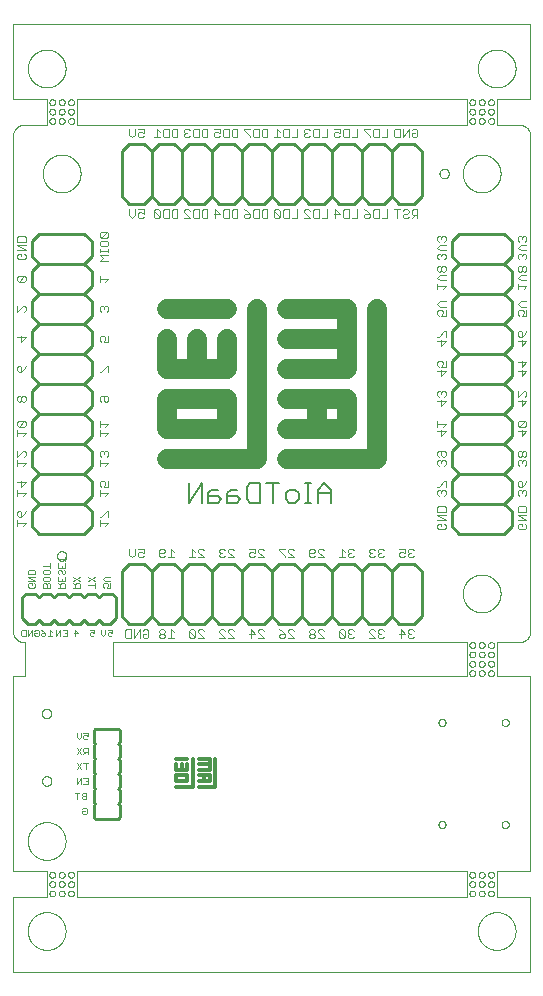
<source format=gbo>
G75*
%MOIN*%
%OFA0B0*%
%FSLAX25Y25*%
%IPPOS*%
%LPD*%
%AMOC8*
5,1,8,0,0,1.08239X$1,22.5*
%
%ADD10C,0.00000*%
%ADD11C,0.00300*%
%ADD12C,0.01000*%
%ADD13C,0.00600*%
%ADD14C,0.00200*%
%ADD15C,0.06600*%
%ADD16C,0.01200*%
D10*
X0003000Y0001000D02*
X0175500Y0001000D01*
X0175500Y0026000D01*
X0164250Y0026000D01*
X0164250Y0034750D01*
X0175500Y0034750D01*
X0175500Y0099750D01*
X0164250Y0099750D01*
X0164250Y0111000D01*
X0171750Y0111000D01*
X0171870Y0111002D01*
X0171990Y0111008D01*
X0172110Y0111017D01*
X0172230Y0111031D01*
X0172348Y0111048D01*
X0172467Y0111069D01*
X0172584Y0111094D01*
X0172701Y0111123D01*
X0172817Y0111155D01*
X0172932Y0111191D01*
X0173045Y0111231D01*
X0173157Y0111274D01*
X0173268Y0111321D01*
X0173377Y0111371D01*
X0173485Y0111425D01*
X0173590Y0111483D01*
X0173694Y0111543D01*
X0173796Y0111607D01*
X0173895Y0111674D01*
X0173993Y0111745D01*
X0174088Y0111818D01*
X0174181Y0111895D01*
X0174271Y0111974D01*
X0174359Y0112056D01*
X0174444Y0112141D01*
X0174526Y0112229D01*
X0174605Y0112319D01*
X0174682Y0112412D01*
X0174755Y0112507D01*
X0174826Y0112605D01*
X0174893Y0112704D01*
X0174957Y0112806D01*
X0175017Y0112910D01*
X0175075Y0113015D01*
X0175129Y0113123D01*
X0175179Y0113232D01*
X0175226Y0113343D01*
X0175269Y0113455D01*
X0175309Y0113568D01*
X0175345Y0113683D01*
X0175377Y0113799D01*
X0175406Y0113916D01*
X0175431Y0114033D01*
X0175452Y0114152D01*
X0175469Y0114270D01*
X0175483Y0114390D01*
X0175492Y0114510D01*
X0175498Y0114630D01*
X0175500Y0114750D01*
X0175500Y0279750D01*
X0175498Y0279870D01*
X0175492Y0279990D01*
X0175483Y0280110D01*
X0175469Y0280230D01*
X0175452Y0280348D01*
X0175431Y0280467D01*
X0175406Y0280584D01*
X0175377Y0280701D01*
X0175345Y0280817D01*
X0175309Y0280932D01*
X0175269Y0281045D01*
X0175226Y0281157D01*
X0175179Y0281268D01*
X0175129Y0281377D01*
X0175075Y0281485D01*
X0175017Y0281590D01*
X0174957Y0281694D01*
X0174893Y0281796D01*
X0174826Y0281895D01*
X0174755Y0281993D01*
X0174682Y0282088D01*
X0174605Y0282181D01*
X0174526Y0282271D01*
X0174444Y0282359D01*
X0174359Y0282444D01*
X0174271Y0282526D01*
X0174181Y0282605D01*
X0174088Y0282682D01*
X0173993Y0282755D01*
X0173895Y0282826D01*
X0173796Y0282893D01*
X0173694Y0282957D01*
X0173590Y0283017D01*
X0173485Y0283075D01*
X0173377Y0283129D01*
X0173268Y0283179D01*
X0173157Y0283226D01*
X0173045Y0283269D01*
X0172932Y0283309D01*
X0172817Y0283345D01*
X0172701Y0283377D01*
X0172584Y0283406D01*
X0172467Y0283431D01*
X0172348Y0283452D01*
X0172230Y0283469D01*
X0172110Y0283483D01*
X0171990Y0283492D01*
X0171870Y0283498D01*
X0171750Y0283500D01*
X0164250Y0283500D01*
X0164250Y0292250D01*
X0175500Y0292250D01*
X0175500Y0317250D01*
X0003000Y0317250D01*
X0003000Y0292250D01*
X0014250Y0292250D01*
X0014250Y0283500D01*
X0006750Y0283500D01*
X0006630Y0283498D01*
X0006510Y0283492D01*
X0006390Y0283483D01*
X0006270Y0283469D01*
X0006152Y0283452D01*
X0006033Y0283431D01*
X0005916Y0283406D01*
X0005799Y0283377D01*
X0005683Y0283345D01*
X0005568Y0283309D01*
X0005455Y0283269D01*
X0005343Y0283226D01*
X0005232Y0283179D01*
X0005123Y0283129D01*
X0005015Y0283075D01*
X0004910Y0283017D01*
X0004806Y0282957D01*
X0004704Y0282893D01*
X0004605Y0282826D01*
X0004507Y0282755D01*
X0004412Y0282682D01*
X0004319Y0282605D01*
X0004229Y0282526D01*
X0004141Y0282444D01*
X0004056Y0282359D01*
X0003974Y0282271D01*
X0003895Y0282181D01*
X0003818Y0282088D01*
X0003745Y0281993D01*
X0003674Y0281895D01*
X0003607Y0281796D01*
X0003543Y0281694D01*
X0003483Y0281590D01*
X0003425Y0281485D01*
X0003371Y0281377D01*
X0003321Y0281268D01*
X0003274Y0281157D01*
X0003231Y0281045D01*
X0003191Y0280932D01*
X0003155Y0280817D01*
X0003123Y0280701D01*
X0003094Y0280584D01*
X0003069Y0280467D01*
X0003048Y0280348D01*
X0003031Y0280230D01*
X0003017Y0280110D01*
X0003008Y0279990D01*
X0003002Y0279870D01*
X0003000Y0279750D01*
X0003000Y0114750D01*
X0003002Y0114630D01*
X0003008Y0114510D01*
X0003017Y0114390D01*
X0003031Y0114270D01*
X0003048Y0114152D01*
X0003069Y0114033D01*
X0003094Y0113916D01*
X0003123Y0113799D01*
X0003155Y0113683D01*
X0003191Y0113568D01*
X0003231Y0113455D01*
X0003274Y0113343D01*
X0003321Y0113232D01*
X0003371Y0113123D01*
X0003425Y0113015D01*
X0003483Y0112910D01*
X0003543Y0112806D01*
X0003607Y0112704D01*
X0003674Y0112605D01*
X0003745Y0112507D01*
X0003818Y0112412D01*
X0003895Y0112319D01*
X0003974Y0112229D01*
X0004056Y0112141D01*
X0004141Y0112056D01*
X0004229Y0111974D01*
X0004319Y0111895D01*
X0004412Y0111818D01*
X0004507Y0111745D01*
X0004605Y0111674D01*
X0004704Y0111607D01*
X0004806Y0111543D01*
X0004910Y0111483D01*
X0005015Y0111425D01*
X0005123Y0111371D01*
X0005232Y0111321D01*
X0005343Y0111274D01*
X0005455Y0111231D01*
X0005568Y0111191D01*
X0005683Y0111155D01*
X0005799Y0111123D01*
X0005916Y0111094D01*
X0006033Y0111069D01*
X0006152Y0111048D01*
X0006270Y0111031D01*
X0006390Y0111017D01*
X0006510Y0111008D01*
X0006630Y0111002D01*
X0006750Y0111000D01*
X0007062Y0111000D01*
X0007062Y0099750D01*
X0003000Y0099750D01*
X0003000Y0034750D01*
X0014250Y0034750D01*
X0014250Y0026000D01*
X0003000Y0026000D01*
X0003000Y0001000D01*
X0007951Y0014750D02*
X0007953Y0014908D01*
X0007959Y0015066D01*
X0007969Y0015224D01*
X0007983Y0015382D01*
X0008001Y0015539D01*
X0008022Y0015696D01*
X0008048Y0015852D01*
X0008078Y0016008D01*
X0008111Y0016163D01*
X0008149Y0016316D01*
X0008190Y0016469D01*
X0008235Y0016621D01*
X0008284Y0016772D01*
X0008337Y0016921D01*
X0008393Y0017069D01*
X0008453Y0017215D01*
X0008517Y0017360D01*
X0008585Y0017503D01*
X0008656Y0017645D01*
X0008730Y0017785D01*
X0008808Y0017922D01*
X0008890Y0018058D01*
X0008974Y0018192D01*
X0009063Y0018323D01*
X0009154Y0018452D01*
X0009249Y0018579D01*
X0009346Y0018704D01*
X0009447Y0018826D01*
X0009551Y0018945D01*
X0009658Y0019062D01*
X0009768Y0019176D01*
X0009881Y0019287D01*
X0009996Y0019396D01*
X0010114Y0019501D01*
X0010235Y0019603D01*
X0010358Y0019703D01*
X0010484Y0019799D01*
X0010612Y0019892D01*
X0010742Y0019982D01*
X0010875Y0020068D01*
X0011010Y0020152D01*
X0011146Y0020231D01*
X0011285Y0020308D01*
X0011426Y0020380D01*
X0011568Y0020450D01*
X0011712Y0020515D01*
X0011858Y0020577D01*
X0012005Y0020635D01*
X0012154Y0020690D01*
X0012304Y0020741D01*
X0012455Y0020788D01*
X0012607Y0020831D01*
X0012760Y0020870D01*
X0012915Y0020906D01*
X0013070Y0020937D01*
X0013226Y0020965D01*
X0013382Y0020989D01*
X0013539Y0021009D01*
X0013697Y0021025D01*
X0013854Y0021037D01*
X0014013Y0021045D01*
X0014171Y0021049D01*
X0014329Y0021049D01*
X0014487Y0021045D01*
X0014646Y0021037D01*
X0014803Y0021025D01*
X0014961Y0021009D01*
X0015118Y0020989D01*
X0015274Y0020965D01*
X0015430Y0020937D01*
X0015585Y0020906D01*
X0015740Y0020870D01*
X0015893Y0020831D01*
X0016045Y0020788D01*
X0016196Y0020741D01*
X0016346Y0020690D01*
X0016495Y0020635D01*
X0016642Y0020577D01*
X0016788Y0020515D01*
X0016932Y0020450D01*
X0017074Y0020380D01*
X0017215Y0020308D01*
X0017354Y0020231D01*
X0017490Y0020152D01*
X0017625Y0020068D01*
X0017758Y0019982D01*
X0017888Y0019892D01*
X0018016Y0019799D01*
X0018142Y0019703D01*
X0018265Y0019603D01*
X0018386Y0019501D01*
X0018504Y0019396D01*
X0018619Y0019287D01*
X0018732Y0019176D01*
X0018842Y0019062D01*
X0018949Y0018945D01*
X0019053Y0018826D01*
X0019154Y0018704D01*
X0019251Y0018579D01*
X0019346Y0018452D01*
X0019437Y0018323D01*
X0019526Y0018192D01*
X0019610Y0018058D01*
X0019692Y0017922D01*
X0019770Y0017785D01*
X0019844Y0017645D01*
X0019915Y0017503D01*
X0019983Y0017360D01*
X0020047Y0017215D01*
X0020107Y0017069D01*
X0020163Y0016921D01*
X0020216Y0016772D01*
X0020265Y0016621D01*
X0020310Y0016469D01*
X0020351Y0016316D01*
X0020389Y0016163D01*
X0020422Y0016008D01*
X0020452Y0015852D01*
X0020478Y0015696D01*
X0020499Y0015539D01*
X0020517Y0015382D01*
X0020531Y0015224D01*
X0020541Y0015066D01*
X0020547Y0014908D01*
X0020549Y0014750D01*
X0020547Y0014592D01*
X0020541Y0014434D01*
X0020531Y0014276D01*
X0020517Y0014118D01*
X0020499Y0013961D01*
X0020478Y0013804D01*
X0020452Y0013648D01*
X0020422Y0013492D01*
X0020389Y0013337D01*
X0020351Y0013184D01*
X0020310Y0013031D01*
X0020265Y0012879D01*
X0020216Y0012728D01*
X0020163Y0012579D01*
X0020107Y0012431D01*
X0020047Y0012285D01*
X0019983Y0012140D01*
X0019915Y0011997D01*
X0019844Y0011855D01*
X0019770Y0011715D01*
X0019692Y0011578D01*
X0019610Y0011442D01*
X0019526Y0011308D01*
X0019437Y0011177D01*
X0019346Y0011048D01*
X0019251Y0010921D01*
X0019154Y0010796D01*
X0019053Y0010674D01*
X0018949Y0010555D01*
X0018842Y0010438D01*
X0018732Y0010324D01*
X0018619Y0010213D01*
X0018504Y0010104D01*
X0018386Y0009999D01*
X0018265Y0009897D01*
X0018142Y0009797D01*
X0018016Y0009701D01*
X0017888Y0009608D01*
X0017758Y0009518D01*
X0017625Y0009432D01*
X0017490Y0009348D01*
X0017354Y0009269D01*
X0017215Y0009192D01*
X0017074Y0009120D01*
X0016932Y0009050D01*
X0016788Y0008985D01*
X0016642Y0008923D01*
X0016495Y0008865D01*
X0016346Y0008810D01*
X0016196Y0008759D01*
X0016045Y0008712D01*
X0015893Y0008669D01*
X0015740Y0008630D01*
X0015585Y0008594D01*
X0015430Y0008563D01*
X0015274Y0008535D01*
X0015118Y0008511D01*
X0014961Y0008491D01*
X0014803Y0008475D01*
X0014646Y0008463D01*
X0014487Y0008455D01*
X0014329Y0008451D01*
X0014171Y0008451D01*
X0014013Y0008455D01*
X0013854Y0008463D01*
X0013697Y0008475D01*
X0013539Y0008491D01*
X0013382Y0008511D01*
X0013226Y0008535D01*
X0013070Y0008563D01*
X0012915Y0008594D01*
X0012760Y0008630D01*
X0012607Y0008669D01*
X0012455Y0008712D01*
X0012304Y0008759D01*
X0012154Y0008810D01*
X0012005Y0008865D01*
X0011858Y0008923D01*
X0011712Y0008985D01*
X0011568Y0009050D01*
X0011426Y0009120D01*
X0011285Y0009192D01*
X0011146Y0009269D01*
X0011010Y0009348D01*
X0010875Y0009432D01*
X0010742Y0009518D01*
X0010612Y0009608D01*
X0010484Y0009701D01*
X0010358Y0009797D01*
X0010235Y0009897D01*
X0010114Y0009999D01*
X0009996Y0010104D01*
X0009881Y0010213D01*
X0009768Y0010324D01*
X0009658Y0010438D01*
X0009551Y0010555D01*
X0009447Y0010674D01*
X0009346Y0010796D01*
X0009249Y0010921D01*
X0009154Y0011048D01*
X0009063Y0011177D01*
X0008974Y0011308D01*
X0008890Y0011442D01*
X0008808Y0011578D01*
X0008730Y0011715D01*
X0008656Y0011855D01*
X0008585Y0011997D01*
X0008517Y0012140D01*
X0008453Y0012285D01*
X0008393Y0012431D01*
X0008337Y0012579D01*
X0008284Y0012728D01*
X0008235Y0012879D01*
X0008190Y0013031D01*
X0008149Y0013184D01*
X0008111Y0013337D01*
X0008078Y0013492D01*
X0008048Y0013648D01*
X0008022Y0013804D01*
X0008001Y0013961D01*
X0007983Y0014118D01*
X0007969Y0014276D01*
X0007959Y0014434D01*
X0007953Y0014592D01*
X0007951Y0014750D01*
X0015141Y0027250D02*
X0015143Y0027312D01*
X0015149Y0027375D01*
X0015159Y0027436D01*
X0015173Y0027497D01*
X0015190Y0027557D01*
X0015211Y0027616D01*
X0015237Y0027673D01*
X0015265Y0027728D01*
X0015297Y0027782D01*
X0015333Y0027833D01*
X0015371Y0027883D01*
X0015413Y0027929D01*
X0015457Y0027973D01*
X0015505Y0028014D01*
X0015554Y0028052D01*
X0015606Y0028086D01*
X0015660Y0028117D01*
X0015716Y0028145D01*
X0015774Y0028169D01*
X0015833Y0028190D01*
X0015893Y0028206D01*
X0015954Y0028219D01*
X0016016Y0028228D01*
X0016078Y0028233D01*
X0016141Y0028234D01*
X0016203Y0028231D01*
X0016265Y0028224D01*
X0016327Y0028213D01*
X0016387Y0028198D01*
X0016447Y0028180D01*
X0016505Y0028158D01*
X0016562Y0028132D01*
X0016617Y0028102D01*
X0016670Y0028069D01*
X0016721Y0028033D01*
X0016769Y0027994D01*
X0016815Y0027951D01*
X0016858Y0027906D01*
X0016898Y0027858D01*
X0016935Y0027808D01*
X0016969Y0027755D01*
X0017000Y0027701D01*
X0017026Y0027645D01*
X0017050Y0027587D01*
X0017069Y0027527D01*
X0017085Y0027467D01*
X0017097Y0027405D01*
X0017105Y0027344D01*
X0017109Y0027281D01*
X0017109Y0027219D01*
X0017105Y0027156D01*
X0017097Y0027095D01*
X0017085Y0027033D01*
X0017069Y0026973D01*
X0017050Y0026913D01*
X0017026Y0026855D01*
X0017000Y0026799D01*
X0016969Y0026745D01*
X0016935Y0026692D01*
X0016898Y0026642D01*
X0016858Y0026594D01*
X0016815Y0026549D01*
X0016769Y0026506D01*
X0016721Y0026467D01*
X0016670Y0026431D01*
X0016617Y0026398D01*
X0016562Y0026368D01*
X0016505Y0026342D01*
X0016447Y0026320D01*
X0016387Y0026302D01*
X0016327Y0026287D01*
X0016265Y0026276D01*
X0016203Y0026269D01*
X0016141Y0026266D01*
X0016078Y0026267D01*
X0016016Y0026272D01*
X0015954Y0026281D01*
X0015893Y0026294D01*
X0015833Y0026310D01*
X0015774Y0026331D01*
X0015716Y0026355D01*
X0015660Y0026383D01*
X0015606Y0026414D01*
X0015554Y0026448D01*
X0015505Y0026486D01*
X0015457Y0026527D01*
X0015413Y0026571D01*
X0015371Y0026617D01*
X0015333Y0026667D01*
X0015297Y0026718D01*
X0015265Y0026772D01*
X0015237Y0026827D01*
X0015211Y0026884D01*
X0015190Y0026943D01*
X0015173Y0027003D01*
X0015159Y0027064D01*
X0015149Y0027125D01*
X0015143Y0027188D01*
X0015141Y0027250D01*
X0015141Y0030375D02*
X0015143Y0030437D01*
X0015149Y0030500D01*
X0015159Y0030561D01*
X0015173Y0030622D01*
X0015190Y0030682D01*
X0015211Y0030741D01*
X0015237Y0030798D01*
X0015265Y0030853D01*
X0015297Y0030907D01*
X0015333Y0030958D01*
X0015371Y0031008D01*
X0015413Y0031054D01*
X0015457Y0031098D01*
X0015505Y0031139D01*
X0015554Y0031177D01*
X0015606Y0031211D01*
X0015660Y0031242D01*
X0015716Y0031270D01*
X0015774Y0031294D01*
X0015833Y0031315D01*
X0015893Y0031331D01*
X0015954Y0031344D01*
X0016016Y0031353D01*
X0016078Y0031358D01*
X0016141Y0031359D01*
X0016203Y0031356D01*
X0016265Y0031349D01*
X0016327Y0031338D01*
X0016387Y0031323D01*
X0016447Y0031305D01*
X0016505Y0031283D01*
X0016562Y0031257D01*
X0016617Y0031227D01*
X0016670Y0031194D01*
X0016721Y0031158D01*
X0016769Y0031119D01*
X0016815Y0031076D01*
X0016858Y0031031D01*
X0016898Y0030983D01*
X0016935Y0030933D01*
X0016969Y0030880D01*
X0017000Y0030826D01*
X0017026Y0030770D01*
X0017050Y0030712D01*
X0017069Y0030652D01*
X0017085Y0030592D01*
X0017097Y0030530D01*
X0017105Y0030469D01*
X0017109Y0030406D01*
X0017109Y0030344D01*
X0017105Y0030281D01*
X0017097Y0030220D01*
X0017085Y0030158D01*
X0017069Y0030098D01*
X0017050Y0030038D01*
X0017026Y0029980D01*
X0017000Y0029924D01*
X0016969Y0029870D01*
X0016935Y0029817D01*
X0016898Y0029767D01*
X0016858Y0029719D01*
X0016815Y0029674D01*
X0016769Y0029631D01*
X0016721Y0029592D01*
X0016670Y0029556D01*
X0016617Y0029523D01*
X0016562Y0029493D01*
X0016505Y0029467D01*
X0016447Y0029445D01*
X0016387Y0029427D01*
X0016327Y0029412D01*
X0016265Y0029401D01*
X0016203Y0029394D01*
X0016141Y0029391D01*
X0016078Y0029392D01*
X0016016Y0029397D01*
X0015954Y0029406D01*
X0015893Y0029419D01*
X0015833Y0029435D01*
X0015774Y0029456D01*
X0015716Y0029480D01*
X0015660Y0029508D01*
X0015606Y0029539D01*
X0015554Y0029573D01*
X0015505Y0029611D01*
X0015457Y0029652D01*
X0015413Y0029696D01*
X0015371Y0029742D01*
X0015333Y0029792D01*
X0015297Y0029843D01*
X0015265Y0029897D01*
X0015237Y0029952D01*
X0015211Y0030009D01*
X0015190Y0030068D01*
X0015173Y0030128D01*
X0015159Y0030189D01*
X0015149Y0030250D01*
X0015143Y0030313D01*
X0015141Y0030375D01*
X0015141Y0033500D02*
X0015143Y0033562D01*
X0015149Y0033625D01*
X0015159Y0033686D01*
X0015173Y0033747D01*
X0015190Y0033807D01*
X0015211Y0033866D01*
X0015237Y0033923D01*
X0015265Y0033978D01*
X0015297Y0034032D01*
X0015333Y0034083D01*
X0015371Y0034133D01*
X0015413Y0034179D01*
X0015457Y0034223D01*
X0015505Y0034264D01*
X0015554Y0034302D01*
X0015606Y0034336D01*
X0015660Y0034367D01*
X0015716Y0034395D01*
X0015774Y0034419D01*
X0015833Y0034440D01*
X0015893Y0034456D01*
X0015954Y0034469D01*
X0016016Y0034478D01*
X0016078Y0034483D01*
X0016141Y0034484D01*
X0016203Y0034481D01*
X0016265Y0034474D01*
X0016327Y0034463D01*
X0016387Y0034448D01*
X0016447Y0034430D01*
X0016505Y0034408D01*
X0016562Y0034382D01*
X0016617Y0034352D01*
X0016670Y0034319D01*
X0016721Y0034283D01*
X0016769Y0034244D01*
X0016815Y0034201D01*
X0016858Y0034156D01*
X0016898Y0034108D01*
X0016935Y0034058D01*
X0016969Y0034005D01*
X0017000Y0033951D01*
X0017026Y0033895D01*
X0017050Y0033837D01*
X0017069Y0033777D01*
X0017085Y0033717D01*
X0017097Y0033655D01*
X0017105Y0033594D01*
X0017109Y0033531D01*
X0017109Y0033469D01*
X0017105Y0033406D01*
X0017097Y0033345D01*
X0017085Y0033283D01*
X0017069Y0033223D01*
X0017050Y0033163D01*
X0017026Y0033105D01*
X0017000Y0033049D01*
X0016969Y0032995D01*
X0016935Y0032942D01*
X0016898Y0032892D01*
X0016858Y0032844D01*
X0016815Y0032799D01*
X0016769Y0032756D01*
X0016721Y0032717D01*
X0016670Y0032681D01*
X0016617Y0032648D01*
X0016562Y0032618D01*
X0016505Y0032592D01*
X0016447Y0032570D01*
X0016387Y0032552D01*
X0016327Y0032537D01*
X0016265Y0032526D01*
X0016203Y0032519D01*
X0016141Y0032516D01*
X0016078Y0032517D01*
X0016016Y0032522D01*
X0015954Y0032531D01*
X0015893Y0032544D01*
X0015833Y0032560D01*
X0015774Y0032581D01*
X0015716Y0032605D01*
X0015660Y0032633D01*
X0015606Y0032664D01*
X0015554Y0032698D01*
X0015505Y0032736D01*
X0015457Y0032777D01*
X0015413Y0032821D01*
X0015371Y0032867D01*
X0015333Y0032917D01*
X0015297Y0032968D01*
X0015265Y0033022D01*
X0015237Y0033077D01*
X0015211Y0033134D01*
X0015190Y0033193D01*
X0015173Y0033253D01*
X0015159Y0033314D01*
X0015149Y0033375D01*
X0015143Y0033438D01*
X0015141Y0033500D01*
X0018266Y0033500D02*
X0018268Y0033562D01*
X0018274Y0033625D01*
X0018284Y0033686D01*
X0018298Y0033747D01*
X0018315Y0033807D01*
X0018336Y0033866D01*
X0018362Y0033923D01*
X0018390Y0033978D01*
X0018422Y0034032D01*
X0018458Y0034083D01*
X0018496Y0034133D01*
X0018538Y0034179D01*
X0018582Y0034223D01*
X0018630Y0034264D01*
X0018679Y0034302D01*
X0018731Y0034336D01*
X0018785Y0034367D01*
X0018841Y0034395D01*
X0018899Y0034419D01*
X0018958Y0034440D01*
X0019018Y0034456D01*
X0019079Y0034469D01*
X0019141Y0034478D01*
X0019203Y0034483D01*
X0019266Y0034484D01*
X0019328Y0034481D01*
X0019390Y0034474D01*
X0019452Y0034463D01*
X0019512Y0034448D01*
X0019572Y0034430D01*
X0019630Y0034408D01*
X0019687Y0034382D01*
X0019742Y0034352D01*
X0019795Y0034319D01*
X0019846Y0034283D01*
X0019894Y0034244D01*
X0019940Y0034201D01*
X0019983Y0034156D01*
X0020023Y0034108D01*
X0020060Y0034058D01*
X0020094Y0034005D01*
X0020125Y0033951D01*
X0020151Y0033895D01*
X0020175Y0033837D01*
X0020194Y0033777D01*
X0020210Y0033717D01*
X0020222Y0033655D01*
X0020230Y0033594D01*
X0020234Y0033531D01*
X0020234Y0033469D01*
X0020230Y0033406D01*
X0020222Y0033345D01*
X0020210Y0033283D01*
X0020194Y0033223D01*
X0020175Y0033163D01*
X0020151Y0033105D01*
X0020125Y0033049D01*
X0020094Y0032995D01*
X0020060Y0032942D01*
X0020023Y0032892D01*
X0019983Y0032844D01*
X0019940Y0032799D01*
X0019894Y0032756D01*
X0019846Y0032717D01*
X0019795Y0032681D01*
X0019742Y0032648D01*
X0019687Y0032618D01*
X0019630Y0032592D01*
X0019572Y0032570D01*
X0019512Y0032552D01*
X0019452Y0032537D01*
X0019390Y0032526D01*
X0019328Y0032519D01*
X0019266Y0032516D01*
X0019203Y0032517D01*
X0019141Y0032522D01*
X0019079Y0032531D01*
X0019018Y0032544D01*
X0018958Y0032560D01*
X0018899Y0032581D01*
X0018841Y0032605D01*
X0018785Y0032633D01*
X0018731Y0032664D01*
X0018679Y0032698D01*
X0018630Y0032736D01*
X0018582Y0032777D01*
X0018538Y0032821D01*
X0018496Y0032867D01*
X0018458Y0032917D01*
X0018422Y0032968D01*
X0018390Y0033022D01*
X0018362Y0033077D01*
X0018336Y0033134D01*
X0018315Y0033193D01*
X0018298Y0033253D01*
X0018284Y0033314D01*
X0018274Y0033375D01*
X0018268Y0033438D01*
X0018266Y0033500D01*
X0018266Y0030375D02*
X0018268Y0030437D01*
X0018274Y0030500D01*
X0018284Y0030561D01*
X0018298Y0030622D01*
X0018315Y0030682D01*
X0018336Y0030741D01*
X0018362Y0030798D01*
X0018390Y0030853D01*
X0018422Y0030907D01*
X0018458Y0030958D01*
X0018496Y0031008D01*
X0018538Y0031054D01*
X0018582Y0031098D01*
X0018630Y0031139D01*
X0018679Y0031177D01*
X0018731Y0031211D01*
X0018785Y0031242D01*
X0018841Y0031270D01*
X0018899Y0031294D01*
X0018958Y0031315D01*
X0019018Y0031331D01*
X0019079Y0031344D01*
X0019141Y0031353D01*
X0019203Y0031358D01*
X0019266Y0031359D01*
X0019328Y0031356D01*
X0019390Y0031349D01*
X0019452Y0031338D01*
X0019512Y0031323D01*
X0019572Y0031305D01*
X0019630Y0031283D01*
X0019687Y0031257D01*
X0019742Y0031227D01*
X0019795Y0031194D01*
X0019846Y0031158D01*
X0019894Y0031119D01*
X0019940Y0031076D01*
X0019983Y0031031D01*
X0020023Y0030983D01*
X0020060Y0030933D01*
X0020094Y0030880D01*
X0020125Y0030826D01*
X0020151Y0030770D01*
X0020175Y0030712D01*
X0020194Y0030652D01*
X0020210Y0030592D01*
X0020222Y0030530D01*
X0020230Y0030469D01*
X0020234Y0030406D01*
X0020234Y0030344D01*
X0020230Y0030281D01*
X0020222Y0030220D01*
X0020210Y0030158D01*
X0020194Y0030098D01*
X0020175Y0030038D01*
X0020151Y0029980D01*
X0020125Y0029924D01*
X0020094Y0029870D01*
X0020060Y0029817D01*
X0020023Y0029767D01*
X0019983Y0029719D01*
X0019940Y0029674D01*
X0019894Y0029631D01*
X0019846Y0029592D01*
X0019795Y0029556D01*
X0019742Y0029523D01*
X0019687Y0029493D01*
X0019630Y0029467D01*
X0019572Y0029445D01*
X0019512Y0029427D01*
X0019452Y0029412D01*
X0019390Y0029401D01*
X0019328Y0029394D01*
X0019266Y0029391D01*
X0019203Y0029392D01*
X0019141Y0029397D01*
X0019079Y0029406D01*
X0019018Y0029419D01*
X0018958Y0029435D01*
X0018899Y0029456D01*
X0018841Y0029480D01*
X0018785Y0029508D01*
X0018731Y0029539D01*
X0018679Y0029573D01*
X0018630Y0029611D01*
X0018582Y0029652D01*
X0018538Y0029696D01*
X0018496Y0029742D01*
X0018458Y0029792D01*
X0018422Y0029843D01*
X0018390Y0029897D01*
X0018362Y0029952D01*
X0018336Y0030009D01*
X0018315Y0030068D01*
X0018298Y0030128D01*
X0018284Y0030189D01*
X0018274Y0030250D01*
X0018268Y0030313D01*
X0018266Y0030375D01*
X0018266Y0027250D02*
X0018268Y0027312D01*
X0018274Y0027375D01*
X0018284Y0027436D01*
X0018298Y0027497D01*
X0018315Y0027557D01*
X0018336Y0027616D01*
X0018362Y0027673D01*
X0018390Y0027728D01*
X0018422Y0027782D01*
X0018458Y0027833D01*
X0018496Y0027883D01*
X0018538Y0027929D01*
X0018582Y0027973D01*
X0018630Y0028014D01*
X0018679Y0028052D01*
X0018731Y0028086D01*
X0018785Y0028117D01*
X0018841Y0028145D01*
X0018899Y0028169D01*
X0018958Y0028190D01*
X0019018Y0028206D01*
X0019079Y0028219D01*
X0019141Y0028228D01*
X0019203Y0028233D01*
X0019266Y0028234D01*
X0019328Y0028231D01*
X0019390Y0028224D01*
X0019452Y0028213D01*
X0019512Y0028198D01*
X0019572Y0028180D01*
X0019630Y0028158D01*
X0019687Y0028132D01*
X0019742Y0028102D01*
X0019795Y0028069D01*
X0019846Y0028033D01*
X0019894Y0027994D01*
X0019940Y0027951D01*
X0019983Y0027906D01*
X0020023Y0027858D01*
X0020060Y0027808D01*
X0020094Y0027755D01*
X0020125Y0027701D01*
X0020151Y0027645D01*
X0020175Y0027587D01*
X0020194Y0027527D01*
X0020210Y0027467D01*
X0020222Y0027405D01*
X0020230Y0027344D01*
X0020234Y0027281D01*
X0020234Y0027219D01*
X0020230Y0027156D01*
X0020222Y0027095D01*
X0020210Y0027033D01*
X0020194Y0026973D01*
X0020175Y0026913D01*
X0020151Y0026855D01*
X0020125Y0026799D01*
X0020094Y0026745D01*
X0020060Y0026692D01*
X0020023Y0026642D01*
X0019983Y0026594D01*
X0019940Y0026549D01*
X0019894Y0026506D01*
X0019846Y0026467D01*
X0019795Y0026431D01*
X0019742Y0026398D01*
X0019687Y0026368D01*
X0019630Y0026342D01*
X0019572Y0026320D01*
X0019512Y0026302D01*
X0019452Y0026287D01*
X0019390Y0026276D01*
X0019328Y0026269D01*
X0019266Y0026266D01*
X0019203Y0026267D01*
X0019141Y0026272D01*
X0019079Y0026281D01*
X0019018Y0026294D01*
X0018958Y0026310D01*
X0018899Y0026331D01*
X0018841Y0026355D01*
X0018785Y0026383D01*
X0018731Y0026414D01*
X0018679Y0026448D01*
X0018630Y0026486D01*
X0018582Y0026527D01*
X0018538Y0026571D01*
X0018496Y0026617D01*
X0018458Y0026667D01*
X0018422Y0026718D01*
X0018390Y0026772D01*
X0018362Y0026827D01*
X0018336Y0026884D01*
X0018315Y0026943D01*
X0018298Y0027003D01*
X0018284Y0027064D01*
X0018274Y0027125D01*
X0018268Y0027188D01*
X0018266Y0027250D01*
X0021391Y0027250D02*
X0021393Y0027312D01*
X0021399Y0027375D01*
X0021409Y0027436D01*
X0021423Y0027497D01*
X0021440Y0027557D01*
X0021461Y0027616D01*
X0021487Y0027673D01*
X0021515Y0027728D01*
X0021547Y0027782D01*
X0021583Y0027833D01*
X0021621Y0027883D01*
X0021663Y0027929D01*
X0021707Y0027973D01*
X0021755Y0028014D01*
X0021804Y0028052D01*
X0021856Y0028086D01*
X0021910Y0028117D01*
X0021966Y0028145D01*
X0022024Y0028169D01*
X0022083Y0028190D01*
X0022143Y0028206D01*
X0022204Y0028219D01*
X0022266Y0028228D01*
X0022328Y0028233D01*
X0022391Y0028234D01*
X0022453Y0028231D01*
X0022515Y0028224D01*
X0022577Y0028213D01*
X0022637Y0028198D01*
X0022697Y0028180D01*
X0022755Y0028158D01*
X0022812Y0028132D01*
X0022867Y0028102D01*
X0022920Y0028069D01*
X0022971Y0028033D01*
X0023019Y0027994D01*
X0023065Y0027951D01*
X0023108Y0027906D01*
X0023148Y0027858D01*
X0023185Y0027808D01*
X0023219Y0027755D01*
X0023250Y0027701D01*
X0023276Y0027645D01*
X0023300Y0027587D01*
X0023319Y0027527D01*
X0023335Y0027467D01*
X0023347Y0027405D01*
X0023355Y0027344D01*
X0023359Y0027281D01*
X0023359Y0027219D01*
X0023355Y0027156D01*
X0023347Y0027095D01*
X0023335Y0027033D01*
X0023319Y0026973D01*
X0023300Y0026913D01*
X0023276Y0026855D01*
X0023250Y0026799D01*
X0023219Y0026745D01*
X0023185Y0026692D01*
X0023148Y0026642D01*
X0023108Y0026594D01*
X0023065Y0026549D01*
X0023019Y0026506D01*
X0022971Y0026467D01*
X0022920Y0026431D01*
X0022867Y0026398D01*
X0022812Y0026368D01*
X0022755Y0026342D01*
X0022697Y0026320D01*
X0022637Y0026302D01*
X0022577Y0026287D01*
X0022515Y0026276D01*
X0022453Y0026269D01*
X0022391Y0026266D01*
X0022328Y0026267D01*
X0022266Y0026272D01*
X0022204Y0026281D01*
X0022143Y0026294D01*
X0022083Y0026310D01*
X0022024Y0026331D01*
X0021966Y0026355D01*
X0021910Y0026383D01*
X0021856Y0026414D01*
X0021804Y0026448D01*
X0021755Y0026486D01*
X0021707Y0026527D01*
X0021663Y0026571D01*
X0021621Y0026617D01*
X0021583Y0026667D01*
X0021547Y0026718D01*
X0021515Y0026772D01*
X0021487Y0026827D01*
X0021461Y0026884D01*
X0021440Y0026943D01*
X0021423Y0027003D01*
X0021409Y0027064D01*
X0021399Y0027125D01*
X0021393Y0027188D01*
X0021391Y0027250D01*
X0024250Y0026000D02*
X0154250Y0026000D01*
X0154250Y0034750D01*
X0024250Y0034750D01*
X0024250Y0026000D01*
X0021391Y0030375D02*
X0021393Y0030437D01*
X0021399Y0030500D01*
X0021409Y0030561D01*
X0021423Y0030622D01*
X0021440Y0030682D01*
X0021461Y0030741D01*
X0021487Y0030798D01*
X0021515Y0030853D01*
X0021547Y0030907D01*
X0021583Y0030958D01*
X0021621Y0031008D01*
X0021663Y0031054D01*
X0021707Y0031098D01*
X0021755Y0031139D01*
X0021804Y0031177D01*
X0021856Y0031211D01*
X0021910Y0031242D01*
X0021966Y0031270D01*
X0022024Y0031294D01*
X0022083Y0031315D01*
X0022143Y0031331D01*
X0022204Y0031344D01*
X0022266Y0031353D01*
X0022328Y0031358D01*
X0022391Y0031359D01*
X0022453Y0031356D01*
X0022515Y0031349D01*
X0022577Y0031338D01*
X0022637Y0031323D01*
X0022697Y0031305D01*
X0022755Y0031283D01*
X0022812Y0031257D01*
X0022867Y0031227D01*
X0022920Y0031194D01*
X0022971Y0031158D01*
X0023019Y0031119D01*
X0023065Y0031076D01*
X0023108Y0031031D01*
X0023148Y0030983D01*
X0023185Y0030933D01*
X0023219Y0030880D01*
X0023250Y0030826D01*
X0023276Y0030770D01*
X0023300Y0030712D01*
X0023319Y0030652D01*
X0023335Y0030592D01*
X0023347Y0030530D01*
X0023355Y0030469D01*
X0023359Y0030406D01*
X0023359Y0030344D01*
X0023355Y0030281D01*
X0023347Y0030220D01*
X0023335Y0030158D01*
X0023319Y0030098D01*
X0023300Y0030038D01*
X0023276Y0029980D01*
X0023250Y0029924D01*
X0023219Y0029870D01*
X0023185Y0029817D01*
X0023148Y0029767D01*
X0023108Y0029719D01*
X0023065Y0029674D01*
X0023019Y0029631D01*
X0022971Y0029592D01*
X0022920Y0029556D01*
X0022867Y0029523D01*
X0022812Y0029493D01*
X0022755Y0029467D01*
X0022697Y0029445D01*
X0022637Y0029427D01*
X0022577Y0029412D01*
X0022515Y0029401D01*
X0022453Y0029394D01*
X0022391Y0029391D01*
X0022328Y0029392D01*
X0022266Y0029397D01*
X0022204Y0029406D01*
X0022143Y0029419D01*
X0022083Y0029435D01*
X0022024Y0029456D01*
X0021966Y0029480D01*
X0021910Y0029508D01*
X0021856Y0029539D01*
X0021804Y0029573D01*
X0021755Y0029611D01*
X0021707Y0029652D01*
X0021663Y0029696D01*
X0021621Y0029742D01*
X0021583Y0029792D01*
X0021547Y0029843D01*
X0021515Y0029897D01*
X0021487Y0029952D01*
X0021461Y0030009D01*
X0021440Y0030068D01*
X0021423Y0030128D01*
X0021409Y0030189D01*
X0021399Y0030250D01*
X0021393Y0030313D01*
X0021391Y0030375D01*
X0021391Y0033500D02*
X0021393Y0033562D01*
X0021399Y0033625D01*
X0021409Y0033686D01*
X0021423Y0033747D01*
X0021440Y0033807D01*
X0021461Y0033866D01*
X0021487Y0033923D01*
X0021515Y0033978D01*
X0021547Y0034032D01*
X0021583Y0034083D01*
X0021621Y0034133D01*
X0021663Y0034179D01*
X0021707Y0034223D01*
X0021755Y0034264D01*
X0021804Y0034302D01*
X0021856Y0034336D01*
X0021910Y0034367D01*
X0021966Y0034395D01*
X0022024Y0034419D01*
X0022083Y0034440D01*
X0022143Y0034456D01*
X0022204Y0034469D01*
X0022266Y0034478D01*
X0022328Y0034483D01*
X0022391Y0034484D01*
X0022453Y0034481D01*
X0022515Y0034474D01*
X0022577Y0034463D01*
X0022637Y0034448D01*
X0022697Y0034430D01*
X0022755Y0034408D01*
X0022812Y0034382D01*
X0022867Y0034352D01*
X0022920Y0034319D01*
X0022971Y0034283D01*
X0023019Y0034244D01*
X0023065Y0034201D01*
X0023108Y0034156D01*
X0023148Y0034108D01*
X0023185Y0034058D01*
X0023219Y0034005D01*
X0023250Y0033951D01*
X0023276Y0033895D01*
X0023300Y0033837D01*
X0023319Y0033777D01*
X0023335Y0033717D01*
X0023347Y0033655D01*
X0023355Y0033594D01*
X0023359Y0033531D01*
X0023359Y0033469D01*
X0023355Y0033406D01*
X0023347Y0033345D01*
X0023335Y0033283D01*
X0023319Y0033223D01*
X0023300Y0033163D01*
X0023276Y0033105D01*
X0023250Y0033049D01*
X0023219Y0032995D01*
X0023185Y0032942D01*
X0023148Y0032892D01*
X0023108Y0032844D01*
X0023065Y0032799D01*
X0023019Y0032756D01*
X0022971Y0032717D01*
X0022920Y0032681D01*
X0022867Y0032648D01*
X0022812Y0032618D01*
X0022755Y0032592D01*
X0022697Y0032570D01*
X0022637Y0032552D01*
X0022577Y0032537D01*
X0022515Y0032526D01*
X0022453Y0032519D01*
X0022391Y0032516D01*
X0022328Y0032517D01*
X0022266Y0032522D01*
X0022204Y0032531D01*
X0022143Y0032544D01*
X0022083Y0032560D01*
X0022024Y0032581D01*
X0021966Y0032605D01*
X0021910Y0032633D01*
X0021856Y0032664D01*
X0021804Y0032698D01*
X0021755Y0032736D01*
X0021707Y0032777D01*
X0021663Y0032821D01*
X0021621Y0032867D01*
X0021583Y0032917D01*
X0021547Y0032968D01*
X0021515Y0033022D01*
X0021487Y0033077D01*
X0021461Y0033134D01*
X0021440Y0033193D01*
X0021423Y0033253D01*
X0021409Y0033314D01*
X0021399Y0033375D01*
X0021393Y0033438D01*
X0021391Y0033500D01*
X0007951Y0044750D02*
X0007953Y0044908D01*
X0007959Y0045066D01*
X0007969Y0045224D01*
X0007983Y0045382D01*
X0008001Y0045539D01*
X0008022Y0045696D01*
X0008048Y0045852D01*
X0008078Y0046008D01*
X0008111Y0046163D01*
X0008149Y0046316D01*
X0008190Y0046469D01*
X0008235Y0046621D01*
X0008284Y0046772D01*
X0008337Y0046921D01*
X0008393Y0047069D01*
X0008453Y0047215D01*
X0008517Y0047360D01*
X0008585Y0047503D01*
X0008656Y0047645D01*
X0008730Y0047785D01*
X0008808Y0047922D01*
X0008890Y0048058D01*
X0008974Y0048192D01*
X0009063Y0048323D01*
X0009154Y0048452D01*
X0009249Y0048579D01*
X0009346Y0048704D01*
X0009447Y0048826D01*
X0009551Y0048945D01*
X0009658Y0049062D01*
X0009768Y0049176D01*
X0009881Y0049287D01*
X0009996Y0049396D01*
X0010114Y0049501D01*
X0010235Y0049603D01*
X0010358Y0049703D01*
X0010484Y0049799D01*
X0010612Y0049892D01*
X0010742Y0049982D01*
X0010875Y0050068D01*
X0011010Y0050152D01*
X0011146Y0050231D01*
X0011285Y0050308D01*
X0011426Y0050380D01*
X0011568Y0050450D01*
X0011712Y0050515D01*
X0011858Y0050577D01*
X0012005Y0050635D01*
X0012154Y0050690D01*
X0012304Y0050741D01*
X0012455Y0050788D01*
X0012607Y0050831D01*
X0012760Y0050870D01*
X0012915Y0050906D01*
X0013070Y0050937D01*
X0013226Y0050965D01*
X0013382Y0050989D01*
X0013539Y0051009D01*
X0013697Y0051025D01*
X0013854Y0051037D01*
X0014013Y0051045D01*
X0014171Y0051049D01*
X0014329Y0051049D01*
X0014487Y0051045D01*
X0014646Y0051037D01*
X0014803Y0051025D01*
X0014961Y0051009D01*
X0015118Y0050989D01*
X0015274Y0050965D01*
X0015430Y0050937D01*
X0015585Y0050906D01*
X0015740Y0050870D01*
X0015893Y0050831D01*
X0016045Y0050788D01*
X0016196Y0050741D01*
X0016346Y0050690D01*
X0016495Y0050635D01*
X0016642Y0050577D01*
X0016788Y0050515D01*
X0016932Y0050450D01*
X0017074Y0050380D01*
X0017215Y0050308D01*
X0017354Y0050231D01*
X0017490Y0050152D01*
X0017625Y0050068D01*
X0017758Y0049982D01*
X0017888Y0049892D01*
X0018016Y0049799D01*
X0018142Y0049703D01*
X0018265Y0049603D01*
X0018386Y0049501D01*
X0018504Y0049396D01*
X0018619Y0049287D01*
X0018732Y0049176D01*
X0018842Y0049062D01*
X0018949Y0048945D01*
X0019053Y0048826D01*
X0019154Y0048704D01*
X0019251Y0048579D01*
X0019346Y0048452D01*
X0019437Y0048323D01*
X0019526Y0048192D01*
X0019610Y0048058D01*
X0019692Y0047922D01*
X0019770Y0047785D01*
X0019844Y0047645D01*
X0019915Y0047503D01*
X0019983Y0047360D01*
X0020047Y0047215D01*
X0020107Y0047069D01*
X0020163Y0046921D01*
X0020216Y0046772D01*
X0020265Y0046621D01*
X0020310Y0046469D01*
X0020351Y0046316D01*
X0020389Y0046163D01*
X0020422Y0046008D01*
X0020452Y0045852D01*
X0020478Y0045696D01*
X0020499Y0045539D01*
X0020517Y0045382D01*
X0020531Y0045224D01*
X0020541Y0045066D01*
X0020547Y0044908D01*
X0020549Y0044750D01*
X0020547Y0044592D01*
X0020541Y0044434D01*
X0020531Y0044276D01*
X0020517Y0044118D01*
X0020499Y0043961D01*
X0020478Y0043804D01*
X0020452Y0043648D01*
X0020422Y0043492D01*
X0020389Y0043337D01*
X0020351Y0043184D01*
X0020310Y0043031D01*
X0020265Y0042879D01*
X0020216Y0042728D01*
X0020163Y0042579D01*
X0020107Y0042431D01*
X0020047Y0042285D01*
X0019983Y0042140D01*
X0019915Y0041997D01*
X0019844Y0041855D01*
X0019770Y0041715D01*
X0019692Y0041578D01*
X0019610Y0041442D01*
X0019526Y0041308D01*
X0019437Y0041177D01*
X0019346Y0041048D01*
X0019251Y0040921D01*
X0019154Y0040796D01*
X0019053Y0040674D01*
X0018949Y0040555D01*
X0018842Y0040438D01*
X0018732Y0040324D01*
X0018619Y0040213D01*
X0018504Y0040104D01*
X0018386Y0039999D01*
X0018265Y0039897D01*
X0018142Y0039797D01*
X0018016Y0039701D01*
X0017888Y0039608D01*
X0017758Y0039518D01*
X0017625Y0039432D01*
X0017490Y0039348D01*
X0017354Y0039269D01*
X0017215Y0039192D01*
X0017074Y0039120D01*
X0016932Y0039050D01*
X0016788Y0038985D01*
X0016642Y0038923D01*
X0016495Y0038865D01*
X0016346Y0038810D01*
X0016196Y0038759D01*
X0016045Y0038712D01*
X0015893Y0038669D01*
X0015740Y0038630D01*
X0015585Y0038594D01*
X0015430Y0038563D01*
X0015274Y0038535D01*
X0015118Y0038511D01*
X0014961Y0038491D01*
X0014803Y0038475D01*
X0014646Y0038463D01*
X0014487Y0038455D01*
X0014329Y0038451D01*
X0014171Y0038451D01*
X0014013Y0038455D01*
X0013854Y0038463D01*
X0013697Y0038475D01*
X0013539Y0038491D01*
X0013382Y0038511D01*
X0013226Y0038535D01*
X0013070Y0038563D01*
X0012915Y0038594D01*
X0012760Y0038630D01*
X0012607Y0038669D01*
X0012455Y0038712D01*
X0012304Y0038759D01*
X0012154Y0038810D01*
X0012005Y0038865D01*
X0011858Y0038923D01*
X0011712Y0038985D01*
X0011568Y0039050D01*
X0011426Y0039120D01*
X0011285Y0039192D01*
X0011146Y0039269D01*
X0011010Y0039348D01*
X0010875Y0039432D01*
X0010742Y0039518D01*
X0010612Y0039608D01*
X0010484Y0039701D01*
X0010358Y0039797D01*
X0010235Y0039897D01*
X0010114Y0039999D01*
X0009996Y0040104D01*
X0009881Y0040213D01*
X0009768Y0040324D01*
X0009658Y0040438D01*
X0009551Y0040555D01*
X0009447Y0040674D01*
X0009346Y0040796D01*
X0009249Y0040921D01*
X0009154Y0041048D01*
X0009063Y0041177D01*
X0008974Y0041308D01*
X0008890Y0041442D01*
X0008808Y0041578D01*
X0008730Y0041715D01*
X0008656Y0041855D01*
X0008585Y0041997D01*
X0008517Y0042140D01*
X0008453Y0042285D01*
X0008393Y0042431D01*
X0008337Y0042579D01*
X0008284Y0042728D01*
X0008235Y0042879D01*
X0008190Y0043031D01*
X0008149Y0043184D01*
X0008111Y0043337D01*
X0008078Y0043492D01*
X0008048Y0043648D01*
X0008022Y0043804D01*
X0008001Y0043961D01*
X0007983Y0044118D01*
X0007969Y0044276D01*
X0007959Y0044434D01*
X0007953Y0044592D01*
X0007951Y0044750D01*
X0012675Y0064750D02*
X0012677Y0064829D01*
X0012683Y0064908D01*
X0012693Y0064987D01*
X0012707Y0065065D01*
X0012724Y0065142D01*
X0012746Y0065218D01*
X0012771Y0065293D01*
X0012801Y0065366D01*
X0012833Y0065438D01*
X0012870Y0065509D01*
X0012910Y0065577D01*
X0012953Y0065643D01*
X0012999Y0065707D01*
X0013049Y0065769D01*
X0013102Y0065828D01*
X0013157Y0065884D01*
X0013216Y0065938D01*
X0013277Y0065988D01*
X0013340Y0066036D01*
X0013406Y0066080D01*
X0013474Y0066121D01*
X0013544Y0066158D01*
X0013615Y0066192D01*
X0013689Y0066222D01*
X0013763Y0066248D01*
X0013839Y0066270D01*
X0013916Y0066289D01*
X0013994Y0066304D01*
X0014072Y0066315D01*
X0014151Y0066322D01*
X0014230Y0066325D01*
X0014309Y0066324D01*
X0014388Y0066319D01*
X0014467Y0066310D01*
X0014545Y0066297D01*
X0014622Y0066280D01*
X0014699Y0066260D01*
X0014774Y0066235D01*
X0014848Y0066207D01*
X0014921Y0066175D01*
X0014991Y0066140D01*
X0015060Y0066101D01*
X0015127Y0066058D01*
X0015192Y0066012D01*
X0015254Y0065964D01*
X0015314Y0065912D01*
X0015371Y0065857D01*
X0015425Y0065799D01*
X0015476Y0065739D01*
X0015524Y0065676D01*
X0015569Y0065611D01*
X0015611Y0065543D01*
X0015649Y0065474D01*
X0015683Y0065403D01*
X0015714Y0065330D01*
X0015742Y0065255D01*
X0015765Y0065180D01*
X0015785Y0065103D01*
X0015801Y0065026D01*
X0015813Y0064947D01*
X0015821Y0064869D01*
X0015825Y0064790D01*
X0015825Y0064710D01*
X0015821Y0064631D01*
X0015813Y0064553D01*
X0015801Y0064474D01*
X0015785Y0064397D01*
X0015765Y0064320D01*
X0015742Y0064245D01*
X0015714Y0064170D01*
X0015683Y0064097D01*
X0015649Y0064026D01*
X0015611Y0063957D01*
X0015569Y0063889D01*
X0015524Y0063824D01*
X0015476Y0063761D01*
X0015425Y0063701D01*
X0015371Y0063643D01*
X0015314Y0063588D01*
X0015254Y0063536D01*
X0015192Y0063488D01*
X0015127Y0063442D01*
X0015060Y0063399D01*
X0014991Y0063360D01*
X0014921Y0063325D01*
X0014848Y0063293D01*
X0014774Y0063265D01*
X0014699Y0063240D01*
X0014622Y0063220D01*
X0014545Y0063203D01*
X0014467Y0063190D01*
X0014388Y0063181D01*
X0014309Y0063176D01*
X0014230Y0063175D01*
X0014151Y0063178D01*
X0014072Y0063185D01*
X0013994Y0063196D01*
X0013916Y0063211D01*
X0013839Y0063230D01*
X0013763Y0063252D01*
X0013689Y0063278D01*
X0013615Y0063308D01*
X0013544Y0063342D01*
X0013474Y0063379D01*
X0013406Y0063420D01*
X0013340Y0063464D01*
X0013277Y0063512D01*
X0013216Y0063562D01*
X0013157Y0063616D01*
X0013102Y0063672D01*
X0013049Y0063731D01*
X0012999Y0063793D01*
X0012953Y0063857D01*
X0012910Y0063923D01*
X0012870Y0063991D01*
X0012833Y0064062D01*
X0012801Y0064134D01*
X0012771Y0064207D01*
X0012746Y0064282D01*
X0012724Y0064358D01*
X0012707Y0064435D01*
X0012693Y0064513D01*
X0012683Y0064592D01*
X0012677Y0064671D01*
X0012675Y0064750D01*
X0012675Y0087250D02*
X0012677Y0087329D01*
X0012683Y0087408D01*
X0012693Y0087487D01*
X0012707Y0087565D01*
X0012724Y0087642D01*
X0012746Y0087718D01*
X0012771Y0087793D01*
X0012801Y0087866D01*
X0012833Y0087938D01*
X0012870Y0088009D01*
X0012910Y0088077D01*
X0012953Y0088143D01*
X0012999Y0088207D01*
X0013049Y0088269D01*
X0013102Y0088328D01*
X0013157Y0088384D01*
X0013216Y0088438D01*
X0013277Y0088488D01*
X0013340Y0088536D01*
X0013406Y0088580D01*
X0013474Y0088621D01*
X0013544Y0088658D01*
X0013615Y0088692D01*
X0013689Y0088722D01*
X0013763Y0088748D01*
X0013839Y0088770D01*
X0013916Y0088789D01*
X0013994Y0088804D01*
X0014072Y0088815D01*
X0014151Y0088822D01*
X0014230Y0088825D01*
X0014309Y0088824D01*
X0014388Y0088819D01*
X0014467Y0088810D01*
X0014545Y0088797D01*
X0014622Y0088780D01*
X0014699Y0088760D01*
X0014774Y0088735D01*
X0014848Y0088707D01*
X0014921Y0088675D01*
X0014991Y0088640D01*
X0015060Y0088601D01*
X0015127Y0088558D01*
X0015192Y0088512D01*
X0015254Y0088464D01*
X0015314Y0088412D01*
X0015371Y0088357D01*
X0015425Y0088299D01*
X0015476Y0088239D01*
X0015524Y0088176D01*
X0015569Y0088111D01*
X0015611Y0088043D01*
X0015649Y0087974D01*
X0015683Y0087903D01*
X0015714Y0087830D01*
X0015742Y0087755D01*
X0015765Y0087680D01*
X0015785Y0087603D01*
X0015801Y0087526D01*
X0015813Y0087447D01*
X0015821Y0087369D01*
X0015825Y0087290D01*
X0015825Y0087210D01*
X0015821Y0087131D01*
X0015813Y0087053D01*
X0015801Y0086974D01*
X0015785Y0086897D01*
X0015765Y0086820D01*
X0015742Y0086745D01*
X0015714Y0086670D01*
X0015683Y0086597D01*
X0015649Y0086526D01*
X0015611Y0086457D01*
X0015569Y0086389D01*
X0015524Y0086324D01*
X0015476Y0086261D01*
X0015425Y0086201D01*
X0015371Y0086143D01*
X0015314Y0086088D01*
X0015254Y0086036D01*
X0015192Y0085988D01*
X0015127Y0085942D01*
X0015060Y0085899D01*
X0014991Y0085860D01*
X0014921Y0085825D01*
X0014848Y0085793D01*
X0014774Y0085765D01*
X0014699Y0085740D01*
X0014622Y0085720D01*
X0014545Y0085703D01*
X0014467Y0085690D01*
X0014388Y0085681D01*
X0014309Y0085676D01*
X0014230Y0085675D01*
X0014151Y0085678D01*
X0014072Y0085685D01*
X0013994Y0085696D01*
X0013916Y0085711D01*
X0013839Y0085730D01*
X0013763Y0085752D01*
X0013689Y0085778D01*
X0013615Y0085808D01*
X0013544Y0085842D01*
X0013474Y0085879D01*
X0013406Y0085920D01*
X0013340Y0085964D01*
X0013277Y0086012D01*
X0013216Y0086062D01*
X0013157Y0086116D01*
X0013102Y0086172D01*
X0013049Y0086231D01*
X0012999Y0086293D01*
X0012953Y0086357D01*
X0012910Y0086423D01*
X0012870Y0086491D01*
X0012833Y0086562D01*
X0012801Y0086634D01*
X0012771Y0086707D01*
X0012746Y0086782D01*
X0012724Y0086858D01*
X0012707Y0086935D01*
X0012693Y0087013D01*
X0012683Y0087092D01*
X0012677Y0087171D01*
X0012675Y0087250D01*
X0036438Y0099750D02*
X0036438Y0111000D01*
X0154250Y0111000D01*
X0154250Y0099750D01*
X0036438Y0099750D01*
X0017675Y0139750D02*
X0017677Y0139829D01*
X0017683Y0139908D01*
X0017693Y0139987D01*
X0017707Y0140065D01*
X0017724Y0140142D01*
X0017746Y0140218D01*
X0017771Y0140293D01*
X0017801Y0140366D01*
X0017833Y0140438D01*
X0017870Y0140509D01*
X0017910Y0140577D01*
X0017953Y0140643D01*
X0017999Y0140707D01*
X0018049Y0140769D01*
X0018102Y0140828D01*
X0018157Y0140884D01*
X0018216Y0140938D01*
X0018277Y0140988D01*
X0018340Y0141036D01*
X0018406Y0141080D01*
X0018474Y0141121D01*
X0018544Y0141158D01*
X0018615Y0141192D01*
X0018689Y0141222D01*
X0018763Y0141248D01*
X0018839Y0141270D01*
X0018916Y0141289D01*
X0018994Y0141304D01*
X0019072Y0141315D01*
X0019151Y0141322D01*
X0019230Y0141325D01*
X0019309Y0141324D01*
X0019388Y0141319D01*
X0019467Y0141310D01*
X0019545Y0141297D01*
X0019622Y0141280D01*
X0019699Y0141260D01*
X0019774Y0141235D01*
X0019848Y0141207D01*
X0019921Y0141175D01*
X0019991Y0141140D01*
X0020060Y0141101D01*
X0020127Y0141058D01*
X0020192Y0141012D01*
X0020254Y0140964D01*
X0020314Y0140912D01*
X0020371Y0140857D01*
X0020425Y0140799D01*
X0020476Y0140739D01*
X0020524Y0140676D01*
X0020569Y0140611D01*
X0020611Y0140543D01*
X0020649Y0140474D01*
X0020683Y0140403D01*
X0020714Y0140330D01*
X0020742Y0140255D01*
X0020765Y0140180D01*
X0020785Y0140103D01*
X0020801Y0140026D01*
X0020813Y0139947D01*
X0020821Y0139869D01*
X0020825Y0139790D01*
X0020825Y0139710D01*
X0020821Y0139631D01*
X0020813Y0139553D01*
X0020801Y0139474D01*
X0020785Y0139397D01*
X0020765Y0139320D01*
X0020742Y0139245D01*
X0020714Y0139170D01*
X0020683Y0139097D01*
X0020649Y0139026D01*
X0020611Y0138957D01*
X0020569Y0138889D01*
X0020524Y0138824D01*
X0020476Y0138761D01*
X0020425Y0138701D01*
X0020371Y0138643D01*
X0020314Y0138588D01*
X0020254Y0138536D01*
X0020192Y0138488D01*
X0020127Y0138442D01*
X0020060Y0138399D01*
X0019991Y0138360D01*
X0019921Y0138325D01*
X0019848Y0138293D01*
X0019774Y0138265D01*
X0019699Y0138240D01*
X0019622Y0138220D01*
X0019545Y0138203D01*
X0019467Y0138190D01*
X0019388Y0138181D01*
X0019309Y0138176D01*
X0019230Y0138175D01*
X0019151Y0138178D01*
X0019072Y0138185D01*
X0018994Y0138196D01*
X0018916Y0138211D01*
X0018839Y0138230D01*
X0018763Y0138252D01*
X0018689Y0138278D01*
X0018615Y0138308D01*
X0018544Y0138342D01*
X0018474Y0138379D01*
X0018406Y0138420D01*
X0018340Y0138464D01*
X0018277Y0138512D01*
X0018216Y0138562D01*
X0018157Y0138616D01*
X0018102Y0138672D01*
X0018049Y0138731D01*
X0017999Y0138793D01*
X0017953Y0138857D01*
X0017910Y0138923D01*
X0017870Y0138991D01*
X0017833Y0139062D01*
X0017801Y0139134D01*
X0017771Y0139207D01*
X0017746Y0139282D01*
X0017724Y0139358D01*
X0017707Y0139435D01*
X0017693Y0139513D01*
X0017683Y0139592D01*
X0017677Y0139671D01*
X0017675Y0139750D01*
X0012951Y0267250D02*
X0012953Y0267408D01*
X0012959Y0267566D01*
X0012969Y0267724D01*
X0012983Y0267882D01*
X0013001Y0268039D01*
X0013022Y0268196D01*
X0013048Y0268352D01*
X0013078Y0268508D01*
X0013111Y0268663D01*
X0013149Y0268816D01*
X0013190Y0268969D01*
X0013235Y0269121D01*
X0013284Y0269272D01*
X0013337Y0269421D01*
X0013393Y0269569D01*
X0013453Y0269715D01*
X0013517Y0269860D01*
X0013585Y0270003D01*
X0013656Y0270145D01*
X0013730Y0270285D01*
X0013808Y0270422D01*
X0013890Y0270558D01*
X0013974Y0270692D01*
X0014063Y0270823D01*
X0014154Y0270952D01*
X0014249Y0271079D01*
X0014346Y0271204D01*
X0014447Y0271326D01*
X0014551Y0271445D01*
X0014658Y0271562D01*
X0014768Y0271676D01*
X0014881Y0271787D01*
X0014996Y0271896D01*
X0015114Y0272001D01*
X0015235Y0272103D01*
X0015358Y0272203D01*
X0015484Y0272299D01*
X0015612Y0272392D01*
X0015742Y0272482D01*
X0015875Y0272568D01*
X0016010Y0272652D01*
X0016146Y0272731D01*
X0016285Y0272808D01*
X0016426Y0272880D01*
X0016568Y0272950D01*
X0016712Y0273015D01*
X0016858Y0273077D01*
X0017005Y0273135D01*
X0017154Y0273190D01*
X0017304Y0273241D01*
X0017455Y0273288D01*
X0017607Y0273331D01*
X0017760Y0273370D01*
X0017915Y0273406D01*
X0018070Y0273437D01*
X0018226Y0273465D01*
X0018382Y0273489D01*
X0018539Y0273509D01*
X0018697Y0273525D01*
X0018854Y0273537D01*
X0019013Y0273545D01*
X0019171Y0273549D01*
X0019329Y0273549D01*
X0019487Y0273545D01*
X0019646Y0273537D01*
X0019803Y0273525D01*
X0019961Y0273509D01*
X0020118Y0273489D01*
X0020274Y0273465D01*
X0020430Y0273437D01*
X0020585Y0273406D01*
X0020740Y0273370D01*
X0020893Y0273331D01*
X0021045Y0273288D01*
X0021196Y0273241D01*
X0021346Y0273190D01*
X0021495Y0273135D01*
X0021642Y0273077D01*
X0021788Y0273015D01*
X0021932Y0272950D01*
X0022074Y0272880D01*
X0022215Y0272808D01*
X0022354Y0272731D01*
X0022490Y0272652D01*
X0022625Y0272568D01*
X0022758Y0272482D01*
X0022888Y0272392D01*
X0023016Y0272299D01*
X0023142Y0272203D01*
X0023265Y0272103D01*
X0023386Y0272001D01*
X0023504Y0271896D01*
X0023619Y0271787D01*
X0023732Y0271676D01*
X0023842Y0271562D01*
X0023949Y0271445D01*
X0024053Y0271326D01*
X0024154Y0271204D01*
X0024251Y0271079D01*
X0024346Y0270952D01*
X0024437Y0270823D01*
X0024526Y0270692D01*
X0024610Y0270558D01*
X0024692Y0270422D01*
X0024770Y0270285D01*
X0024844Y0270145D01*
X0024915Y0270003D01*
X0024983Y0269860D01*
X0025047Y0269715D01*
X0025107Y0269569D01*
X0025163Y0269421D01*
X0025216Y0269272D01*
X0025265Y0269121D01*
X0025310Y0268969D01*
X0025351Y0268816D01*
X0025389Y0268663D01*
X0025422Y0268508D01*
X0025452Y0268352D01*
X0025478Y0268196D01*
X0025499Y0268039D01*
X0025517Y0267882D01*
X0025531Y0267724D01*
X0025541Y0267566D01*
X0025547Y0267408D01*
X0025549Y0267250D01*
X0025547Y0267092D01*
X0025541Y0266934D01*
X0025531Y0266776D01*
X0025517Y0266618D01*
X0025499Y0266461D01*
X0025478Y0266304D01*
X0025452Y0266148D01*
X0025422Y0265992D01*
X0025389Y0265837D01*
X0025351Y0265684D01*
X0025310Y0265531D01*
X0025265Y0265379D01*
X0025216Y0265228D01*
X0025163Y0265079D01*
X0025107Y0264931D01*
X0025047Y0264785D01*
X0024983Y0264640D01*
X0024915Y0264497D01*
X0024844Y0264355D01*
X0024770Y0264215D01*
X0024692Y0264078D01*
X0024610Y0263942D01*
X0024526Y0263808D01*
X0024437Y0263677D01*
X0024346Y0263548D01*
X0024251Y0263421D01*
X0024154Y0263296D01*
X0024053Y0263174D01*
X0023949Y0263055D01*
X0023842Y0262938D01*
X0023732Y0262824D01*
X0023619Y0262713D01*
X0023504Y0262604D01*
X0023386Y0262499D01*
X0023265Y0262397D01*
X0023142Y0262297D01*
X0023016Y0262201D01*
X0022888Y0262108D01*
X0022758Y0262018D01*
X0022625Y0261932D01*
X0022490Y0261848D01*
X0022354Y0261769D01*
X0022215Y0261692D01*
X0022074Y0261620D01*
X0021932Y0261550D01*
X0021788Y0261485D01*
X0021642Y0261423D01*
X0021495Y0261365D01*
X0021346Y0261310D01*
X0021196Y0261259D01*
X0021045Y0261212D01*
X0020893Y0261169D01*
X0020740Y0261130D01*
X0020585Y0261094D01*
X0020430Y0261063D01*
X0020274Y0261035D01*
X0020118Y0261011D01*
X0019961Y0260991D01*
X0019803Y0260975D01*
X0019646Y0260963D01*
X0019487Y0260955D01*
X0019329Y0260951D01*
X0019171Y0260951D01*
X0019013Y0260955D01*
X0018854Y0260963D01*
X0018697Y0260975D01*
X0018539Y0260991D01*
X0018382Y0261011D01*
X0018226Y0261035D01*
X0018070Y0261063D01*
X0017915Y0261094D01*
X0017760Y0261130D01*
X0017607Y0261169D01*
X0017455Y0261212D01*
X0017304Y0261259D01*
X0017154Y0261310D01*
X0017005Y0261365D01*
X0016858Y0261423D01*
X0016712Y0261485D01*
X0016568Y0261550D01*
X0016426Y0261620D01*
X0016285Y0261692D01*
X0016146Y0261769D01*
X0016010Y0261848D01*
X0015875Y0261932D01*
X0015742Y0262018D01*
X0015612Y0262108D01*
X0015484Y0262201D01*
X0015358Y0262297D01*
X0015235Y0262397D01*
X0015114Y0262499D01*
X0014996Y0262604D01*
X0014881Y0262713D01*
X0014768Y0262824D01*
X0014658Y0262938D01*
X0014551Y0263055D01*
X0014447Y0263174D01*
X0014346Y0263296D01*
X0014249Y0263421D01*
X0014154Y0263548D01*
X0014063Y0263677D01*
X0013974Y0263808D01*
X0013890Y0263942D01*
X0013808Y0264078D01*
X0013730Y0264215D01*
X0013656Y0264355D01*
X0013585Y0264497D01*
X0013517Y0264640D01*
X0013453Y0264785D01*
X0013393Y0264931D01*
X0013337Y0265079D01*
X0013284Y0265228D01*
X0013235Y0265379D01*
X0013190Y0265531D01*
X0013149Y0265684D01*
X0013111Y0265837D01*
X0013078Y0265992D01*
X0013048Y0266148D01*
X0013022Y0266304D01*
X0013001Y0266461D01*
X0012983Y0266618D01*
X0012969Y0266776D01*
X0012959Y0266934D01*
X0012953Y0267092D01*
X0012951Y0267250D01*
X0015141Y0284750D02*
X0015143Y0284812D01*
X0015149Y0284875D01*
X0015159Y0284936D01*
X0015173Y0284997D01*
X0015190Y0285057D01*
X0015211Y0285116D01*
X0015237Y0285173D01*
X0015265Y0285228D01*
X0015297Y0285282D01*
X0015333Y0285333D01*
X0015371Y0285383D01*
X0015413Y0285429D01*
X0015457Y0285473D01*
X0015505Y0285514D01*
X0015554Y0285552D01*
X0015606Y0285586D01*
X0015660Y0285617D01*
X0015716Y0285645D01*
X0015774Y0285669D01*
X0015833Y0285690D01*
X0015893Y0285706D01*
X0015954Y0285719D01*
X0016016Y0285728D01*
X0016078Y0285733D01*
X0016141Y0285734D01*
X0016203Y0285731D01*
X0016265Y0285724D01*
X0016327Y0285713D01*
X0016387Y0285698D01*
X0016447Y0285680D01*
X0016505Y0285658D01*
X0016562Y0285632D01*
X0016617Y0285602D01*
X0016670Y0285569D01*
X0016721Y0285533D01*
X0016769Y0285494D01*
X0016815Y0285451D01*
X0016858Y0285406D01*
X0016898Y0285358D01*
X0016935Y0285308D01*
X0016969Y0285255D01*
X0017000Y0285201D01*
X0017026Y0285145D01*
X0017050Y0285087D01*
X0017069Y0285027D01*
X0017085Y0284967D01*
X0017097Y0284905D01*
X0017105Y0284844D01*
X0017109Y0284781D01*
X0017109Y0284719D01*
X0017105Y0284656D01*
X0017097Y0284595D01*
X0017085Y0284533D01*
X0017069Y0284473D01*
X0017050Y0284413D01*
X0017026Y0284355D01*
X0017000Y0284299D01*
X0016969Y0284245D01*
X0016935Y0284192D01*
X0016898Y0284142D01*
X0016858Y0284094D01*
X0016815Y0284049D01*
X0016769Y0284006D01*
X0016721Y0283967D01*
X0016670Y0283931D01*
X0016617Y0283898D01*
X0016562Y0283868D01*
X0016505Y0283842D01*
X0016447Y0283820D01*
X0016387Y0283802D01*
X0016327Y0283787D01*
X0016265Y0283776D01*
X0016203Y0283769D01*
X0016141Y0283766D01*
X0016078Y0283767D01*
X0016016Y0283772D01*
X0015954Y0283781D01*
X0015893Y0283794D01*
X0015833Y0283810D01*
X0015774Y0283831D01*
X0015716Y0283855D01*
X0015660Y0283883D01*
X0015606Y0283914D01*
X0015554Y0283948D01*
X0015505Y0283986D01*
X0015457Y0284027D01*
X0015413Y0284071D01*
X0015371Y0284117D01*
X0015333Y0284167D01*
X0015297Y0284218D01*
X0015265Y0284272D01*
X0015237Y0284327D01*
X0015211Y0284384D01*
X0015190Y0284443D01*
X0015173Y0284503D01*
X0015159Y0284564D01*
X0015149Y0284625D01*
X0015143Y0284688D01*
X0015141Y0284750D01*
X0015141Y0287875D02*
X0015143Y0287937D01*
X0015149Y0288000D01*
X0015159Y0288061D01*
X0015173Y0288122D01*
X0015190Y0288182D01*
X0015211Y0288241D01*
X0015237Y0288298D01*
X0015265Y0288353D01*
X0015297Y0288407D01*
X0015333Y0288458D01*
X0015371Y0288508D01*
X0015413Y0288554D01*
X0015457Y0288598D01*
X0015505Y0288639D01*
X0015554Y0288677D01*
X0015606Y0288711D01*
X0015660Y0288742D01*
X0015716Y0288770D01*
X0015774Y0288794D01*
X0015833Y0288815D01*
X0015893Y0288831D01*
X0015954Y0288844D01*
X0016016Y0288853D01*
X0016078Y0288858D01*
X0016141Y0288859D01*
X0016203Y0288856D01*
X0016265Y0288849D01*
X0016327Y0288838D01*
X0016387Y0288823D01*
X0016447Y0288805D01*
X0016505Y0288783D01*
X0016562Y0288757D01*
X0016617Y0288727D01*
X0016670Y0288694D01*
X0016721Y0288658D01*
X0016769Y0288619D01*
X0016815Y0288576D01*
X0016858Y0288531D01*
X0016898Y0288483D01*
X0016935Y0288433D01*
X0016969Y0288380D01*
X0017000Y0288326D01*
X0017026Y0288270D01*
X0017050Y0288212D01*
X0017069Y0288152D01*
X0017085Y0288092D01*
X0017097Y0288030D01*
X0017105Y0287969D01*
X0017109Y0287906D01*
X0017109Y0287844D01*
X0017105Y0287781D01*
X0017097Y0287720D01*
X0017085Y0287658D01*
X0017069Y0287598D01*
X0017050Y0287538D01*
X0017026Y0287480D01*
X0017000Y0287424D01*
X0016969Y0287370D01*
X0016935Y0287317D01*
X0016898Y0287267D01*
X0016858Y0287219D01*
X0016815Y0287174D01*
X0016769Y0287131D01*
X0016721Y0287092D01*
X0016670Y0287056D01*
X0016617Y0287023D01*
X0016562Y0286993D01*
X0016505Y0286967D01*
X0016447Y0286945D01*
X0016387Y0286927D01*
X0016327Y0286912D01*
X0016265Y0286901D01*
X0016203Y0286894D01*
X0016141Y0286891D01*
X0016078Y0286892D01*
X0016016Y0286897D01*
X0015954Y0286906D01*
X0015893Y0286919D01*
X0015833Y0286935D01*
X0015774Y0286956D01*
X0015716Y0286980D01*
X0015660Y0287008D01*
X0015606Y0287039D01*
X0015554Y0287073D01*
X0015505Y0287111D01*
X0015457Y0287152D01*
X0015413Y0287196D01*
X0015371Y0287242D01*
X0015333Y0287292D01*
X0015297Y0287343D01*
X0015265Y0287397D01*
X0015237Y0287452D01*
X0015211Y0287509D01*
X0015190Y0287568D01*
X0015173Y0287628D01*
X0015159Y0287689D01*
X0015149Y0287750D01*
X0015143Y0287813D01*
X0015141Y0287875D01*
X0015141Y0291000D02*
X0015143Y0291062D01*
X0015149Y0291125D01*
X0015159Y0291186D01*
X0015173Y0291247D01*
X0015190Y0291307D01*
X0015211Y0291366D01*
X0015237Y0291423D01*
X0015265Y0291478D01*
X0015297Y0291532D01*
X0015333Y0291583D01*
X0015371Y0291633D01*
X0015413Y0291679D01*
X0015457Y0291723D01*
X0015505Y0291764D01*
X0015554Y0291802D01*
X0015606Y0291836D01*
X0015660Y0291867D01*
X0015716Y0291895D01*
X0015774Y0291919D01*
X0015833Y0291940D01*
X0015893Y0291956D01*
X0015954Y0291969D01*
X0016016Y0291978D01*
X0016078Y0291983D01*
X0016141Y0291984D01*
X0016203Y0291981D01*
X0016265Y0291974D01*
X0016327Y0291963D01*
X0016387Y0291948D01*
X0016447Y0291930D01*
X0016505Y0291908D01*
X0016562Y0291882D01*
X0016617Y0291852D01*
X0016670Y0291819D01*
X0016721Y0291783D01*
X0016769Y0291744D01*
X0016815Y0291701D01*
X0016858Y0291656D01*
X0016898Y0291608D01*
X0016935Y0291558D01*
X0016969Y0291505D01*
X0017000Y0291451D01*
X0017026Y0291395D01*
X0017050Y0291337D01*
X0017069Y0291277D01*
X0017085Y0291217D01*
X0017097Y0291155D01*
X0017105Y0291094D01*
X0017109Y0291031D01*
X0017109Y0290969D01*
X0017105Y0290906D01*
X0017097Y0290845D01*
X0017085Y0290783D01*
X0017069Y0290723D01*
X0017050Y0290663D01*
X0017026Y0290605D01*
X0017000Y0290549D01*
X0016969Y0290495D01*
X0016935Y0290442D01*
X0016898Y0290392D01*
X0016858Y0290344D01*
X0016815Y0290299D01*
X0016769Y0290256D01*
X0016721Y0290217D01*
X0016670Y0290181D01*
X0016617Y0290148D01*
X0016562Y0290118D01*
X0016505Y0290092D01*
X0016447Y0290070D01*
X0016387Y0290052D01*
X0016327Y0290037D01*
X0016265Y0290026D01*
X0016203Y0290019D01*
X0016141Y0290016D01*
X0016078Y0290017D01*
X0016016Y0290022D01*
X0015954Y0290031D01*
X0015893Y0290044D01*
X0015833Y0290060D01*
X0015774Y0290081D01*
X0015716Y0290105D01*
X0015660Y0290133D01*
X0015606Y0290164D01*
X0015554Y0290198D01*
X0015505Y0290236D01*
X0015457Y0290277D01*
X0015413Y0290321D01*
X0015371Y0290367D01*
X0015333Y0290417D01*
X0015297Y0290468D01*
X0015265Y0290522D01*
X0015237Y0290577D01*
X0015211Y0290634D01*
X0015190Y0290693D01*
X0015173Y0290753D01*
X0015159Y0290814D01*
X0015149Y0290875D01*
X0015143Y0290938D01*
X0015141Y0291000D01*
X0018266Y0291000D02*
X0018268Y0291062D01*
X0018274Y0291125D01*
X0018284Y0291186D01*
X0018298Y0291247D01*
X0018315Y0291307D01*
X0018336Y0291366D01*
X0018362Y0291423D01*
X0018390Y0291478D01*
X0018422Y0291532D01*
X0018458Y0291583D01*
X0018496Y0291633D01*
X0018538Y0291679D01*
X0018582Y0291723D01*
X0018630Y0291764D01*
X0018679Y0291802D01*
X0018731Y0291836D01*
X0018785Y0291867D01*
X0018841Y0291895D01*
X0018899Y0291919D01*
X0018958Y0291940D01*
X0019018Y0291956D01*
X0019079Y0291969D01*
X0019141Y0291978D01*
X0019203Y0291983D01*
X0019266Y0291984D01*
X0019328Y0291981D01*
X0019390Y0291974D01*
X0019452Y0291963D01*
X0019512Y0291948D01*
X0019572Y0291930D01*
X0019630Y0291908D01*
X0019687Y0291882D01*
X0019742Y0291852D01*
X0019795Y0291819D01*
X0019846Y0291783D01*
X0019894Y0291744D01*
X0019940Y0291701D01*
X0019983Y0291656D01*
X0020023Y0291608D01*
X0020060Y0291558D01*
X0020094Y0291505D01*
X0020125Y0291451D01*
X0020151Y0291395D01*
X0020175Y0291337D01*
X0020194Y0291277D01*
X0020210Y0291217D01*
X0020222Y0291155D01*
X0020230Y0291094D01*
X0020234Y0291031D01*
X0020234Y0290969D01*
X0020230Y0290906D01*
X0020222Y0290845D01*
X0020210Y0290783D01*
X0020194Y0290723D01*
X0020175Y0290663D01*
X0020151Y0290605D01*
X0020125Y0290549D01*
X0020094Y0290495D01*
X0020060Y0290442D01*
X0020023Y0290392D01*
X0019983Y0290344D01*
X0019940Y0290299D01*
X0019894Y0290256D01*
X0019846Y0290217D01*
X0019795Y0290181D01*
X0019742Y0290148D01*
X0019687Y0290118D01*
X0019630Y0290092D01*
X0019572Y0290070D01*
X0019512Y0290052D01*
X0019452Y0290037D01*
X0019390Y0290026D01*
X0019328Y0290019D01*
X0019266Y0290016D01*
X0019203Y0290017D01*
X0019141Y0290022D01*
X0019079Y0290031D01*
X0019018Y0290044D01*
X0018958Y0290060D01*
X0018899Y0290081D01*
X0018841Y0290105D01*
X0018785Y0290133D01*
X0018731Y0290164D01*
X0018679Y0290198D01*
X0018630Y0290236D01*
X0018582Y0290277D01*
X0018538Y0290321D01*
X0018496Y0290367D01*
X0018458Y0290417D01*
X0018422Y0290468D01*
X0018390Y0290522D01*
X0018362Y0290577D01*
X0018336Y0290634D01*
X0018315Y0290693D01*
X0018298Y0290753D01*
X0018284Y0290814D01*
X0018274Y0290875D01*
X0018268Y0290938D01*
X0018266Y0291000D01*
X0018266Y0287875D02*
X0018268Y0287937D01*
X0018274Y0288000D01*
X0018284Y0288061D01*
X0018298Y0288122D01*
X0018315Y0288182D01*
X0018336Y0288241D01*
X0018362Y0288298D01*
X0018390Y0288353D01*
X0018422Y0288407D01*
X0018458Y0288458D01*
X0018496Y0288508D01*
X0018538Y0288554D01*
X0018582Y0288598D01*
X0018630Y0288639D01*
X0018679Y0288677D01*
X0018731Y0288711D01*
X0018785Y0288742D01*
X0018841Y0288770D01*
X0018899Y0288794D01*
X0018958Y0288815D01*
X0019018Y0288831D01*
X0019079Y0288844D01*
X0019141Y0288853D01*
X0019203Y0288858D01*
X0019266Y0288859D01*
X0019328Y0288856D01*
X0019390Y0288849D01*
X0019452Y0288838D01*
X0019512Y0288823D01*
X0019572Y0288805D01*
X0019630Y0288783D01*
X0019687Y0288757D01*
X0019742Y0288727D01*
X0019795Y0288694D01*
X0019846Y0288658D01*
X0019894Y0288619D01*
X0019940Y0288576D01*
X0019983Y0288531D01*
X0020023Y0288483D01*
X0020060Y0288433D01*
X0020094Y0288380D01*
X0020125Y0288326D01*
X0020151Y0288270D01*
X0020175Y0288212D01*
X0020194Y0288152D01*
X0020210Y0288092D01*
X0020222Y0288030D01*
X0020230Y0287969D01*
X0020234Y0287906D01*
X0020234Y0287844D01*
X0020230Y0287781D01*
X0020222Y0287720D01*
X0020210Y0287658D01*
X0020194Y0287598D01*
X0020175Y0287538D01*
X0020151Y0287480D01*
X0020125Y0287424D01*
X0020094Y0287370D01*
X0020060Y0287317D01*
X0020023Y0287267D01*
X0019983Y0287219D01*
X0019940Y0287174D01*
X0019894Y0287131D01*
X0019846Y0287092D01*
X0019795Y0287056D01*
X0019742Y0287023D01*
X0019687Y0286993D01*
X0019630Y0286967D01*
X0019572Y0286945D01*
X0019512Y0286927D01*
X0019452Y0286912D01*
X0019390Y0286901D01*
X0019328Y0286894D01*
X0019266Y0286891D01*
X0019203Y0286892D01*
X0019141Y0286897D01*
X0019079Y0286906D01*
X0019018Y0286919D01*
X0018958Y0286935D01*
X0018899Y0286956D01*
X0018841Y0286980D01*
X0018785Y0287008D01*
X0018731Y0287039D01*
X0018679Y0287073D01*
X0018630Y0287111D01*
X0018582Y0287152D01*
X0018538Y0287196D01*
X0018496Y0287242D01*
X0018458Y0287292D01*
X0018422Y0287343D01*
X0018390Y0287397D01*
X0018362Y0287452D01*
X0018336Y0287509D01*
X0018315Y0287568D01*
X0018298Y0287628D01*
X0018284Y0287689D01*
X0018274Y0287750D01*
X0018268Y0287813D01*
X0018266Y0287875D01*
X0018266Y0284750D02*
X0018268Y0284812D01*
X0018274Y0284875D01*
X0018284Y0284936D01*
X0018298Y0284997D01*
X0018315Y0285057D01*
X0018336Y0285116D01*
X0018362Y0285173D01*
X0018390Y0285228D01*
X0018422Y0285282D01*
X0018458Y0285333D01*
X0018496Y0285383D01*
X0018538Y0285429D01*
X0018582Y0285473D01*
X0018630Y0285514D01*
X0018679Y0285552D01*
X0018731Y0285586D01*
X0018785Y0285617D01*
X0018841Y0285645D01*
X0018899Y0285669D01*
X0018958Y0285690D01*
X0019018Y0285706D01*
X0019079Y0285719D01*
X0019141Y0285728D01*
X0019203Y0285733D01*
X0019266Y0285734D01*
X0019328Y0285731D01*
X0019390Y0285724D01*
X0019452Y0285713D01*
X0019512Y0285698D01*
X0019572Y0285680D01*
X0019630Y0285658D01*
X0019687Y0285632D01*
X0019742Y0285602D01*
X0019795Y0285569D01*
X0019846Y0285533D01*
X0019894Y0285494D01*
X0019940Y0285451D01*
X0019983Y0285406D01*
X0020023Y0285358D01*
X0020060Y0285308D01*
X0020094Y0285255D01*
X0020125Y0285201D01*
X0020151Y0285145D01*
X0020175Y0285087D01*
X0020194Y0285027D01*
X0020210Y0284967D01*
X0020222Y0284905D01*
X0020230Y0284844D01*
X0020234Y0284781D01*
X0020234Y0284719D01*
X0020230Y0284656D01*
X0020222Y0284595D01*
X0020210Y0284533D01*
X0020194Y0284473D01*
X0020175Y0284413D01*
X0020151Y0284355D01*
X0020125Y0284299D01*
X0020094Y0284245D01*
X0020060Y0284192D01*
X0020023Y0284142D01*
X0019983Y0284094D01*
X0019940Y0284049D01*
X0019894Y0284006D01*
X0019846Y0283967D01*
X0019795Y0283931D01*
X0019742Y0283898D01*
X0019687Y0283868D01*
X0019630Y0283842D01*
X0019572Y0283820D01*
X0019512Y0283802D01*
X0019452Y0283787D01*
X0019390Y0283776D01*
X0019328Y0283769D01*
X0019266Y0283766D01*
X0019203Y0283767D01*
X0019141Y0283772D01*
X0019079Y0283781D01*
X0019018Y0283794D01*
X0018958Y0283810D01*
X0018899Y0283831D01*
X0018841Y0283855D01*
X0018785Y0283883D01*
X0018731Y0283914D01*
X0018679Y0283948D01*
X0018630Y0283986D01*
X0018582Y0284027D01*
X0018538Y0284071D01*
X0018496Y0284117D01*
X0018458Y0284167D01*
X0018422Y0284218D01*
X0018390Y0284272D01*
X0018362Y0284327D01*
X0018336Y0284384D01*
X0018315Y0284443D01*
X0018298Y0284503D01*
X0018284Y0284564D01*
X0018274Y0284625D01*
X0018268Y0284688D01*
X0018266Y0284750D01*
X0021391Y0284750D02*
X0021393Y0284812D01*
X0021399Y0284875D01*
X0021409Y0284936D01*
X0021423Y0284997D01*
X0021440Y0285057D01*
X0021461Y0285116D01*
X0021487Y0285173D01*
X0021515Y0285228D01*
X0021547Y0285282D01*
X0021583Y0285333D01*
X0021621Y0285383D01*
X0021663Y0285429D01*
X0021707Y0285473D01*
X0021755Y0285514D01*
X0021804Y0285552D01*
X0021856Y0285586D01*
X0021910Y0285617D01*
X0021966Y0285645D01*
X0022024Y0285669D01*
X0022083Y0285690D01*
X0022143Y0285706D01*
X0022204Y0285719D01*
X0022266Y0285728D01*
X0022328Y0285733D01*
X0022391Y0285734D01*
X0022453Y0285731D01*
X0022515Y0285724D01*
X0022577Y0285713D01*
X0022637Y0285698D01*
X0022697Y0285680D01*
X0022755Y0285658D01*
X0022812Y0285632D01*
X0022867Y0285602D01*
X0022920Y0285569D01*
X0022971Y0285533D01*
X0023019Y0285494D01*
X0023065Y0285451D01*
X0023108Y0285406D01*
X0023148Y0285358D01*
X0023185Y0285308D01*
X0023219Y0285255D01*
X0023250Y0285201D01*
X0023276Y0285145D01*
X0023300Y0285087D01*
X0023319Y0285027D01*
X0023335Y0284967D01*
X0023347Y0284905D01*
X0023355Y0284844D01*
X0023359Y0284781D01*
X0023359Y0284719D01*
X0023355Y0284656D01*
X0023347Y0284595D01*
X0023335Y0284533D01*
X0023319Y0284473D01*
X0023300Y0284413D01*
X0023276Y0284355D01*
X0023250Y0284299D01*
X0023219Y0284245D01*
X0023185Y0284192D01*
X0023148Y0284142D01*
X0023108Y0284094D01*
X0023065Y0284049D01*
X0023019Y0284006D01*
X0022971Y0283967D01*
X0022920Y0283931D01*
X0022867Y0283898D01*
X0022812Y0283868D01*
X0022755Y0283842D01*
X0022697Y0283820D01*
X0022637Y0283802D01*
X0022577Y0283787D01*
X0022515Y0283776D01*
X0022453Y0283769D01*
X0022391Y0283766D01*
X0022328Y0283767D01*
X0022266Y0283772D01*
X0022204Y0283781D01*
X0022143Y0283794D01*
X0022083Y0283810D01*
X0022024Y0283831D01*
X0021966Y0283855D01*
X0021910Y0283883D01*
X0021856Y0283914D01*
X0021804Y0283948D01*
X0021755Y0283986D01*
X0021707Y0284027D01*
X0021663Y0284071D01*
X0021621Y0284117D01*
X0021583Y0284167D01*
X0021547Y0284218D01*
X0021515Y0284272D01*
X0021487Y0284327D01*
X0021461Y0284384D01*
X0021440Y0284443D01*
X0021423Y0284503D01*
X0021409Y0284564D01*
X0021399Y0284625D01*
X0021393Y0284688D01*
X0021391Y0284750D01*
X0024250Y0283500D02*
X0024250Y0292250D01*
X0154250Y0292250D01*
X0154250Y0283500D01*
X0024250Y0283500D01*
X0021391Y0287875D02*
X0021393Y0287937D01*
X0021399Y0288000D01*
X0021409Y0288061D01*
X0021423Y0288122D01*
X0021440Y0288182D01*
X0021461Y0288241D01*
X0021487Y0288298D01*
X0021515Y0288353D01*
X0021547Y0288407D01*
X0021583Y0288458D01*
X0021621Y0288508D01*
X0021663Y0288554D01*
X0021707Y0288598D01*
X0021755Y0288639D01*
X0021804Y0288677D01*
X0021856Y0288711D01*
X0021910Y0288742D01*
X0021966Y0288770D01*
X0022024Y0288794D01*
X0022083Y0288815D01*
X0022143Y0288831D01*
X0022204Y0288844D01*
X0022266Y0288853D01*
X0022328Y0288858D01*
X0022391Y0288859D01*
X0022453Y0288856D01*
X0022515Y0288849D01*
X0022577Y0288838D01*
X0022637Y0288823D01*
X0022697Y0288805D01*
X0022755Y0288783D01*
X0022812Y0288757D01*
X0022867Y0288727D01*
X0022920Y0288694D01*
X0022971Y0288658D01*
X0023019Y0288619D01*
X0023065Y0288576D01*
X0023108Y0288531D01*
X0023148Y0288483D01*
X0023185Y0288433D01*
X0023219Y0288380D01*
X0023250Y0288326D01*
X0023276Y0288270D01*
X0023300Y0288212D01*
X0023319Y0288152D01*
X0023335Y0288092D01*
X0023347Y0288030D01*
X0023355Y0287969D01*
X0023359Y0287906D01*
X0023359Y0287844D01*
X0023355Y0287781D01*
X0023347Y0287720D01*
X0023335Y0287658D01*
X0023319Y0287598D01*
X0023300Y0287538D01*
X0023276Y0287480D01*
X0023250Y0287424D01*
X0023219Y0287370D01*
X0023185Y0287317D01*
X0023148Y0287267D01*
X0023108Y0287219D01*
X0023065Y0287174D01*
X0023019Y0287131D01*
X0022971Y0287092D01*
X0022920Y0287056D01*
X0022867Y0287023D01*
X0022812Y0286993D01*
X0022755Y0286967D01*
X0022697Y0286945D01*
X0022637Y0286927D01*
X0022577Y0286912D01*
X0022515Y0286901D01*
X0022453Y0286894D01*
X0022391Y0286891D01*
X0022328Y0286892D01*
X0022266Y0286897D01*
X0022204Y0286906D01*
X0022143Y0286919D01*
X0022083Y0286935D01*
X0022024Y0286956D01*
X0021966Y0286980D01*
X0021910Y0287008D01*
X0021856Y0287039D01*
X0021804Y0287073D01*
X0021755Y0287111D01*
X0021707Y0287152D01*
X0021663Y0287196D01*
X0021621Y0287242D01*
X0021583Y0287292D01*
X0021547Y0287343D01*
X0021515Y0287397D01*
X0021487Y0287452D01*
X0021461Y0287509D01*
X0021440Y0287568D01*
X0021423Y0287628D01*
X0021409Y0287689D01*
X0021399Y0287750D01*
X0021393Y0287813D01*
X0021391Y0287875D01*
X0021391Y0291000D02*
X0021393Y0291062D01*
X0021399Y0291125D01*
X0021409Y0291186D01*
X0021423Y0291247D01*
X0021440Y0291307D01*
X0021461Y0291366D01*
X0021487Y0291423D01*
X0021515Y0291478D01*
X0021547Y0291532D01*
X0021583Y0291583D01*
X0021621Y0291633D01*
X0021663Y0291679D01*
X0021707Y0291723D01*
X0021755Y0291764D01*
X0021804Y0291802D01*
X0021856Y0291836D01*
X0021910Y0291867D01*
X0021966Y0291895D01*
X0022024Y0291919D01*
X0022083Y0291940D01*
X0022143Y0291956D01*
X0022204Y0291969D01*
X0022266Y0291978D01*
X0022328Y0291983D01*
X0022391Y0291984D01*
X0022453Y0291981D01*
X0022515Y0291974D01*
X0022577Y0291963D01*
X0022637Y0291948D01*
X0022697Y0291930D01*
X0022755Y0291908D01*
X0022812Y0291882D01*
X0022867Y0291852D01*
X0022920Y0291819D01*
X0022971Y0291783D01*
X0023019Y0291744D01*
X0023065Y0291701D01*
X0023108Y0291656D01*
X0023148Y0291608D01*
X0023185Y0291558D01*
X0023219Y0291505D01*
X0023250Y0291451D01*
X0023276Y0291395D01*
X0023300Y0291337D01*
X0023319Y0291277D01*
X0023335Y0291217D01*
X0023347Y0291155D01*
X0023355Y0291094D01*
X0023359Y0291031D01*
X0023359Y0290969D01*
X0023355Y0290906D01*
X0023347Y0290845D01*
X0023335Y0290783D01*
X0023319Y0290723D01*
X0023300Y0290663D01*
X0023276Y0290605D01*
X0023250Y0290549D01*
X0023219Y0290495D01*
X0023185Y0290442D01*
X0023148Y0290392D01*
X0023108Y0290344D01*
X0023065Y0290299D01*
X0023019Y0290256D01*
X0022971Y0290217D01*
X0022920Y0290181D01*
X0022867Y0290148D01*
X0022812Y0290118D01*
X0022755Y0290092D01*
X0022697Y0290070D01*
X0022637Y0290052D01*
X0022577Y0290037D01*
X0022515Y0290026D01*
X0022453Y0290019D01*
X0022391Y0290016D01*
X0022328Y0290017D01*
X0022266Y0290022D01*
X0022204Y0290031D01*
X0022143Y0290044D01*
X0022083Y0290060D01*
X0022024Y0290081D01*
X0021966Y0290105D01*
X0021910Y0290133D01*
X0021856Y0290164D01*
X0021804Y0290198D01*
X0021755Y0290236D01*
X0021707Y0290277D01*
X0021663Y0290321D01*
X0021621Y0290367D01*
X0021583Y0290417D01*
X0021547Y0290468D01*
X0021515Y0290522D01*
X0021487Y0290577D01*
X0021461Y0290634D01*
X0021440Y0290693D01*
X0021423Y0290753D01*
X0021409Y0290814D01*
X0021399Y0290875D01*
X0021393Y0290938D01*
X0021391Y0291000D01*
X0007951Y0302250D02*
X0007953Y0302408D01*
X0007959Y0302566D01*
X0007969Y0302724D01*
X0007983Y0302882D01*
X0008001Y0303039D01*
X0008022Y0303196D01*
X0008048Y0303352D01*
X0008078Y0303508D01*
X0008111Y0303663D01*
X0008149Y0303816D01*
X0008190Y0303969D01*
X0008235Y0304121D01*
X0008284Y0304272D01*
X0008337Y0304421D01*
X0008393Y0304569D01*
X0008453Y0304715D01*
X0008517Y0304860D01*
X0008585Y0305003D01*
X0008656Y0305145D01*
X0008730Y0305285D01*
X0008808Y0305422D01*
X0008890Y0305558D01*
X0008974Y0305692D01*
X0009063Y0305823D01*
X0009154Y0305952D01*
X0009249Y0306079D01*
X0009346Y0306204D01*
X0009447Y0306326D01*
X0009551Y0306445D01*
X0009658Y0306562D01*
X0009768Y0306676D01*
X0009881Y0306787D01*
X0009996Y0306896D01*
X0010114Y0307001D01*
X0010235Y0307103D01*
X0010358Y0307203D01*
X0010484Y0307299D01*
X0010612Y0307392D01*
X0010742Y0307482D01*
X0010875Y0307568D01*
X0011010Y0307652D01*
X0011146Y0307731D01*
X0011285Y0307808D01*
X0011426Y0307880D01*
X0011568Y0307950D01*
X0011712Y0308015D01*
X0011858Y0308077D01*
X0012005Y0308135D01*
X0012154Y0308190D01*
X0012304Y0308241D01*
X0012455Y0308288D01*
X0012607Y0308331D01*
X0012760Y0308370D01*
X0012915Y0308406D01*
X0013070Y0308437D01*
X0013226Y0308465D01*
X0013382Y0308489D01*
X0013539Y0308509D01*
X0013697Y0308525D01*
X0013854Y0308537D01*
X0014013Y0308545D01*
X0014171Y0308549D01*
X0014329Y0308549D01*
X0014487Y0308545D01*
X0014646Y0308537D01*
X0014803Y0308525D01*
X0014961Y0308509D01*
X0015118Y0308489D01*
X0015274Y0308465D01*
X0015430Y0308437D01*
X0015585Y0308406D01*
X0015740Y0308370D01*
X0015893Y0308331D01*
X0016045Y0308288D01*
X0016196Y0308241D01*
X0016346Y0308190D01*
X0016495Y0308135D01*
X0016642Y0308077D01*
X0016788Y0308015D01*
X0016932Y0307950D01*
X0017074Y0307880D01*
X0017215Y0307808D01*
X0017354Y0307731D01*
X0017490Y0307652D01*
X0017625Y0307568D01*
X0017758Y0307482D01*
X0017888Y0307392D01*
X0018016Y0307299D01*
X0018142Y0307203D01*
X0018265Y0307103D01*
X0018386Y0307001D01*
X0018504Y0306896D01*
X0018619Y0306787D01*
X0018732Y0306676D01*
X0018842Y0306562D01*
X0018949Y0306445D01*
X0019053Y0306326D01*
X0019154Y0306204D01*
X0019251Y0306079D01*
X0019346Y0305952D01*
X0019437Y0305823D01*
X0019526Y0305692D01*
X0019610Y0305558D01*
X0019692Y0305422D01*
X0019770Y0305285D01*
X0019844Y0305145D01*
X0019915Y0305003D01*
X0019983Y0304860D01*
X0020047Y0304715D01*
X0020107Y0304569D01*
X0020163Y0304421D01*
X0020216Y0304272D01*
X0020265Y0304121D01*
X0020310Y0303969D01*
X0020351Y0303816D01*
X0020389Y0303663D01*
X0020422Y0303508D01*
X0020452Y0303352D01*
X0020478Y0303196D01*
X0020499Y0303039D01*
X0020517Y0302882D01*
X0020531Y0302724D01*
X0020541Y0302566D01*
X0020547Y0302408D01*
X0020549Y0302250D01*
X0020547Y0302092D01*
X0020541Y0301934D01*
X0020531Y0301776D01*
X0020517Y0301618D01*
X0020499Y0301461D01*
X0020478Y0301304D01*
X0020452Y0301148D01*
X0020422Y0300992D01*
X0020389Y0300837D01*
X0020351Y0300684D01*
X0020310Y0300531D01*
X0020265Y0300379D01*
X0020216Y0300228D01*
X0020163Y0300079D01*
X0020107Y0299931D01*
X0020047Y0299785D01*
X0019983Y0299640D01*
X0019915Y0299497D01*
X0019844Y0299355D01*
X0019770Y0299215D01*
X0019692Y0299078D01*
X0019610Y0298942D01*
X0019526Y0298808D01*
X0019437Y0298677D01*
X0019346Y0298548D01*
X0019251Y0298421D01*
X0019154Y0298296D01*
X0019053Y0298174D01*
X0018949Y0298055D01*
X0018842Y0297938D01*
X0018732Y0297824D01*
X0018619Y0297713D01*
X0018504Y0297604D01*
X0018386Y0297499D01*
X0018265Y0297397D01*
X0018142Y0297297D01*
X0018016Y0297201D01*
X0017888Y0297108D01*
X0017758Y0297018D01*
X0017625Y0296932D01*
X0017490Y0296848D01*
X0017354Y0296769D01*
X0017215Y0296692D01*
X0017074Y0296620D01*
X0016932Y0296550D01*
X0016788Y0296485D01*
X0016642Y0296423D01*
X0016495Y0296365D01*
X0016346Y0296310D01*
X0016196Y0296259D01*
X0016045Y0296212D01*
X0015893Y0296169D01*
X0015740Y0296130D01*
X0015585Y0296094D01*
X0015430Y0296063D01*
X0015274Y0296035D01*
X0015118Y0296011D01*
X0014961Y0295991D01*
X0014803Y0295975D01*
X0014646Y0295963D01*
X0014487Y0295955D01*
X0014329Y0295951D01*
X0014171Y0295951D01*
X0014013Y0295955D01*
X0013854Y0295963D01*
X0013697Y0295975D01*
X0013539Y0295991D01*
X0013382Y0296011D01*
X0013226Y0296035D01*
X0013070Y0296063D01*
X0012915Y0296094D01*
X0012760Y0296130D01*
X0012607Y0296169D01*
X0012455Y0296212D01*
X0012304Y0296259D01*
X0012154Y0296310D01*
X0012005Y0296365D01*
X0011858Y0296423D01*
X0011712Y0296485D01*
X0011568Y0296550D01*
X0011426Y0296620D01*
X0011285Y0296692D01*
X0011146Y0296769D01*
X0011010Y0296848D01*
X0010875Y0296932D01*
X0010742Y0297018D01*
X0010612Y0297108D01*
X0010484Y0297201D01*
X0010358Y0297297D01*
X0010235Y0297397D01*
X0010114Y0297499D01*
X0009996Y0297604D01*
X0009881Y0297713D01*
X0009768Y0297824D01*
X0009658Y0297938D01*
X0009551Y0298055D01*
X0009447Y0298174D01*
X0009346Y0298296D01*
X0009249Y0298421D01*
X0009154Y0298548D01*
X0009063Y0298677D01*
X0008974Y0298808D01*
X0008890Y0298942D01*
X0008808Y0299078D01*
X0008730Y0299215D01*
X0008656Y0299355D01*
X0008585Y0299497D01*
X0008517Y0299640D01*
X0008453Y0299785D01*
X0008393Y0299931D01*
X0008337Y0300079D01*
X0008284Y0300228D01*
X0008235Y0300379D01*
X0008190Y0300531D01*
X0008149Y0300684D01*
X0008111Y0300837D01*
X0008078Y0300992D01*
X0008048Y0301148D01*
X0008022Y0301304D01*
X0008001Y0301461D01*
X0007983Y0301618D01*
X0007969Y0301776D01*
X0007959Y0301934D01*
X0007953Y0302092D01*
X0007951Y0302250D01*
X0145175Y0267250D02*
X0145177Y0267329D01*
X0145183Y0267408D01*
X0145193Y0267487D01*
X0145207Y0267565D01*
X0145224Y0267642D01*
X0145246Y0267718D01*
X0145271Y0267793D01*
X0145301Y0267866D01*
X0145333Y0267938D01*
X0145370Y0268009D01*
X0145410Y0268077D01*
X0145453Y0268143D01*
X0145499Y0268207D01*
X0145549Y0268269D01*
X0145602Y0268328D01*
X0145657Y0268384D01*
X0145716Y0268438D01*
X0145777Y0268488D01*
X0145840Y0268536D01*
X0145906Y0268580D01*
X0145974Y0268621D01*
X0146044Y0268658D01*
X0146115Y0268692D01*
X0146189Y0268722D01*
X0146263Y0268748D01*
X0146339Y0268770D01*
X0146416Y0268789D01*
X0146494Y0268804D01*
X0146572Y0268815D01*
X0146651Y0268822D01*
X0146730Y0268825D01*
X0146809Y0268824D01*
X0146888Y0268819D01*
X0146967Y0268810D01*
X0147045Y0268797D01*
X0147122Y0268780D01*
X0147199Y0268760D01*
X0147274Y0268735D01*
X0147348Y0268707D01*
X0147421Y0268675D01*
X0147491Y0268640D01*
X0147560Y0268601D01*
X0147627Y0268558D01*
X0147692Y0268512D01*
X0147754Y0268464D01*
X0147814Y0268412D01*
X0147871Y0268357D01*
X0147925Y0268299D01*
X0147976Y0268239D01*
X0148024Y0268176D01*
X0148069Y0268111D01*
X0148111Y0268043D01*
X0148149Y0267974D01*
X0148183Y0267903D01*
X0148214Y0267830D01*
X0148242Y0267755D01*
X0148265Y0267680D01*
X0148285Y0267603D01*
X0148301Y0267526D01*
X0148313Y0267447D01*
X0148321Y0267369D01*
X0148325Y0267290D01*
X0148325Y0267210D01*
X0148321Y0267131D01*
X0148313Y0267053D01*
X0148301Y0266974D01*
X0148285Y0266897D01*
X0148265Y0266820D01*
X0148242Y0266745D01*
X0148214Y0266670D01*
X0148183Y0266597D01*
X0148149Y0266526D01*
X0148111Y0266457D01*
X0148069Y0266389D01*
X0148024Y0266324D01*
X0147976Y0266261D01*
X0147925Y0266201D01*
X0147871Y0266143D01*
X0147814Y0266088D01*
X0147754Y0266036D01*
X0147692Y0265988D01*
X0147627Y0265942D01*
X0147560Y0265899D01*
X0147491Y0265860D01*
X0147421Y0265825D01*
X0147348Y0265793D01*
X0147274Y0265765D01*
X0147199Y0265740D01*
X0147122Y0265720D01*
X0147045Y0265703D01*
X0146967Y0265690D01*
X0146888Y0265681D01*
X0146809Y0265676D01*
X0146730Y0265675D01*
X0146651Y0265678D01*
X0146572Y0265685D01*
X0146494Y0265696D01*
X0146416Y0265711D01*
X0146339Y0265730D01*
X0146263Y0265752D01*
X0146189Y0265778D01*
X0146115Y0265808D01*
X0146044Y0265842D01*
X0145974Y0265879D01*
X0145906Y0265920D01*
X0145840Y0265964D01*
X0145777Y0266012D01*
X0145716Y0266062D01*
X0145657Y0266116D01*
X0145602Y0266172D01*
X0145549Y0266231D01*
X0145499Y0266293D01*
X0145453Y0266357D01*
X0145410Y0266423D01*
X0145370Y0266491D01*
X0145333Y0266562D01*
X0145301Y0266634D01*
X0145271Y0266707D01*
X0145246Y0266782D01*
X0145224Y0266858D01*
X0145207Y0266935D01*
X0145193Y0267013D01*
X0145183Y0267092D01*
X0145177Y0267171D01*
X0145175Y0267250D01*
X0155141Y0284750D02*
X0155143Y0284812D01*
X0155149Y0284875D01*
X0155159Y0284936D01*
X0155173Y0284997D01*
X0155190Y0285057D01*
X0155211Y0285116D01*
X0155237Y0285173D01*
X0155265Y0285228D01*
X0155297Y0285282D01*
X0155333Y0285333D01*
X0155371Y0285383D01*
X0155413Y0285429D01*
X0155457Y0285473D01*
X0155505Y0285514D01*
X0155554Y0285552D01*
X0155606Y0285586D01*
X0155660Y0285617D01*
X0155716Y0285645D01*
X0155774Y0285669D01*
X0155833Y0285690D01*
X0155893Y0285706D01*
X0155954Y0285719D01*
X0156016Y0285728D01*
X0156078Y0285733D01*
X0156141Y0285734D01*
X0156203Y0285731D01*
X0156265Y0285724D01*
X0156327Y0285713D01*
X0156387Y0285698D01*
X0156447Y0285680D01*
X0156505Y0285658D01*
X0156562Y0285632D01*
X0156617Y0285602D01*
X0156670Y0285569D01*
X0156721Y0285533D01*
X0156769Y0285494D01*
X0156815Y0285451D01*
X0156858Y0285406D01*
X0156898Y0285358D01*
X0156935Y0285308D01*
X0156969Y0285255D01*
X0157000Y0285201D01*
X0157026Y0285145D01*
X0157050Y0285087D01*
X0157069Y0285027D01*
X0157085Y0284967D01*
X0157097Y0284905D01*
X0157105Y0284844D01*
X0157109Y0284781D01*
X0157109Y0284719D01*
X0157105Y0284656D01*
X0157097Y0284595D01*
X0157085Y0284533D01*
X0157069Y0284473D01*
X0157050Y0284413D01*
X0157026Y0284355D01*
X0157000Y0284299D01*
X0156969Y0284245D01*
X0156935Y0284192D01*
X0156898Y0284142D01*
X0156858Y0284094D01*
X0156815Y0284049D01*
X0156769Y0284006D01*
X0156721Y0283967D01*
X0156670Y0283931D01*
X0156617Y0283898D01*
X0156562Y0283868D01*
X0156505Y0283842D01*
X0156447Y0283820D01*
X0156387Y0283802D01*
X0156327Y0283787D01*
X0156265Y0283776D01*
X0156203Y0283769D01*
X0156141Y0283766D01*
X0156078Y0283767D01*
X0156016Y0283772D01*
X0155954Y0283781D01*
X0155893Y0283794D01*
X0155833Y0283810D01*
X0155774Y0283831D01*
X0155716Y0283855D01*
X0155660Y0283883D01*
X0155606Y0283914D01*
X0155554Y0283948D01*
X0155505Y0283986D01*
X0155457Y0284027D01*
X0155413Y0284071D01*
X0155371Y0284117D01*
X0155333Y0284167D01*
X0155297Y0284218D01*
X0155265Y0284272D01*
X0155237Y0284327D01*
X0155211Y0284384D01*
X0155190Y0284443D01*
X0155173Y0284503D01*
X0155159Y0284564D01*
X0155149Y0284625D01*
X0155143Y0284688D01*
X0155141Y0284750D01*
X0155141Y0287875D02*
X0155143Y0287937D01*
X0155149Y0288000D01*
X0155159Y0288061D01*
X0155173Y0288122D01*
X0155190Y0288182D01*
X0155211Y0288241D01*
X0155237Y0288298D01*
X0155265Y0288353D01*
X0155297Y0288407D01*
X0155333Y0288458D01*
X0155371Y0288508D01*
X0155413Y0288554D01*
X0155457Y0288598D01*
X0155505Y0288639D01*
X0155554Y0288677D01*
X0155606Y0288711D01*
X0155660Y0288742D01*
X0155716Y0288770D01*
X0155774Y0288794D01*
X0155833Y0288815D01*
X0155893Y0288831D01*
X0155954Y0288844D01*
X0156016Y0288853D01*
X0156078Y0288858D01*
X0156141Y0288859D01*
X0156203Y0288856D01*
X0156265Y0288849D01*
X0156327Y0288838D01*
X0156387Y0288823D01*
X0156447Y0288805D01*
X0156505Y0288783D01*
X0156562Y0288757D01*
X0156617Y0288727D01*
X0156670Y0288694D01*
X0156721Y0288658D01*
X0156769Y0288619D01*
X0156815Y0288576D01*
X0156858Y0288531D01*
X0156898Y0288483D01*
X0156935Y0288433D01*
X0156969Y0288380D01*
X0157000Y0288326D01*
X0157026Y0288270D01*
X0157050Y0288212D01*
X0157069Y0288152D01*
X0157085Y0288092D01*
X0157097Y0288030D01*
X0157105Y0287969D01*
X0157109Y0287906D01*
X0157109Y0287844D01*
X0157105Y0287781D01*
X0157097Y0287720D01*
X0157085Y0287658D01*
X0157069Y0287598D01*
X0157050Y0287538D01*
X0157026Y0287480D01*
X0157000Y0287424D01*
X0156969Y0287370D01*
X0156935Y0287317D01*
X0156898Y0287267D01*
X0156858Y0287219D01*
X0156815Y0287174D01*
X0156769Y0287131D01*
X0156721Y0287092D01*
X0156670Y0287056D01*
X0156617Y0287023D01*
X0156562Y0286993D01*
X0156505Y0286967D01*
X0156447Y0286945D01*
X0156387Y0286927D01*
X0156327Y0286912D01*
X0156265Y0286901D01*
X0156203Y0286894D01*
X0156141Y0286891D01*
X0156078Y0286892D01*
X0156016Y0286897D01*
X0155954Y0286906D01*
X0155893Y0286919D01*
X0155833Y0286935D01*
X0155774Y0286956D01*
X0155716Y0286980D01*
X0155660Y0287008D01*
X0155606Y0287039D01*
X0155554Y0287073D01*
X0155505Y0287111D01*
X0155457Y0287152D01*
X0155413Y0287196D01*
X0155371Y0287242D01*
X0155333Y0287292D01*
X0155297Y0287343D01*
X0155265Y0287397D01*
X0155237Y0287452D01*
X0155211Y0287509D01*
X0155190Y0287568D01*
X0155173Y0287628D01*
X0155159Y0287689D01*
X0155149Y0287750D01*
X0155143Y0287813D01*
X0155141Y0287875D01*
X0155141Y0291000D02*
X0155143Y0291062D01*
X0155149Y0291125D01*
X0155159Y0291186D01*
X0155173Y0291247D01*
X0155190Y0291307D01*
X0155211Y0291366D01*
X0155237Y0291423D01*
X0155265Y0291478D01*
X0155297Y0291532D01*
X0155333Y0291583D01*
X0155371Y0291633D01*
X0155413Y0291679D01*
X0155457Y0291723D01*
X0155505Y0291764D01*
X0155554Y0291802D01*
X0155606Y0291836D01*
X0155660Y0291867D01*
X0155716Y0291895D01*
X0155774Y0291919D01*
X0155833Y0291940D01*
X0155893Y0291956D01*
X0155954Y0291969D01*
X0156016Y0291978D01*
X0156078Y0291983D01*
X0156141Y0291984D01*
X0156203Y0291981D01*
X0156265Y0291974D01*
X0156327Y0291963D01*
X0156387Y0291948D01*
X0156447Y0291930D01*
X0156505Y0291908D01*
X0156562Y0291882D01*
X0156617Y0291852D01*
X0156670Y0291819D01*
X0156721Y0291783D01*
X0156769Y0291744D01*
X0156815Y0291701D01*
X0156858Y0291656D01*
X0156898Y0291608D01*
X0156935Y0291558D01*
X0156969Y0291505D01*
X0157000Y0291451D01*
X0157026Y0291395D01*
X0157050Y0291337D01*
X0157069Y0291277D01*
X0157085Y0291217D01*
X0157097Y0291155D01*
X0157105Y0291094D01*
X0157109Y0291031D01*
X0157109Y0290969D01*
X0157105Y0290906D01*
X0157097Y0290845D01*
X0157085Y0290783D01*
X0157069Y0290723D01*
X0157050Y0290663D01*
X0157026Y0290605D01*
X0157000Y0290549D01*
X0156969Y0290495D01*
X0156935Y0290442D01*
X0156898Y0290392D01*
X0156858Y0290344D01*
X0156815Y0290299D01*
X0156769Y0290256D01*
X0156721Y0290217D01*
X0156670Y0290181D01*
X0156617Y0290148D01*
X0156562Y0290118D01*
X0156505Y0290092D01*
X0156447Y0290070D01*
X0156387Y0290052D01*
X0156327Y0290037D01*
X0156265Y0290026D01*
X0156203Y0290019D01*
X0156141Y0290016D01*
X0156078Y0290017D01*
X0156016Y0290022D01*
X0155954Y0290031D01*
X0155893Y0290044D01*
X0155833Y0290060D01*
X0155774Y0290081D01*
X0155716Y0290105D01*
X0155660Y0290133D01*
X0155606Y0290164D01*
X0155554Y0290198D01*
X0155505Y0290236D01*
X0155457Y0290277D01*
X0155413Y0290321D01*
X0155371Y0290367D01*
X0155333Y0290417D01*
X0155297Y0290468D01*
X0155265Y0290522D01*
X0155237Y0290577D01*
X0155211Y0290634D01*
X0155190Y0290693D01*
X0155173Y0290753D01*
X0155159Y0290814D01*
X0155149Y0290875D01*
X0155143Y0290938D01*
X0155141Y0291000D01*
X0158266Y0291000D02*
X0158268Y0291062D01*
X0158274Y0291125D01*
X0158284Y0291186D01*
X0158298Y0291247D01*
X0158315Y0291307D01*
X0158336Y0291366D01*
X0158362Y0291423D01*
X0158390Y0291478D01*
X0158422Y0291532D01*
X0158458Y0291583D01*
X0158496Y0291633D01*
X0158538Y0291679D01*
X0158582Y0291723D01*
X0158630Y0291764D01*
X0158679Y0291802D01*
X0158731Y0291836D01*
X0158785Y0291867D01*
X0158841Y0291895D01*
X0158899Y0291919D01*
X0158958Y0291940D01*
X0159018Y0291956D01*
X0159079Y0291969D01*
X0159141Y0291978D01*
X0159203Y0291983D01*
X0159266Y0291984D01*
X0159328Y0291981D01*
X0159390Y0291974D01*
X0159452Y0291963D01*
X0159512Y0291948D01*
X0159572Y0291930D01*
X0159630Y0291908D01*
X0159687Y0291882D01*
X0159742Y0291852D01*
X0159795Y0291819D01*
X0159846Y0291783D01*
X0159894Y0291744D01*
X0159940Y0291701D01*
X0159983Y0291656D01*
X0160023Y0291608D01*
X0160060Y0291558D01*
X0160094Y0291505D01*
X0160125Y0291451D01*
X0160151Y0291395D01*
X0160175Y0291337D01*
X0160194Y0291277D01*
X0160210Y0291217D01*
X0160222Y0291155D01*
X0160230Y0291094D01*
X0160234Y0291031D01*
X0160234Y0290969D01*
X0160230Y0290906D01*
X0160222Y0290845D01*
X0160210Y0290783D01*
X0160194Y0290723D01*
X0160175Y0290663D01*
X0160151Y0290605D01*
X0160125Y0290549D01*
X0160094Y0290495D01*
X0160060Y0290442D01*
X0160023Y0290392D01*
X0159983Y0290344D01*
X0159940Y0290299D01*
X0159894Y0290256D01*
X0159846Y0290217D01*
X0159795Y0290181D01*
X0159742Y0290148D01*
X0159687Y0290118D01*
X0159630Y0290092D01*
X0159572Y0290070D01*
X0159512Y0290052D01*
X0159452Y0290037D01*
X0159390Y0290026D01*
X0159328Y0290019D01*
X0159266Y0290016D01*
X0159203Y0290017D01*
X0159141Y0290022D01*
X0159079Y0290031D01*
X0159018Y0290044D01*
X0158958Y0290060D01*
X0158899Y0290081D01*
X0158841Y0290105D01*
X0158785Y0290133D01*
X0158731Y0290164D01*
X0158679Y0290198D01*
X0158630Y0290236D01*
X0158582Y0290277D01*
X0158538Y0290321D01*
X0158496Y0290367D01*
X0158458Y0290417D01*
X0158422Y0290468D01*
X0158390Y0290522D01*
X0158362Y0290577D01*
X0158336Y0290634D01*
X0158315Y0290693D01*
X0158298Y0290753D01*
X0158284Y0290814D01*
X0158274Y0290875D01*
X0158268Y0290938D01*
X0158266Y0291000D01*
X0158266Y0287875D02*
X0158268Y0287937D01*
X0158274Y0288000D01*
X0158284Y0288061D01*
X0158298Y0288122D01*
X0158315Y0288182D01*
X0158336Y0288241D01*
X0158362Y0288298D01*
X0158390Y0288353D01*
X0158422Y0288407D01*
X0158458Y0288458D01*
X0158496Y0288508D01*
X0158538Y0288554D01*
X0158582Y0288598D01*
X0158630Y0288639D01*
X0158679Y0288677D01*
X0158731Y0288711D01*
X0158785Y0288742D01*
X0158841Y0288770D01*
X0158899Y0288794D01*
X0158958Y0288815D01*
X0159018Y0288831D01*
X0159079Y0288844D01*
X0159141Y0288853D01*
X0159203Y0288858D01*
X0159266Y0288859D01*
X0159328Y0288856D01*
X0159390Y0288849D01*
X0159452Y0288838D01*
X0159512Y0288823D01*
X0159572Y0288805D01*
X0159630Y0288783D01*
X0159687Y0288757D01*
X0159742Y0288727D01*
X0159795Y0288694D01*
X0159846Y0288658D01*
X0159894Y0288619D01*
X0159940Y0288576D01*
X0159983Y0288531D01*
X0160023Y0288483D01*
X0160060Y0288433D01*
X0160094Y0288380D01*
X0160125Y0288326D01*
X0160151Y0288270D01*
X0160175Y0288212D01*
X0160194Y0288152D01*
X0160210Y0288092D01*
X0160222Y0288030D01*
X0160230Y0287969D01*
X0160234Y0287906D01*
X0160234Y0287844D01*
X0160230Y0287781D01*
X0160222Y0287720D01*
X0160210Y0287658D01*
X0160194Y0287598D01*
X0160175Y0287538D01*
X0160151Y0287480D01*
X0160125Y0287424D01*
X0160094Y0287370D01*
X0160060Y0287317D01*
X0160023Y0287267D01*
X0159983Y0287219D01*
X0159940Y0287174D01*
X0159894Y0287131D01*
X0159846Y0287092D01*
X0159795Y0287056D01*
X0159742Y0287023D01*
X0159687Y0286993D01*
X0159630Y0286967D01*
X0159572Y0286945D01*
X0159512Y0286927D01*
X0159452Y0286912D01*
X0159390Y0286901D01*
X0159328Y0286894D01*
X0159266Y0286891D01*
X0159203Y0286892D01*
X0159141Y0286897D01*
X0159079Y0286906D01*
X0159018Y0286919D01*
X0158958Y0286935D01*
X0158899Y0286956D01*
X0158841Y0286980D01*
X0158785Y0287008D01*
X0158731Y0287039D01*
X0158679Y0287073D01*
X0158630Y0287111D01*
X0158582Y0287152D01*
X0158538Y0287196D01*
X0158496Y0287242D01*
X0158458Y0287292D01*
X0158422Y0287343D01*
X0158390Y0287397D01*
X0158362Y0287452D01*
X0158336Y0287509D01*
X0158315Y0287568D01*
X0158298Y0287628D01*
X0158284Y0287689D01*
X0158274Y0287750D01*
X0158268Y0287813D01*
X0158266Y0287875D01*
X0158266Y0284750D02*
X0158268Y0284812D01*
X0158274Y0284875D01*
X0158284Y0284936D01*
X0158298Y0284997D01*
X0158315Y0285057D01*
X0158336Y0285116D01*
X0158362Y0285173D01*
X0158390Y0285228D01*
X0158422Y0285282D01*
X0158458Y0285333D01*
X0158496Y0285383D01*
X0158538Y0285429D01*
X0158582Y0285473D01*
X0158630Y0285514D01*
X0158679Y0285552D01*
X0158731Y0285586D01*
X0158785Y0285617D01*
X0158841Y0285645D01*
X0158899Y0285669D01*
X0158958Y0285690D01*
X0159018Y0285706D01*
X0159079Y0285719D01*
X0159141Y0285728D01*
X0159203Y0285733D01*
X0159266Y0285734D01*
X0159328Y0285731D01*
X0159390Y0285724D01*
X0159452Y0285713D01*
X0159512Y0285698D01*
X0159572Y0285680D01*
X0159630Y0285658D01*
X0159687Y0285632D01*
X0159742Y0285602D01*
X0159795Y0285569D01*
X0159846Y0285533D01*
X0159894Y0285494D01*
X0159940Y0285451D01*
X0159983Y0285406D01*
X0160023Y0285358D01*
X0160060Y0285308D01*
X0160094Y0285255D01*
X0160125Y0285201D01*
X0160151Y0285145D01*
X0160175Y0285087D01*
X0160194Y0285027D01*
X0160210Y0284967D01*
X0160222Y0284905D01*
X0160230Y0284844D01*
X0160234Y0284781D01*
X0160234Y0284719D01*
X0160230Y0284656D01*
X0160222Y0284595D01*
X0160210Y0284533D01*
X0160194Y0284473D01*
X0160175Y0284413D01*
X0160151Y0284355D01*
X0160125Y0284299D01*
X0160094Y0284245D01*
X0160060Y0284192D01*
X0160023Y0284142D01*
X0159983Y0284094D01*
X0159940Y0284049D01*
X0159894Y0284006D01*
X0159846Y0283967D01*
X0159795Y0283931D01*
X0159742Y0283898D01*
X0159687Y0283868D01*
X0159630Y0283842D01*
X0159572Y0283820D01*
X0159512Y0283802D01*
X0159452Y0283787D01*
X0159390Y0283776D01*
X0159328Y0283769D01*
X0159266Y0283766D01*
X0159203Y0283767D01*
X0159141Y0283772D01*
X0159079Y0283781D01*
X0159018Y0283794D01*
X0158958Y0283810D01*
X0158899Y0283831D01*
X0158841Y0283855D01*
X0158785Y0283883D01*
X0158731Y0283914D01*
X0158679Y0283948D01*
X0158630Y0283986D01*
X0158582Y0284027D01*
X0158538Y0284071D01*
X0158496Y0284117D01*
X0158458Y0284167D01*
X0158422Y0284218D01*
X0158390Y0284272D01*
X0158362Y0284327D01*
X0158336Y0284384D01*
X0158315Y0284443D01*
X0158298Y0284503D01*
X0158284Y0284564D01*
X0158274Y0284625D01*
X0158268Y0284688D01*
X0158266Y0284750D01*
X0161391Y0284750D02*
X0161393Y0284812D01*
X0161399Y0284875D01*
X0161409Y0284936D01*
X0161423Y0284997D01*
X0161440Y0285057D01*
X0161461Y0285116D01*
X0161487Y0285173D01*
X0161515Y0285228D01*
X0161547Y0285282D01*
X0161583Y0285333D01*
X0161621Y0285383D01*
X0161663Y0285429D01*
X0161707Y0285473D01*
X0161755Y0285514D01*
X0161804Y0285552D01*
X0161856Y0285586D01*
X0161910Y0285617D01*
X0161966Y0285645D01*
X0162024Y0285669D01*
X0162083Y0285690D01*
X0162143Y0285706D01*
X0162204Y0285719D01*
X0162266Y0285728D01*
X0162328Y0285733D01*
X0162391Y0285734D01*
X0162453Y0285731D01*
X0162515Y0285724D01*
X0162577Y0285713D01*
X0162637Y0285698D01*
X0162697Y0285680D01*
X0162755Y0285658D01*
X0162812Y0285632D01*
X0162867Y0285602D01*
X0162920Y0285569D01*
X0162971Y0285533D01*
X0163019Y0285494D01*
X0163065Y0285451D01*
X0163108Y0285406D01*
X0163148Y0285358D01*
X0163185Y0285308D01*
X0163219Y0285255D01*
X0163250Y0285201D01*
X0163276Y0285145D01*
X0163300Y0285087D01*
X0163319Y0285027D01*
X0163335Y0284967D01*
X0163347Y0284905D01*
X0163355Y0284844D01*
X0163359Y0284781D01*
X0163359Y0284719D01*
X0163355Y0284656D01*
X0163347Y0284595D01*
X0163335Y0284533D01*
X0163319Y0284473D01*
X0163300Y0284413D01*
X0163276Y0284355D01*
X0163250Y0284299D01*
X0163219Y0284245D01*
X0163185Y0284192D01*
X0163148Y0284142D01*
X0163108Y0284094D01*
X0163065Y0284049D01*
X0163019Y0284006D01*
X0162971Y0283967D01*
X0162920Y0283931D01*
X0162867Y0283898D01*
X0162812Y0283868D01*
X0162755Y0283842D01*
X0162697Y0283820D01*
X0162637Y0283802D01*
X0162577Y0283787D01*
X0162515Y0283776D01*
X0162453Y0283769D01*
X0162391Y0283766D01*
X0162328Y0283767D01*
X0162266Y0283772D01*
X0162204Y0283781D01*
X0162143Y0283794D01*
X0162083Y0283810D01*
X0162024Y0283831D01*
X0161966Y0283855D01*
X0161910Y0283883D01*
X0161856Y0283914D01*
X0161804Y0283948D01*
X0161755Y0283986D01*
X0161707Y0284027D01*
X0161663Y0284071D01*
X0161621Y0284117D01*
X0161583Y0284167D01*
X0161547Y0284218D01*
X0161515Y0284272D01*
X0161487Y0284327D01*
X0161461Y0284384D01*
X0161440Y0284443D01*
X0161423Y0284503D01*
X0161409Y0284564D01*
X0161399Y0284625D01*
X0161393Y0284688D01*
X0161391Y0284750D01*
X0161391Y0287875D02*
X0161393Y0287937D01*
X0161399Y0288000D01*
X0161409Y0288061D01*
X0161423Y0288122D01*
X0161440Y0288182D01*
X0161461Y0288241D01*
X0161487Y0288298D01*
X0161515Y0288353D01*
X0161547Y0288407D01*
X0161583Y0288458D01*
X0161621Y0288508D01*
X0161663Y0288554D01*
X0161707Y0288598D01*
X0161755Y0288639D01*
X0161804Y0288677D01*
X0161856Y0288711D01*
X0161910Y0288742D01*
X0161966Y0288770D01*
X0162024Y0288794D01*
X0162083Y0288815D01*
X0162143Y0288831D01*
X0162204Y0288844D01*
X0162266Y0288853D01*
X0162328Y0288858D01*
X0162391Y0288859D01*
X0162453Y0288856D01*
X0162515Y0288849D01*
X0162577Y0288838D01*
X0162637Y0288823D01*
X0162697Y0288805D01*
X0162755Y0288783D01*
X0162812Y0288757D01*
X0162867Y0288727D01*
X0162920Y0288694D01*
X0162971Y0288658D01*
X0163019Y0288619D01*
X0163065Y0288576D01*
X0163108Y0288531D01*
X0163148Y0288483D01*
X0163185Y0288433D01*
X0163219Y0288380D01*
X0163250Y0288326D01*
X0163276Y0288270D01*
X0163300Y0288212D01*
X0163319Y0288152D01*
X0163335Y0288092D01*
X0163347Y0288030D01*
X0163355Y0287969D01*
X0163359Y0287906D01*
X0163359Y0287844D01*
X0163355Y0287781D01*
X0163347Y0287720D01*
X0163335Y0287658D01*
X0163319Y0287598D01*
X0163300Y0287538D01*
X0163276Y0287480D01*
X0163250Y0287424D01*
X0163219Y0287370D01*
X0163185Y0287317D01*
X0163148Y0287267D01*
X0163108Y0287219D01*
X0163065Y0287174D01*
X0163019Y0287131D01*
X0162971Y0287092D01*
X0162920Y0287056D01*
X0162867Y0287023D01*
X0162812Y0286993D01*
X0162755Y0286967D01*
X0162697Y0286945D01*
X0162637Y0286927D01*
X0162577Y0286912D01*
X0162515Y0286901D01*
X0162453Y0286894D01*
X0162391Y0286891D01*
X0162328Y0286892D01*
X0162266Y0286897D01*
X0162204Y0286906D01*
X0162143Y0286919D01*
X0162083Y0286935D01*
X0162024Y0286956D01*
X0161966Y0286980D01*
X0161910Y0287008D01*
X0161856Y0287039D01*
X0161804Y0287073D01*
X0161755Y0287111D01*
X0161707Y0287152D01*
X0161663Y0287196D01*
X0161621Y0287242D01*
X0161583Y0287292D01*
X0161547Y0287343D01*
X0161515Y0287397D01*
X0161487Y0287452D01*
X0161461Y0287509D01*
X0161440Y0287568D01*
X0161423Y0287628D01*
X0161409Y0287689D01*
X0161399Y0287750D01*
X0161393Y0287813D01*
X0161391Y0287875D01*
X0161391Y0291000D02*
X0161393Y0291062D01*
X0161399Y0291125D01*
X0161409Y0291186D01*
X0161423Y0291247D01*
X0161440Y0291307D01*
X0161461Y0291366D01*
X0161487Y0291423D01*
X0161515Y0291478D01*
X0161547Y0291532D01*
X0161583Y0291583D01*
X0161621Y0291633D01*
X0161663Y0291679D01*
X0161707Y0291723D01*
X0161755Y0291764D01*
X0161804Y0291802D01*
X0161856Y0291836D01*
X0161910Y0291867D01*
X0161966Y0291895D01*
X0162024Y0291919D01*
X0162083Y0291940D01*
X0162143Y0291956D01*
X0162204Y0291969D01*
X0162266Y0291978D01*
X0162328Y0291983D01*
X0162391Y0291984D01*
X0162453Y0291981D01*
X0162515Y0291974D01*
X0162577Y0291963D01*
X0162637Y0291948D01*
X0162697Y0291930D01*
X0162755Y0291908D01*
X0162812Y0291882D01*
X0162867Y0291852D01*
X0162920Y0291819D01*
X0162971Y0291783D01*
X0163019Y0291744D01*
X0163065Y0291701D01*
X0163108Y0291656D01*
X0163148Y0291608D01*
X0163185Y0291558D01*
X0163219Y0291505D01*
X0163250Y0291451D01*
X0163276Y0291395D01*
X0163300Y0291337D01*
X0163319Y0291277D01*
X0163335Y0291217D01*
X0163347Y0291155D01*
X0163355Y0291094D01*
X0163359Y0291031D01*
X0163359Y0290969D01*
X0163355Y0290906D01*
X0163347Y0290845D01*
X0163335Y0290783D01*
X0163319Y0290723D01*
X0163300Y0290663D01*
X0163276Y0290605D01*
X0163250Y0290549D01*
X0163219Y0290495D01*
X0163185Y0290442D01*
X0163148Y0290392D01*
X0163108Y0290344D01*
X0163065Y0290299D01*
X0163019Y0290256D01*
X0162971Y0290217D01*
X0162920Y0290181D01*
X0162867Y0290148D01*
X0162812Y0290118D01*
X0162755Y0290092D01*
X0162697Y0290070D01*
X0162637Y0290052D01*
X0162577Y0290037D01*
X0162515Y0290026D01*
X0162453Y0290019D01*
X0162391Y0290016D01*
X0162328Y0290017D01*
X0162266Y0290022D01*
X0162204Y0290031D01*
X0162143Y0290044D01*
X0162083Y0290060D01*
X0162024Y0290081D01*
X0161966Y0290105D01*
X0161910Y0290133D01*
X0161856Y0290164D01*
X0161804Y0290198D01*
X0161755Y0290236D01*
X0161707Y0290277D01*
X0161663Y0290321D01*
X0161621Y0290367D01*
X0161583Y0290417D01*
X0161547Y0290468D01*
X0161515Y0290522D01*
X0161487Y0290577D01*
X0161461Y0290634D01*
X0161440Y0290693D01*
X0161423Y0290753D01*
X0161409Y0290814D01*
X0161399Y0290875D01*
X0161393Y0290938D01*
X0161391Y0291000D01*
X0157951Y0302250D02*
X0157953Y0302408D01*
X0157959Y0302566D01*
X0157969Y0302724D01*
X0157983Y0302882D01*
X0158001Y0303039D01*
X0158022Y0303196D01*
X0158048Y0303352D01*
X0158078Y0303508D01*
X0158111Y0303663D01*
X0158149Y0303816D01*
X0158190Y0303969D01*
X0158235Y0304121D01*
X0158284Y0304272D01*
X0158337Y0304421D01*
X0158393Y0304569D01*
X0158453Y0304715D01*
X0158517Y0304860D01*
X0158585Y0305003D01*
X0158656Y0305145D01*
X0158730Y0305285D01*
X0158808Y0305422D01*
X0158890Y0305558D01*
X0158974Y0305692D01*
X0159063Y0305823D01*
X0159154Y0305952D01*
X0159249Y0306079D01*
X0159346Y0306204D01*
X0159447Y0306326D01*
X0159551Y0306445D01*
X0159658Y0306562D01*
X0159768Y0306676D01*
X0159881Y0306787D01*
X0159996Y0306896D01*
X0160114Y0307001D01*
X0160235Y0307103D01*
X0160358Y0307203D01*
X0160484Y0307299D01*
X0160612Y0307392D01*
X0160742Y0307482D01*
X0160875Y0307568D01*
X0161010Y0307652D01*
X0161146Y0307731D01*
X0161285Y0307808D01*
X0161426Y0307880D01*
X0161568Y0307950D01*
X0161712Y0308015D01*
X0161858Y0308077D01*
X0162005Y0308135D01*
X0162154Y0308190D01*
X0162304Y0308241D01*
X0162455Y0308288D01*
X0162607Y0308331D01*
X0162760Y0308370D01*
X0162915Y0308406D01*
X0163070Y0308437D01*
X0163226Y0308465D01*
X0163382Y0308489D01*
X0163539Y0308509D01*
X0163697Y0308525D01*
X0163854Y0308537D01*
X0164013Y0308545D01*
X0164171Y0308549D01*
X0164329Y0308549D01*
X0164487Y0308545D01*
X0164646Y0308537D01*
X0164803Y0308525D01*
X0164961Y0308509D01*
X0165118Y0308489D01*
X0165274Y0308465D01*
X0165430Y0308437D01*
X0165585Y0308406D01*
X0165740Y0308370D01*
X0165893Y0308331D01*
X0166045Y0308288D01*
X0166196Y0308241D01*
X0166346Y0308190D01*
X0166495Y0308135D01*
X0166642Y0308077D01*
X0166788Y0308015D01*
X0166932Y0307950D01*
X0167074Y0307880D01*
X0167215Y0307808D01*
X0167354Y0307731D01*
X0167490Y0307652D01*
X0167625Y0307568D01*
X0167758Y0307482D01*
X0167888Y0307392D01*
X0168016Y0307299D01*
X0168142Y0307203D01*
X0168265Y0307103D01*
X0168386Y0307001D01*
X0168504Y0306896D01*
X0168619Y0306787D01*
X0168732Y0306676D01*
X0168842Y0306562D01*
X0168949Y0306445D01*
X0169053Y0306326D01*
X0169154Y0306204D01*
X0169251Y0306079D01*
X0169346Y0305952D01*
X0169437Y0305823D01*
X0169526Y0305692D01*
X0169610Y0305558D01*
X0169692Y0305422D01*
X0169770Y0305285D01*
X0169844Y0305145D01*
X0169915Y0305003D01*
X0169983Y0304860D01*
X0170047Y0304715D01*
X0170107Y0304569D01*
X0170163Y0304421D01*
X0170216Y0304272D01*
X0170265Y0304121D01*
X0170310Y0303969D01*
X0170351Y0303816D01*
X0170389Y0303663D01*
X0170422Y0303508D01*
X0170452Y0303352D01*
X0170478Y0303196D01*
X0170499Y0303039D01*
X0170517Y0302882D01*
X0170531Y0302724D01*
X0170541Y0302566D01*
X0170547Y0302408D01*
X0170549Y0302250D01*
X0170547Y0302092D01*
X0170541Y0301934D01*
X0170531Y0301776D01*
X0170517Y0301618D01*
X0170499Y0301461D01*
X0170478Y0301304D01*
X0170452Y0301148D01*
X0170422Y0300992D01*
X0170389Y0300837D01*
X0170351Y0300684D01*
X0170310Y0300531D01*
X0170265Y0300379D01*
X0170216Y0300228D01*
X0170163Y0300079D01*
X0170107Y0299931D01*
X0170047Y0299785D01*
X0169983Y0299640D01*
X0169915Y0299497D01*
X0169844Y0299355D01*
X0169770Y0299215D01*
X0169692Y0299078D01*
X0169610Y0298942D01*
X0169526Y0298808D01*
X0169437Y0298677D01*
X0169346Y0298548D01*
X0169251Y0298421D01*
X0169154Y0298296D01*
X0169053Y0298174D01*
X0168949Y0298055D01*
X0168842Y0297938D01*
X0168732Y0297824D01*
X0168619Y0297713D01*
X0168504Y0297604D01*
X0168386Y0297499D01*
X0168265Y0297397D01*
X0168142Y0297297D01*
X0168016Y0297201D01*
X0167888Y0297108D01*
X0167758Y0297018D01*
X0167625Y0296932D01*
X0167490Y0296848D01*
X0167354Y0296769D01*
X0167215Y0296692D01*
X0167074Y0296620D01*
X0166932Y0296550D01*
X0166788Y0296485D01*
X0166642Y0296423D01*
X0166495Y0296365D01*
X0166346Y0296310D01*
X0166196Y0296259D01*
X0166045Y0296212D01*
X0165893Y0296169D01*
X0165740Y0296130D01*
X0165585Y0296094D01*
X0165430Y0296063D01*
X0165274Y0296035D01*
X0165118Y0296011D01*
X0164961Y0295991D01*
X0164803Y0295975D01*
X0164646Y0295963D01*
X0164487Y0295955D01*
X0164329Y0295951D01*
X0164171Y0295951D01*
X0164013Y0295955D01*
X0163854Y0295963D01*
X0163697Y0295975D01*
X0163539Y0295991D01*
X0163382Y0296011D01*
X0163226Y0296035D01*
X0163070Y0296063D01*
X0162915Y0296094D01*
X0162760Y0296130D01*
X0162607Y0296169D01*
X0162455Y0296212D01*
X0162304Y0296259D01*
X0162154Y0296310D01*
X0162005Y0296365D01*
X0161858Y0296423D01*
X0161712Y0296485D01*
X0161568Y0296550D01*
X0161426Y0296620D01*
X0161285Y0296692D01*
X0161146Y0296769D01*
X0161010Y0296848D01*
X0160875Y0296932D01*
X0160742Y0297018D01*
X0160612Y0297108D01*
X0160484Y0297201D01*
X0160358Y0297297D01*
X0160235Y0297397D01*
X0160114Y0297499D01*
X0159996Y0297604D01*
X0159881Y0297713D01*
X0159768Y0297824D01*
X0159658Y0297938D01*
X0159551Y0298055D01*
X0159447Y0298174D01*
X0159346Y0298296D01*
X0159249Y0298421D01*
X0159154Y0298548D01*
X0159063Y0298677D01*
X0158974Y0298808D01*
X0158890Y0298942D01*
X0158808Y0299078D01*
X0158730Y0299215D01*
X0158656Y0299355D01*
X0158585Y0299497D01*
X0158517Y0299640D01*
X0158453Y0299785D01*
X0158393Y0299931D01*
X0158337Y0300079D01*
X0158284Y0300228D01*
X0158235Y0300379D01*
X0158190Y0300531D01*
X0158149Y0300684D01*
X0158111Y0300837D01*
X0158078Y0300992D01*
X0158048Y0301148D01*
X0158022Y0301304D01*
X0158001Y0301461D01*
X0157983Y0301618D01*
X0157969Y0301776D01*
X0157959Y0301934D01*
X0157953Y0302092D01*
X0157951Y0302250D01*
X0152951Y0267250D02*
X0152953Y0267408D01*
X0152959Y0267566D01*
X0152969Y0267724D01*
X0152983Y0267882D01*
X0153001Y0268039D01*
X0153022Y0268196D01*
X0153048Y0268352D01*
X0153078Y0268508D01*
X0153111Y0268663D01*
X0153149Y0268816D01*
X0153190Y0268969D01*
X0153235Y0269121D01*
X0153284Y0269272D01*
X0153337Y0269421D01*
X0153393Y0269569D01*
X0153453Y0269715D01*
X0153517Y0269860D01*
X0153585Y0270003D01*
X0153656Y0270145D01*
X0153730Y0270285D01*
X0153808Y0270422D01*
X0153890Y0270558D01*
X0153974Y0270692D01*
X0154063Y0270823D01*
X0154154Y0270952D01*
X0154249Y0271079D01*
X0154346Y0271204D01*
X0154447Y0271326D01*
X0154551Y0271445D01*
X0154658Y0271562D01*
X0154768Y0271676D01*
X0154881Y0271787D01*
X0154996Y0271896D01*
X0155114Y0272001D01*
X0155235Y0272103D01*
X0155358Y0272203D01*
X0155484Y0272299D01*
X0155612Y0272392D01*
X0155742Y0272482D01*
X0155875Y0272568D01*
X0156010Y0272652D01*
X0156146Y0272731D01*
X0156285Y0272808D01*
X0156426Y0272880D01*
X0156568Y0272950D01*
X0156712Y0273015D01*
X0156858Y0273077D01*
X0157005Y0273135D01*
X0157154Y0273190D01*
X0157304Y0273241D01*
X0157455Y0273288D01*
X0157607Y0273331D01*
X0157760Y0273370D01*
X0157915Y0273406D01*
X0158070Y0273437D01*
X0158226Y0273465D01*
X0158382Y0273489D01*
X0158539Y0273509D01*
X0158697Y0273525D01*
X0158854Y0273537D01*
X0159013Y0273545D01*
X0159171Y0273549D01*
X0159329Y0273549D01*
X0159487Y0273545D01*
X0159646Y0273537D01*
X0159803Y0273525D01*
X0159961Y0273509D01*
X0160118Y0273489D01*
X0160274Y0273465D01*
X0160430Y0273437D01*
X0160585Y0273406D01*
X0160740Y0273370D01*
X0160893Y0273331D01*
X0161045Y0273288D01*
X0161196Y0273241D01*
X0161346Y0273190D01*
X0161495Y0273135D01*
X0161642Y0273077D01*
X0161788Y0273015D01*
X0161932Y0272950D01*
X0162074Y0272880D01*
X0162215Y0272808D01*
X0162354Y0272731D01*
X0162490Y0272652D01*
X0162625Y0272568D01*
X0162758Y0272482D01*
X0162888Y0272392D01*
X0163016Y0272299D01*
X0163142Y0272203D01*
X0163265Y0272103D01*
X0163386Y0272001D01*
X0163504Y0271896D01*
X0163619Y0271787D01*
X0163732Y0271676D01*
X0163842Y0271562D01*
X0163949Y0271445D01*
X0164053Y0271326D01*
X0164154Y0271204D01*
X0164251Y0271079D01*
X0164346Y0270952D01*
X0164437Y0270823D01*
X0164526Y0270692D01*
X0164610Y0270558D01*
X0164692Y0270422D01*
X0164770Y0270285D01*
X0164844Y0270145D01*
X0164915Y0270003D01*
X0164983Y0269860D01*
X0165047Y0269715D01*
X0165107Y0269569D01*
X0165163Y0269421D01*
X0165216Y0269272D01*
X0165265Y0269121D01*
X0165310Y0268969D01*
X0165351Y0268816D01*
X0165389Y0268663D01*
X0165422Y0268508D01*
X0165452Y0268352D01*
X0165478Y0268196D01*
X0165499Y0268039D01*
X0165517Y0267882D01*
X0165531Y0267724D01*
X0165541Y0267566D01*
X0165547Y0267408D01*
X0165549Y0267250D01*
X0165547Y0267092D01*
X0165541Y0266934D01*
X0165531Y0266776D01*
X0165517Y0266618D01*
X0165499Y0266461D01*
X0165478Y0266304D01*
X0165452Y0266148D01*
X0165422Y0265992D01*
X0165389Y0265837D01*
X0165351Y0265684D01*
X0165310Y0265531D01*
X0165265Y0265379D01*
X0165216Y0265228D01*
X0165163Y0265079D01*
X0165107Y0264931D01*
X0165047Y0264785D01*
X0164983Y0264640D01*
X0164915Y0264497D01*
X0164844Y0264355D01*
X0164770Y0264215D01*
X0164692Y0264078D01*
X0164610Y0263942D01*
X0164526Y0263808D01*
X0164437Y0263677D01*
X0164346Y0263548D01*
X0164251Y0263421D01*
X0164154Y0263296D01*
X0164053Y0263174D01*
X0163949Y0263055D01*
X0163842Y0262938D01*
X0163732Y0262824D01*
X0163619Y0262713D01*
X0163504Y0262604D01*
X0163386Y0262499D01*
X0163265Y0262397D01*
X0163142Y0262297D01*
X0163016Y0262201D01*
X0162888Y0262108D01*
X0162758Y0262018D01*
X0162625Y0261932D01*
X0162490Y0261848D01*
X0162354Y0261769D01*
X0162215Y0261692D01*
X0162074Y0261620D01*
X0161932Y0261550D01*
X0161788Y0261485D01*
X0161642Y0261423D01*
X0161495Y0261365D01*
X0161346Y0261310D01*
X0161196Y0261259D01*
X0161045Y0261212D01*
X0160893Y0261169D01*
X0160740Y0261130D01*
X0160585Y0261094D01*
X0160430Y0261063D01*
X0160274Y0261035D01*
X0160118Y0261011D01*
X0159961Y0260991D01*
X0159803Y0260975D01*
X0159646Y0260963D01*
X0159487Y0260955D01*
X0159329Y0260951D01*
X0159171Y0260951D01*
X0159013Y0260955D01*
X0158854Y0260963D01*
X0158697Y0260975D01*
X0158539Y0260991D01*
X0158382Y0261011D01*
X0158226Y0261035D01*
X0158070Y0261063D01*
X0157915Y0261094D01*
X0157760Y0261130D01*
X0157607Y0261169D01*
X0157455Y0261212D01*
X0157304Y0261259D01*
X0157154Y0261310D01*
X0157005Y0261365D01*
X0156858Y0261423D01*
X0156712Y0261485D01*
X0156568Y0261550D01*
X0156426Y0261620D01*
X0156285Y0261692D01*
X0156146Y0261769D01*
X0156010Y0261848D01*
X0155875Y0261932D01*
X0155742Y0262018D01*
X0155612Y0262108D01*
X0155484Y0262201D01*
X0155358Y0262297D01*
X0155235Y0262397D01*
X0155114Y0262499D01*
X0154996Y0262604D01*
X0154881Y0262713D01*
X0154768Y0262824D01*
X0154658Y0262938D01*
X0154551Y0263055D01*
X0154447Y0263174D01*
X0154346Y0263296D01*
X0154249Y0263421D01*
X0154154Y0263548D01*
X0154063Y0263677D01*
X0153974Y0263808D01*
X0153890Y0263942D01*
X0153808Y0264078D01*
X0153730Y0264215D01*
X0153656Y0264355D01*
X0153585Y0264497D01*
X0153517Y0264640D01*
X0153453Y0264785D01*
X0153393Y0264931D01*
X0153337Y0265079D01*
X0153284Y0265228D01*
X0153235Y0265379D01*
X0153190Y0265531D01*
X0153149Y0265684D01*
X0153111Y0265837D01*
X0153078Y0265992D01*
X0153048Y0266148D01*
X0153022Y0266304D01*
X0153001Y0266461D01*
X0152983Y0266618D01*
X0152969Y0266776D01*
X0152959Y0266934D01*
X0152953Y0267092D01*
X0152951Y0267250D01*
X0152951Y0127250D02*
X0152953Y0127408D01*
X0152959Y0127566D01*
X0152969Y0127724D01*
X0152983Y0127882D01*
X0153001Y0128039D01*
X0153022Y0128196D01*
X0153048Y0128352D01*
X0153078Y0128508D01*
X0153111Y0128663D01*
X0153149Y0128816D01*
X0153190Y0128969D01*
X0153235Y0129121D01*
X0153284Y0129272D01*
X0153337Y0129421D01*
X0153393Y0129569D01*
X0153453Y0129715D01*
X0153517Y0129860D01*
X0153585Y0130003D01*
X0153656Y0130145D01*
X0153730Y0130285D01*
X0153808Y0130422D01*
X0153890Y0130558D01*
X0153974Y0130692D01*
X0154063Y0130823D01*
X0154154Y0130952D01*
X0154249Y0131079D01*
X0154346Y0131204D01*
X0154447Y0131326D01*
X0154551Y0131445D01*
X0154658Y0131562D01*
X0154768Y0131676D01*
X0154881Y0131787D01*
X0154996Y0131896D01*
X0155114Y0132001D01*
X0155235Y0132103D01*
X0155358Y0132203D01*
X0155484Y0132299D01*
X0155612Y0132392D01*
X0155742Y0132482D01*
X0155875Y0132568D01*
X0156010Y0132652D01*
X0156146Y0132731D01*
X0156285Y0132808D01*
X0156426Y0132880D01*
X0156568Y0132950D01*
X0156712Y0133015D01*
X0156858Y0133077D01*
X0157005Y0133135D01*
X0157154Y0133190D01*
X0157304Y0133241D01*
X0157455Y0133288D01*
X0157607Y0133331D01*
X0157760Y0133370D01*
X0157915Y0133406D01*
X0158070Y0133437D01*
X0158226Y0133465D01*
X0158382Y0133489D01*
X0158539Y0133509D01*
X0158697Y0133525D01*
X0158854Y0133537D01*
X0159013Y0133545D01*
X0159171Y0133549D01*
X0159329Y0133549D01*
X0159487Y0133545D01*
X0159646Y0133537D01*
X0159803Y0133525D01*
X0159961Y0133509D01*
X0160118Y0133489D01*
X0160274Y0133465D01*
X0160430Y0133437D01*
X0160585Y0133406D01*
X0160740Y0133370D01*
X0160893Y0133331D01*
X0161045Y0133288D01*
X0161196Y0133241D01*
X0161346Y0133190D01*
X0161495Y0133135D01*
X0161642Y0133077D01*
X0161788Y0133015D01*
X0161932Y0132950D01*
X0162074Y0132880D01*
X0162215Y0132808D01*
X0162354Y0132731D01*
X0162490Y0132652D01*
X0162625Y0132568D01*
X0162758Y0132482D01*
X0162888Y0132392D01*
X0163016Y0132299D01*
X0163142Y0132203D01*
X0163265Y0132103D01*
X0163386Y0132001D01*
X0163504Y0131896D01*
X0163619Y0131787D01*
X0163732Y0131676D01*
X0163842Y0131562D01*
X0163949Y0131445D01*
X0164053Y0131326D01*
X0164154Y0131204D01*
X0164251Y0131079D01*
X0164346Y0130952D01*
X0164437Y0130823D01*
X0164526Y0130692D01*
X0164610Y0130558D01*
X0164692Y0130422D01*
X0164770Y0130285D01*
X0164844Y0130145D01*
X0164915Y0130003D01*
X0164983Y0129860D01*
X0165047Y0129715D01*
X0165107Y0129569D01*
X0165163Y0129421D01*
X0165216Y0129272D01*
X0165265Y0129121D01*
X0165310Y0128969D01*
X0165351Y0128816D01*
X0165389Y0128663D01*
X0165422Y0128508D01*
X0165452Y0128352D01*
X0165478Y0128196D01*
X0165499Y0128039D01*
X0165517Y0127882D01*
X0165531Y0127724D01*
X0165541Y0127566D01*
X0165547Y0127408D01*
X0165549Y0127250D01*
X0165547Y0127092D01*
X0165541Y0126934D01*
X0165531Y0126776D01*
X0165517Y0126618D01*
X0165499Y0126461D01*
X0165478Y0126304D01*
X0165452Y0126148D01*
X0165422Y0125992D01*
X0165389Y0125837D01*
X0165351Y0125684D01*
X0165310Y0125531D01*
X0165265Y0125379D01*
X0165216Y0125228D01*
X0165163Y0125079D01*
X0165107Y0124931D01*
X0165047Y0124785D01*
X0164983Y0124640D01*
X0164915Y0124497D01*
X0164844Y0124355D01*
X0164770Y0124215D01*
X0164692Y0124078D01*
X0164610Y0123942D01*
X0164526Y0123808D01*
X0164437Y0123677D01*
X0164346Y0123548D01*
X0164251Y0123421D01*
X0164154Y0123296D01*
X0164053Y0123174D01*
X0163949Y0123055D01*
X0163842Y0122938D01*
X0163732Y0122824D01*
X0163619Y0122713D01*
X0163504Y0122604D01*
X0163386Y0122499D01*
X0163265Y0122397D01*
X0163142Y0122297D01*
X0163016Y0122201D01*
X0162888Y0122108D01*
X0162758Y0122018D01*
X0162625Y0121932D01*
X0162490Y0121848D01*
X0162354Y0121769D01*
X0162215Y0121692D01*
X0162074Y0121620D01*
X0161932Y0121550D01*
X0161788Y0121485D01*
X0161642Y0121423D01*
X0161495Y0121365D01*
X0161346Y0121310D01*
X0161196Y0121259D01*
X0161045Y0121212D01*
X0160893Y0121169D01*
X0160740Y0121130D01*
X0160585Y0121094D01*
X0160430Y0121063D01*
X0160274Y0121035D01*
X0160118Y0121011D01*
X0159961Y0120991D01*
X0159803Y0120975D01*
X0159646Y0120963D01*
X0159487Y0120955D01*
X0159329Y0120951D01*
X0159171Y0120951D01*
X0159013Y0120955D01*
X0158854Y0120963D01*
X0158697Y0120975D01*
X0158539Y0120991D01*
X0158382Y0121011D01*
X0158226Y0121035D01*
X0158070Y0121063D01*
X0157915Y0121094D01*
X0157760Y0121130D01*
X0157607Y0121169D01*
X0157455Y0121212D01*
X0157304Y0121259D01*
X0157154Y0121310D01*
X0157005Y0121365D01*
X0156858Y0121423D01*
X0156712Y0121485D01*
X0156568Y0121550D01*
X0156426Y0121620D01*
X0156285Y0121692D01*
X0156146Y0121769D01*
X0156010Y0121848D01*
X0155875Y0121932D01*
X0155742Y0122018D01*
X0155612Y0122108D01*
X0155484Y0122201D01*
X0155358Y0122297D01*
X0155235Y0122397D01*
X0155114Y0122499D01*
X0154996Y0122604D01*
X0154881Y0122713D01*
X0154768Y0122824D01*
X0154658Y0122938D01*
X0154551Y0123055D01*
X0154447Y0123174D01*
X0154346Y0123296D01*
X0154249Y0123421D01*
X0154154Y0123548D01*
X0154063Y0123677D01*
X0153974Y0123808D01*
X0153890Y0123942D01*
X0153808Y0124078D01*
X0153730Y0124215D01*
X0153656Y0124355D01*
X0153585Y0124497D01*
X0153517Y0124640D01*
X0153453Y0124785D01*
X0153393Y0124931D01*
X0153337Y0125079D01*
X0153284Y0125228D01*
X0153235Y0125379D01*
X0153190Y0125531D01*
X0153149Y0125684D01*
X0153111Y0125837D01*
X0153078Y0125992D01*
X0153048Y0126148D01*
X0153022Y0126304D01*
X0153001Y0126461D01*
X0152983Y0126618D01*
X0152969Y0126776D01*
X0152959Y0126934D01*
X0152953Y0127092D01*
X0152951Y0127250D01*
X0155141Y0110062D02*
X0155143Y0110124D01*
X0155149Y0110187D01*
X0155159Y0110248D01*
X0155173Y0110309D01*
X0155190Y0110369D01*
X0155211Y0110428D01*
X0155237Y0110485D01*
X0155265Y0110540D01*
X0155297Y0110594D01*
X0155333Y0110645D01*
X0155371Y0110695D01*
X0155413Y0110741D01*
X0155457Y0110785D01*
X0155505Y0110826D01*
X0155554Y0110864D01*
X0155606Y0110898D01*
X0155660Y0110929D01*
X0155716Y0110957D01*
X0155774Y0110981D01*
X0155833Y0111002D01*
X0155893Y0111018D01*
X0155954Y0111031D01*
X0156016Y0111040D01*
X0156078Y0111045D01*
X0156141Y0111046D01*
X0156203Y0111043D01*
X0156265Y0111036D01*
X0156327Y0111025D01*
X0156387Y0111010D01*
X0156447Y0110992D01*
X0156505Y0110970D01*
X0156562Y0110944D01*
X0156617Y0110914D01*
X0156670Y0110881D01*
X0156721Y0110845D01*
X0156769Y0110806D01*
X0156815Y0110763D01*
X0156858Y0110718D01*
X0156898Y0110670D01*
X0156935Y0110620D01*
X0156969Y0110567D01*
X0157000Y0110513D01*
X0157026Y0110457D01*
X0157050Y0110399D01*
X0157069Y0110339D01*
X0157085Y0110279D01*
X0157097Y0110217D01*
X0157105Y0110156D01*
X0157109Y0110093D01*
X0157109Y0110031D01*
X0157105Y0109968D01*
X0157097Y0109907D01*
X0157085Y0109845D01*
X0157069Y0109785D01*
X0157050Y0109725D01*
X0157026Y0109667D01*
X0157000Y0109611D01*
X0156969Y0109557D01*
X0156935Y0109504D01*
X0156898Y0109454D01*
X0156858Y0109406D01*
X0156815Y0109361D01*
X0156769Y0109318D01*
X0156721Y0109279D01*
X0156670Y0109243D01*
X0156617Y0109210D01*
X0156562Y0109180D01*
X0156505Y0109154D01*
X0156447Y0109132D01*
X0156387Y0109114D01*
X0156327Y0109099D01*
X0156265Y0109088D01*
X0156203Y0109081D01*
X0156141Y0109078D01*
X0156078Y0109079D01*
X0156016Y0109084D01*
X0155954Y0109093D01*
X0155893Y0109106D01*
X0155833Y0109122D01*
X0155774Y0109143D01*
X0155716Y0109167D01*
X0155660Y0109195D01*
X0155606Y0109226D01*
X0155554Y0109260D01*
X0155505Y0109298D01*
X0155457Y0109339D01*
X0155413Y0109383D01*
X0155371Y0109429D01*
X0155333Y0109479D01*
X0155297Y0109530D01*
X0155265Y0109584D01*
X0155237Y0109639D01*
X0155211Y0109696D01*
X0155190Y0109755D01*
X0155173Y0109815D01*
X0155159Y0109876D01*
X0155149Y0109937D01*
X0155143Y0110000D01*
X0155141Y0110062D01*
X0155141Y0106937D02*
X0155143Y0106999D01*
X0155149Y0107062D01*
X0155159Y0107123D01*
X0155173Y0107184D01*
X0155190Y0107244D01*
X0155211Y0107303D01*
X0155237Y0107360D01*
X0155265Y0107415D01*
X0155297Y0107469D01*
X0155333Y0107520D01*
X0155371Y0107570D01*
X0155413Y0107616D01*
X0155457Y0107660D01*
X0155505Y0107701D01*
X0155554Y0107739D01*
X0155606Y0107773D01*
X0155660Y0107804D01*
X0155716Y0107832D01*
X0155774Y0107856D01*
X0155833Y0107877D01*
X0155893Y0107893D01*
X0155954Y0107906D01*
X0156016Y0107915D01*
X0156078Y0107920D01*
X0156141Y0107921D01*
X0156203Y0107918D01*
X0156265Y0107911D01*
X0156327Y0107900D01*
X0156387Y0107885D01*
X0156447Y0107867D01*
X0156505Y0107845D01*
X0156562Y0107819D01*
X0156617Y0107789D01*
X0156670Y0107756D01*
X0156721Y0107720D01*
X0156769Y0107681D01*
X0156815Y0107638D01*
X0156858Y0107593D01*
X0156898Y0107545D01*
X0156935Y0107495D01*
X0156969Y0107442D01*
X0157000Y0107388D01*
X0157026Y0107332D01*
X0157050Y0107274D01*
X0157069Y0107214D01*
X0157085Y0107154D01*
X0157097Y0107092D01*
X0157105Y0107031D01*
X0157109Y0106968D01*
X0157109Y0106906D01*
X0157105Y0106843D01*
X0157097Y0106782D01*
X0157085Y0106720D01*
X0157069Y0106660D01*
X0157050Y0106600D01*
X0157026Y0106542D01*
X0157000Y0106486D01*
X0156969Y0106432D01*
X0156935Y0106379D01*
X0156898Y0106329D01*
X0156858Y0106281D01*
X0156815Y0106236D01*
X0156769Y0106193D01*
X0156721Y0106154D01*
X0156670Y0106118D01*
X0156617Y0106085D01*
X0156562Y0106055D01*
X0156505Y0106029D01*
X0156447Y0106007D01*
X0156387Y0105989D01*
X0156327Y0105974D01*
X0156265Y0105963D01*
X0156203Y0105956D01*
X0156141Y0105953D01*
X0156078Y0105954D01*
X0156016Y0105959D01*
X0155954Y0105968D01*
X0155893Y0105981D01*
X0155833Y0105997D01*
X0155774Y0106018D01*
X0155716Y0106042D01*
X0155660Y0106070D01*
X0155606Y0106101D01*
X0155554Y0106135D01*
X0155505Y0106173D01*
X0155457Y0106214D01*
X0155413Y0106258D01*
X0155371Y0106304D01*
X0155333Y0106354D01*
X0155297Y0106405D01*
X0155265Y0106459D01*
X0155237Y0106514D01*
X0155211Y0106571D01*
X0155190Y0106630D01*
X0155173Y0106690D01*
X0155159Y0106751D01*
X0155149Y0106812D01*
X0155143Y0106875D01*
X0155141Y0106937D01*
X0155141Y0103812D02*
X0155143Y0103874D01*
X0155149Y0103937D01*
X0155159Y0103998D01*
X0155173Y0104059D01*
X0155190Y0104119D01*
X0155211Y0104178D01*
X0155237Y0104235D01*
X0155265Y0104290D01*
X0155297Y0104344D01*
X0155333Y0104395D01*
X0155371Y0104445D01*
X0155413Y0104491D01*
X0155457Y0104535D01*
X0155505Y0104576D01*
X0155554Y0104614D01*
X0155606Y0104648D01*
X0155660Y0104679D01*
X0155716Y0104707D01*
X0155774Y0104731D01*
X0155833Y0104752D01*
X0155893Y0104768D01*
X0155954Y0104781D01*
X0156016Y0104790D01*
X0156078Y0104795D01*
X0156141Y0104796D01*
X0156203Y0104793D01*
X0156265Y0104786D01*
X0156327Y0104775D01*
X0156387Y0104760D01*
X0156447Y0104742D01*
X0156505Y0104720D01*
X0156562Y0104694D01*
X0156617Y0104664D01*
X0156670Y0104631D01*
X0156721Y0104595D01*
X0156769Y0104556D01*
X0156815Y0104513D01*
X0156858Y0104468D01*
X0156898Y0104420D01*
X0156935Y0104370D01*
X0156969Y0104317D01*
X0157000Y0104263D01*
X0157026Y0104207D01*
X0157050Y0104149D01*
X0157069Y0104089D01*
X0157085Y0104029D01*
X0157097Y0103967D01*
X0157105Y0103906D01*
X0157109Y0103843D01*
X0157109Y0103781D01*
X0157105Y0103718D01*
X0157097Y0103657D01*
X0157085Y0103595D01*
X0157069Y0103535D01*
X0157050Y0103475D01*
X0157026Y0103417D01*
X0157000Y0103361D01*
X0156969Y0103307D01*
X0156935Y0103254D01*
X0156898Y0103204D01*
X0156858Y0103156D01*
X0156815Y0103111D01*
X0156769Y0103068D01*
X0156721Y0103029D01*
X0156670Y0102993D01*
X0156617Y0102960D01*
X0156562Y0102930D01*
X0156505Y0102904D01*
X0156447Y0102882D01*
X0156387Y0102864D01*
X0156327Y0102849D01*
X0156265Y0102838D01*
X0156203Y0102831D01*
X0156141Y0102828D01*
X0156078Y0102829D01*
X0156016Y0102834D01*
X0155954Y0102843D01*
X0155893Y0102856D01*
X0155833Y0102872D01*
X0155774Y0102893D01*
X0155716Y0102917D01*
X0155660Y0102945D01*
X0155606Y0102976D01*
X0155554Y0103010D01*
X0155505Y0103048D01*
X0155457Y0103089D01*
X0155413Y0103133D01*
X0155371Y0103179D01*
X0155333Y0103229D01*
X0155297Y0103280D01*
X0155265Y0103334D01*
X0155237Y0103389D01*
X0155211Y0103446D01*
X0155190Y0103505D01*
X0155173Y0103565D01*
X0155159Y0103626D01*
X0155149Y0103687D01*
X0155143Y0103750D01*
X0155141Y0103812D01*
X0155141Y0100687D02*
X0155143Y0100749D01*
X0155149Y0100812D01*
X0155159Y0100873D01*
X0155173Y0100934D01*
X0155190Y0100994D01*
X0155211Y0101053D01*
X0155237Y0101110D01*
X0155265Y0101165D01*
X0155297Y0101219D01*
X0155333Y0101270D01*
X0155371Y0101320D01*
X0155413Y0101366D01*
X0155457Y0101410D01*
X0155505Y0101451D01*
X0155554Y0101489D01*
X0155606Y0101523D01*
X0155660Y0101554D01*
X0155716Y0101582D01*
X0155774Y0101606D01*
X0155833Y0101627D01*
X0155893Y0101643D01*
X0155954Y0101656D01*
X0156016Y0101665D01*
X0156078Y0101670D01*
X0156141Y0101671D01*
X0156203Y0101668D01*
X0156265Y0101661D01*
X0156327Y0101650D01*
X0156387Y0101635D01*
X0156447Y0101617D01*
X0156505Y0101595D01*
X0156562Y0101569D01*
X0156617Y0101539D01*
X0156670Y0101506D01*
X0156721Y0101470D01*
X0156769Y0101431D01*
X0156815Y0101388D01*
X0156858Y0101343D01*
X0156898Y0101295D01*
X0156935Y0101245D01*
X0156969Y0101192D01*
X0157000Y0101138D01*
X0157026Y0101082D01*
X0157050Y0101024D01*
X0157069Y0100964D01*
X0157085Y0100904D01*
X0157097Y0100842D01*
X0157105Y0100781D01*
X0157109Y0100718D01*
X0157109Y0100656D01*
X0157105Y0100593D01*
X0157097Y0100532D01*
X0157085Y0100470D01*
X0157069Y0100410D01*
X0157050Y0100350D01*
X0157026Y0100292D01*
X0157000Y0100236D01*
X0156969Y0100182D01*
X0156935Y0100129D01*
X0156898Y0100079D01*
X0156858Y0100031D01*
X0156815Y0099986D01*
X0156769Y0099943D01*
X0156721Y0099904D01*
X0156670Y0099868D01*
X0156617Y0099835D01*
X0156562Y0099805D01*
X0156505Y0099779D01*
X0156447Y0099757D01*
X0156387Y0099739D01*
X0156327Y0099724D01*
X0156265Y0099713D01*
X0156203Y0099706D01*
X0156141Y0099703D01*
X0156078Y0099704D01*
X0156016Y0099709D01*
X0155954Y0099718D01*
X0155893Y0099731D01*
X0155833Y0099747D01*
X0155774Y0099768D01*
X0155716Y0099792D01*
X0155660Y0099820D01*
X0155606Y0099851D01*
X0155554Y0099885D01*
X0155505Y0099923D01*
X0155457Y0099964D01*
X0155413Y0100008D01*
X0155371Y0100054D01*
X0155333Y0100104D01*
X0155297Y0100155D01*
X0155265Y0100209D01*
X0155237Y0100264D01*
X0155211Y0100321D01*
X0155190Y0100380D01*
X0155173Y0100440D01*
X0155159Y0100501D01*
X0155149Y0100562D01*
X0155143Y0100625D01*
X0155141Y0100687D01*
X0158266Y0100687D02*
X0158268Y0100749D01*
X0158274Y0100812D01*
X0158284Y0100873D01*
X0158298Y0100934D01*
X0158315Y0100994D01*
X0158336Y0101053D01*
X0158362Y0101110D01*
X0158390Y0101165D01*
X0158422Y0101219D01*
X0158458Y0101270D01*
X0158496Y0101320D01*
X0158538Y0101366D01*
X0158582Y0101410D01*
X0158630Y0101451D01*
X0158679Y0101489D01*
X0158731Y0101523D01*
X0158785Y0101554D01*
X0158841Y0101582D01*
X0158899Y0101606D01*
X0158958Y0101627D01*
X0159018Y0101643D01*
X0159079Y0101656D01*
X0159141Y0101665D01*
X0159203Y0101670D01*
X0159266Y0101671D01*
X0159328Y0101668D01*
X0159390Y0101661D01*
X0159452Y0101650D01*
X0159512Y0101635D01*
X0159572Y0101617D01*
X0159630Y0101595D01*
X0159687Y0101569D01*
X0159742Y0101539D01*
X0159795Y0101506D01*
X0159846Y0101470D01*
X0159894Y0101431D01*
X0159940Y0101388D01*
X0159983Y0101343D01*
X0160023Y0101295D01*
X0160060Y0101245D01*
X0160094Y0101192D01*
X0160125Y0101138D01*
X0160151Y0101082D01*
X0160175Y0101024D01*
X0160194Y0100964D01*
X0160210Y0100904D01*
X0160222Y0100842D01*
X0160230Y0100781D01*
X0160234Y0100718D01*
X0160234Y0100656D01*
X0160230Y0100593D01*
X0160222Y0100532D01*
X0160210Y0100470D01*
X0160194Y0100410D01*
X0160175Y0100350D01*
X0160151Y0100292D01*
X0160125Y0100236D01*
X0160094Y0100182D01*
X0160060Y0100129D01*
X0160023Y0100079D01*
X0159983Y0100031D01*
X0159940Y0099986D01*
X0159894Y0099943D01*
X0159846Y0099904D01*
X0159795Y0099868D01*
X0159742Y0099835D01*
X0159687Y0099805D01*
X0159630Y0099779D01*
X0159572Y0099757D01*
X0159512Y0099739D01*
X0159452Y0099724D01*
X0159390Y0099713D01*
X0159328Y0099706D01*
X0159266Y0099703D01*
X0159203Y0099704D01*
X0159141Y0099709D01*
X0159079Y0099718D01*
X0159018Y0099731D01*
X0158958Y0099747D01*
X0158899Y0099768D01*
X0158841Y0099792D01*
X0158785Y0099820D01*
X0158731Y0099851D01*
X0158679Y0099885D01*
X0158630Y0099923D01*
X0158582Y0099964D01*
X0158538Y0100008D01*
X0158496Y0100054D01*
X0158458Y0100104D01*
X0158422Y0100155D01*
X0158390Y0100209D01*
X0158362Y0100264D01*
X0158336Y0100321D01*
X0158315Y0100380D01*
X0158298Y0100440D01*
X0158284Y0100501D01*
X0158274Y0100562D01*
X0158268Y0100625D01*
X0158266Y0100687D01*
X0158266Y0103812D02*
X0158268Y0103874D01*
X0158274Y0103937D01*
X0158284Y0103998D01*
X0158298Y0104059D01*
X0158315Y0104119D01*
X0158336Y0104178D01*
X0158362Y0104235D01*
X0158390Y0104290D01*
X0158422Y0104344D01*
X0158458Y0104395D01*
X0158496Y0104445D01*
X0158538Y0104491D01*
X0158582Y0104535D01*
X0158630Y0104576D01*
X0158679Y0104614D01*
X0158731Y0104648D01*
X0158785Y0104679D01*
X0158841Y0104707D01*
X0158899Y0104731D01*
X0158958Y0104752D01*
X0159018Y0104768D01*
X0159079Y0104781D01*
X0159141Y0104790D01*
X0159203Y0104795D01*
X0159266Y0104796D01*
X0159328Y0104793D01*
X0159390Y0104786D01*
X0159452Y0104775D01*
X0159512Y0104760D01*
X0159572Y0104742D01*
X0159630Y0104720D01*
X0159687Y0104694D01*
X0159742Y0104664D01*
X0159795Y0104631D01*
X0159846Y0104595D01*
X0159894Y0104556D01*
X0159940Y0104513D01*
X0159983Y0104468D01*
X0160023Y0104420D01*
X0160060Y0104370D01*
X0160094Y0104317D01*
X0160125Y0104263D01*
X0160151Y0104207D01*
X0160175Y0104149D01*
X0160194Y0104089D01*
X0160210Y0104029D01*
X0160222Y0103967D01*
X0160230Y0103906D01*
X0160234Y0103843D01*
X0160234Y0103781D01*
X0160230Y0103718D01*
X0160222Y0103657D01*
X0160210Y0103595D01*
X0160194Y0103535D01*
X0160175Y0103475D01*
X0160151Y0103417D01*
X0160125Y0103361D01*
X0160094Y0103307D01*
X0160060Y0103254D01*
X0160023Y0103204D01*
X0159983Y0103156D01*
X0159940Y0103111D01*
X0159894Y0103068D01*
X0159846Y0103029D01*
X0159795Y0102993D01*
X0159742Y0102960D01*
X0159687Y0102930D01*
X0159630Y0102904D01*
X0159572Y0102882D01*
X0159512Y0102864D01*
X0159452Y0102849D01*
X0159390Y0102838D01*
X0159328Y0102831D01*
X0159266Y0102828D01*
X0159203Y0102829D01*
X0159141Y0102834D01*
X0159079Y0102843D01*
X0159018Y0102856D01*
X0158958Y0102872D01*
X0158899Y0102893D01*
X0158841Y0102917D01*
X0158785Y0102945D01*
X0158731Y0102976D01*
X0158679Y0103010D01*
X0158630Y0103048D01*
X0158582Y0103089D01*
X0158538Y0103133D01*
X0158496Y0103179D01*
X0158458Y0103229D01*
X0158422Y0103280D01*
X0158390Y0103334D01*
X0158362Y0103389D01*
X0158336Y0103446D01*
X0158315Y0103505D01*
X0158298Y0103565D01*
X0158284Y0103626D01*
X0158274Y0103687D01*
X0158268Y0103750D01*
X0158266Y0103812D01*
X0158266Y0106937D02*
X0158268Y0106999D01*
X0158274Y0107062D01*
X0158284Y0107123D01*
X0158298Y0107184D01*
X0158315Y0107244D01*
X0158336Y0107303D01*
X0158362Y0107360D01*
X0158390Y0107415D01*
X0158422Y0107469D01*
X0158458Y0107520D01*
X0158496Y0107570D01*
X0158538Y0107616D01*
X0158582Y0107660D01*
X0158630Y0107701D01*
X0158679Y0107739D01*
X0158731Y0107773D01*
X0158785Y0107804D01*
X0158841Y0107832D01*
X0158899Y0107856D01*
X0158958Y0107877D01*
X0159018Y0107893D01*
X0159079Y0107906D01*
X0159141Y0107915D01*
X0159203Y0107920D01*
X0159266Y0107921D01*
X0159328Y0107918D01*
X0159390Y0107911D01*
X0159452Y0107900D01*
X0159512Y0107885D01*
X0159572Y0107867D01*
X0159630Y0107845D01*
X0159687Y0107819D01*
X0159742Y0107789D01*
X0159795Y0107756D01*
X0159846Y0107720D01*
X0159894Y0107681D01*
X0159940Y0107638D01*
X0159983Y0107593D01*
X0160023Y0107545D01*
X0160060Y0107495D01*
X0160094Y0107442D01*
X0160125Y0107388D01*
X0160151Y0107332D01*
X0160175Y0107274D01*
X0160194Y0107214D01*
X0160210Y0107154D01*
X0160222Y0107092D01*
X0160230Y0107031D01*
X0160234Y0106968D01*
X0160234Y0106906D01*
X0160230Y0106843D01*
X0160222Y0106782D01*
X0160210Y0106720D01*
X0160194Y0106660D01*
X0160175Y0106600D01*
X0160151Y0106542D01*
X0160125Y0106486D01*
X0160094Y0106432D01*
X0160060Y0106379D01*
X0160023Y0106329D01*
X0159983Y0106281D01*
X0159940Y0106236D01*
X0159894Y0106193D01*
X0159846Y0106154D01*
X0159795Y0106118D01*
X0159742Y0106085D01*
X0159687Y0106055D01*
X0159630Y0106029D01*
X0159572Y0106007D01*
X0159512Y0105989D01*
X0159452Y0105974D01*
X0159390Y0105963D01*
X0159328Y0105956D01*
X0159266Y0105953D01*
X0159203Y0105954D01*
X0159141Y0105959D01*
X0159079Y0105968D01*
X0159018Y0105981D01*
X0158958Y0105997D01*
X0158899Y0106018D01*
X0158841Y0106042D01*
X0158785Y0106070D01*
X0158731Y0106101D01*
X0158679Y0106135D01*
X0158630Y0106173D01*
X0158582Y0106214D01*
X0158538Y0106258D01*
X0158496Y0106304D01*
X0158458Y0106354D01*
X0158422Y0106405D01*
X0158390Y0106459D01*
X0158362Y0106514D01*
X0158336Y0106571D01*
X0158315Y0106630D01*
X0158298Y0106690D01*
X0158284Y0106751D01*
X0158274Y0106812D01*
X0158268Y0106875D01*
X0158266Y0106937D01*
X0158266Y0110062D02*
X0158268Y0110124D01*
X0158274Y0110187D01*
X0158284Y0110248D01*
X0158298Y0110309D01*
X0158315Y0110369D01*
X0158336Y0110428D01*
X0158362Y0110485D01*
X0158390Y0110540D01*
X0158422Y0110594D01*
X0158458Y0110645D01*
X0158496Y0110695D01*
X0158538Y0110741D01*
X0158582Y0110785D01*
X0158630Y0110826D01*
X0158679Y0110864D01*
X0158731Y0110898D01*
X0158785Y0110929D01*
X0158841Y0110957D01*
X0158899Y0110981D01*
X0158958Y0111002D01*
X0159018Y0111018D01*
X0159079Y0111031D01*
X0159141Y0111040D01*
X0159203Y0111045D01*
X0159266Y0111046D01*
X0159328Y0111043D01*
X0159390Y0111036D01*
X0159452Y0111025D01*
X0159512Y0111010D01*
X0159572Y0110992D01*
X0159630Y0110970D01*
X0159687Y0110944D01*
X0159742Y0110914D01*
X0159795Y0110881D01*
X0159846Y0110845D01*
X0159894Y0110806D01*
X0159940Y0110763D01*
X0159983Y0110718D01*
X0160023Y0110670D01*
X0160060Y0110620D01*
X0160094Y0110567D01*
X0160125Y0110513D01*
X0160151Y0110457D01*
X0160175Y0110399D01*
X0160194Y0110339D01*
X0160210Y0110279D01*
X0160222Y0110217D01*
X0160230Y0110156D01*
X0160234Y0110093D01*
X0160234Y0110031D01*
X0160230Y0109968D01*
X0160222Y0109907D01*
X0160210Y0109845D01*
X0160194Y0109785D01*
X0160175Y0109725D01*
X0160151Y0109667D01*
X0160125Y0109611D01*
X0160094Y0109557D01*
X0160060Y0109504D01*
X0160023Y0109454D01*
X0159983Y0109406D01*
X0159940Y0109361D01*
X0159894Y0109318D01*
X0159846Y0109279D01*
X0159795Y0109243D01*
X0159742Y0109210D01*
X0159687Y0109180D01*
X0159630Y0109154D01*
X0159572Y0109132D01*
X0159512Y0109114D01*
X0159452Y0109099D01*
X0159390Y0109088D01*
X0159328Y0109081D01*
X0159266Y0109078D01*
X0159203Y0109079D01*
X0159141Y0109084D01*
X0159079Y0109093D01*
X0159018Y0109106D01*
X0158958Y0109122D01*
X0158899Y0109143D01*
X0158841Y0109167D01*
X0158785Y0109195D01*
X0158731Y0109226D01*
X0158679Y0109260D01*
X0158630Y0109298D01*
X0158582Y0109339D01*
X0158538Y0109383D01*
X0158496Y0109429D01*
X0158458Y0109479D01*
X0158422Y0109530D01*
X0158390Y0109584D01*
X0158362Y0109639D01*
X0158336Y0109696D01*
X0158315Y0109755D01*
X0158298Y0109815D01*
X0158284Y0109876D01*
X0158274Y0109937D01*
X0158268Y0110000D01*
X0158266Y0110062D01*
X0161391Y0110062D02*
X0161393Y0110124D01*
X0161399Y0110187D01*
X0161409Y0110248D01*
X0161423Y0110309D01*
X0161440Y0110369D01*
X0161461Y0110428D01*
X0161487Y0110485D01*
X0161515Y0110540D01*
X0161547Y0110594D01*
X0161583Y0110645D01*
X0161621Y0110695D01*
X0161663Y0110741D01*
X0161707Y0110785D01*
X0161755Y0110826D01*
X0161804Y0110864D01*
X0161856Y0110898D01*
X0161910Y0110929D01*
X0161966Y0110957D01*
X0162024Y0110981D01*
X0162083Y0111002D01*
X0162143Y0111018D01*
X0162204Y0111031D01*
X0162266Y0111040D01*
X0162328Y0111045D01*
X0162391Y0111046D01*
X0162453Y0111043D01*
X0162515Y0111036D01*
X0162577Y0111025D01*
X0162637Y0111010D01*
X0162697Y0110992D01*
X0162755Y0110970D01*
X0162812Y0110944D01*
X0162867Y0110914D01*
X0162920Y0110881D01*
X0162971Y0110845D01*
X0163019Y0110806D01*
X0163065Y0110763D01*
X0163108Y0110718D01*
X0163148Y0110670D01*
X0163185Y0110620D01*
X0163219Y0110567D01*
X0163250Y0110513D01*
X0163276Y0110457D01*
X0163300Y0110399D01*
X0163319Y0110339D01*
X0163335Y0110279D01*
X0163347Y0110217D01*
X0163355Y0110156D01*
X0163359Y0110093D01*
X0163359Y0110031D01*
X0163355Y0109968D01*
X0163347Y0109907D01*
X0163335Y0109845D01*
X0163319Y0109785D01*
X0163300Y0109725D01*
X0163276Y0109667D01*
X0163250Y0109611D01*
X0163219Y0109557D01*
X0163185Y0109504D01*
X0163148Y0109454D01*
X0163108Y0109406D01*
X0163065Y0109361D01*
X0163019Y0109318D01*
X0162971Y0109279D01*
X0162920Y0109243D01*
X0162867Y0109210D01*
X0162812Y0109180D01*
X0162755Y0109154D01*
X0162697Y0109132D01*
X0162637Y0109114D01*
X0162577Y0109099D01*
X0162515Y0109088D01*
X0162453Y0109081D01*
X0162391Y0109078D01*
X0162328Y0109079D01*
X0162266Y0109084D01*
X0162204Y0109093D01*
X0162143Y0109106D01*
X0162083Y0109122D01*
X0162024Y0109143D01*
X0161966Y0109167D01*
X0161910Y0109195D01*
X0161856Y0109226D01*
X0161804Y0109260D01*
X0161755Y0109298D01*
X0161707Y0109339D01*
X0161663Y0109383D01*
X0161621Y0109429D01*
X0161583Y0109479D01*
X0161547Y0109530D01*
X0161515Y0109584D01*
X0161487Y0109639D01*
X0161461Y0109696D01*
X0161440Y0109755D01*
X0161423Y0109815D01*
X0161409Y0109876D01*
X0161399Y0109937D01*
X0161393Y0110000D01*
X0161391Y0110062D01*
X0161391Y0106937D02*
X0161393Y0106999D01*
X0161399Y0107062D01*
X0161409Y0107123D01*
X0161423Y0107184D01*
X0161440Y0107244D01*
X0161461Y0107303D01*
X0161487Y0107360D01*
X0161515Y0107415D01*
X0161547Y0107469D01*
X0161583Y0107520D01*
X0161621Y0107570D01*
X0161663Y0107616D01*
X0161707Y0107660D01*
X0161755Y0107701D01*
X0161804Y0107739D01*
X0161856Y0107773D01*
X0161910Y0107804D01*
X0161966Y0107832D01*
X0162024Y0107856D01*
X0162083Y0107877D01*
X0162143Y0107893D01*
X0162204Y0107906D01*
X0162266Y0107915D01*
X0162328Y0107920D01*
X0162391Y0107921D01*
X0162453Y0107918D01*
X0162515Y0107911D01*
X0162577Y0107900D01*
X0162637Y0107885D01*
X0162697Y0107867D01*
X0162755Y0107845D01*
X0162812Y0107819D01*
X0162867Y0107789D01*
X0162920Y0107756D01*
X0162971Y0107720D01*
X0163019Y0107681D01*
X0163065Y0107638D01*
X0163108Y0107593D01*
X0163148Y0107545D01*
X0163185Y0107495D01*
X0163219Y0107442D01*
X0163250Y0107388D01*
X0163276Y0107332D01*
X0163300Y0107274D01*
X0163319Y0107214D01*
X0163335Y0107154D01*
X0163347Y0107092D01*
X0163355Y0107031D01*
X0163359Y0106968D01*
X0163359Y0106906D01*
X0163355Y0106843D01*
X0163347Y0106782D01*
X0163335Y0106720D01*
X0163319Y0106660D01*
X0163300Y0106600D01*
X0163276Y0106542D01*
X0163250Y0106486D01*
X0163219Y0106432D01*
X0163185Y0106379D01*
X0163148Y0106329D01*
X0163108Y0106281D01*
X0163065Y0106236D01*
X0163019Y0106193D01*
X0162971Y0106154D01*
X0162920Y0106118D01*
X0162867Y0106085D01*
X0162812Y0106055D01*
X0162755Y0106029D01*
X0162697Y0106007D01*
X0162637Y0105989D01*
X0162577Y0105974D01*
X0162515Y0105963D01*
X0162453Y0105956D01*
X0162391Y0105953D01*
X0162328Y0105954D01*
X0162266Y0105959D01*
X0162204Y0105968D01*
X0162143Y0105981D01*
X0162083Y0105997D01*
X0162024Y0106018D01*
X0161966Y0106042D01*
X0161910Y0106070D01*
X0161856Y0106101D01*
X0161804Y0106135D01*
X0161755Y0106173D01*
X0161707Y0106214D01*
X0161663Y0106258D01*
X0161621Y0106304D01*
X0161583Y0106354D01*
X0161547Y0106405D01*
X0161515Y0106459D01*
X0161487Y0106514D01*
X0161461Y0106571D01*
X0161440Y0106630D01*
X0161423Y0106690D01*
X0161409Y0106751D01*
X0161399Y0106812D01*
X0161393Y0106875D01*
X0161391Y0106937D01*
X0161391Y0103812D02*
X0161393Y0103874D01*
X0161399Y0103937D01*
X0161409Y0103998D01*
X0161423Y0104059D01*
X0161440Y0104119D01*
X0161461Y0104178D01*
X0161487Y0104235D01*
X0161515Y0104290D01*
X0161547Y0104344D01*
X0161583Y0104395D01*
X0161621Y0104445D01*
X0161663Y0104491D01*
X0161707Y0104535D01*
X0161755Y0104576D01*
X0161804Y0104614D01*
X0161856Y0104648D01*
X0161910Y0104679D01*
X0161966Y0104707D01*
X0162024Y0104731D01*
X0162083Y0104752D01*
X0162143Y0104768D01*
X0162204Y0104781D01*
X0162266Y0104790D01*
X0162328Y0104795D01*
X0162391Y0104796D01*
X0162453Y0104793D01*
X0162515Y0104786D01*
X0162577Y0104775D01*
X0162637Y0104760D01*
X0162697Y0104742D01*
X0162755Y0104720D01*
X0162812Y0104694D01*
X0162867Y0104664D01*
X0162920Y0104631D01*
X0162971Y0104595D01*
X0163019Y0104556D01*
X0163065Y0104513D01*
X0163108Y0104468D01*
X0163148Y0104420D01*
X0163185Y0104370D01*
X0163219Y0104317D01*
X0163250Y0104263D01*
X0163276Y0104207D01*
X0163300Y0104149D01*
X0163319Y0104089D01*
X0163335Y0104029D01*
X0163347Y0103967D01*
X0163355Y0103906D01*
X0163359Y0103843D01*
X0163359Y0103781D01*
X0163355Y0103718D01*
X0163347Y0103657D01*
X0163335Y0103595D01*
X0163319Y0103535D01*
X0163300Y0103475D01*
X0163276Y0103417D01*
X0163250Y0103361D01*
X0163219Y0103307D01*
X0163185Y0103254D01*
X0163148Y0103204D01*
X0163108Y0103156D01*
X0163065Y0103111D01*
X0163019Y0103068D01*
X0162971Y0103029D01*
X0162920Y0102993D01*
X0162867Y0102960D01*
X0162812Y0102930D01*
X0162755Y0102904D01*
X0162697Y0102882D01*
X0162637Y0102864D01*
X0162577Y0102849D01*
X0162515Y0102838D01*
X0162453Y0102831D01*
X0162391Y0102828D01*
X0162328Y0102829D01*
X0162266Y0102834D01*
X0162204Y0102843D01*
X0162143Y0102856D01*
X0162083Y0102872D01*
X0162024Y0102893D01*
X0161966Y0102917D01*
X0161910Y0102945D01*
X0161856Y0102976D01*
X0161804Y0103010D01*
X0161755Y0103048D01*
X0161707Y0103089D01*
X0161663Y0103133D01*
X0161621Y0103179D01*
X0161583Y0103229D01*
X0161547Y0103280D01*
X0161515Y0103334D01*
X0161487Y0103389D01*
X0161461Y0103446D01*
X0161440Y0103505D01*
X0161423Y0103565D01*
X0161409Y0103626D01*
X0161399Y0103687D01*
X0161393Y0103750D01*
X0161391Y0103812D01*
X0161391Y0100687D02*
X0161393Y0100749D01*
X0161399Y0100812D01*
X0161409Y0100873D01*
X0161423Y0100934D01*
X0161440Y0100994D01*
X0161461Y0101053D01*
X0161487Y0101110D01*
X0161515Y0101165D01*
X0161547Y0101219D01*
X0161583Y0101270D01*
X0161621Y0101320D01*
X0161663Y0101366D01*
X0161707Y0101410D01*
X0161755Y0101451D01*
X0161804Y0101489D01*
X0161856Y0101523D01*
X0161910Y0101554D01*
X0161966Y0101582D01*
X0162024Y0101606D01*
X0162083Y0101627D01*
X0162143Y0101643D01*
X0162204Y0101656D01*
X0162266Y0101665D01*
X0162328Y0101670D01*
X0162391Y0101671D01*
X0162453Y0101668D01*
X0162515Y0101661D01*
X0162577Y0101650D01*
X0162637Y0101635D01*
X0162697Y0101617D01*
X0162755Y0101595D01*
X0162812Y0101569D01*
X0162867Y0101539D01*
X0162920Y0101506D01*
X0162971Y0101470D01*
X0163019Y0101431D01*
X0163065Y0101388D01*
X0163108Y0101343D01*
X0163148Y0101295D01*
X0163185Y0101245D01*
X0163219Y0101192D01*
X0163250Y0101138D01*
X0163276Y0101082D01*
X0163300Y0101024D01*
X0163319Y0100964D01*
X0163335Y0100904D01*
X0163347Y0100842D01*
X0163355Y0100781D01*
X0163359Y0100718D01*
X0163359Y0100656D01*
X0163355Y0100593D01*
X0163347Y0100532D01*
X0163335Y0100470D01*
X0163319Y0100410D01*
X0163300Y0100350D01*
X0163276Y0100292D01*
X0163250Y0100236D01*
X0163219Y0100182D01*
X0163185Y0100129D01*
X0163148Y0100079D01*
X0163108Y0100031D01*
X0163065Y0099986D01*
X0163019Y0099943D01*
X0162971Y0099904D01*
X0162920Y0099868D01*
X0162867Y0099835D01*
X0162812Y0099805D01*
X0162755Y0099779D01*
X0162697Y0099757D01*
X0162637Y0099739D01*
X0162577Y0099724D01*
X0162515Y0099713D01*
X0162453Y0099706D01*
X0162391Y0099703D01*
X0162328Y0099704D01*
X0162266Y0099709D01*
X0162204Y0099718D01*
X0162143Y0099731D01*
X0162083Y0099747D01*
X0162024Y0099768D01*
X0161966Y0099792D01*
X0161910Y0099820D01*
X0161856Y0099851D01*
X0161804Y0099885D01*
X0161755Y0099923D01*
X0161707Y0099964D01*
X0161663Y0100008D01*
X0161621Y0100054D01*
X0161583Y0100104D01*
X0161547Y0100155D01*
X0161515Y0100209D01*
X0161487Y0100264D01*
X0161461Y0100321D01*
X0161440Y0100380D01*
X0161423Y0100440D01*
X0161409Y0100501D01*
X0161399Y0100562D01*
X0161393Y0100625D01*
X0161391Y0100687D01*
X0165943Y0084258D02*
X0165945Y0084327D01*
X0165951Y0084395D01*
X0165961Y0084463D01*
X0165975Y0084530D01*
X0165993Y0084597D01*
X0166014Y0084662D01*
X0166040Y0084726D01*
X0166069Y0084788D01*
X0166101Y0084848D01*
X0166137Y0084907D01*
X0166177Y0084963D01*
X0166219Y0085017D01*
X0166265Y0085068D01*
X0166314Y0085117D01*
X0166365Y0085163D01*
X0166419Y0085205D01*
X0166475Y0085245D01*
X0166533Y0085281D01*
X0166594Y0085313D01*
X0166656Y0085342D01*
X0166720Y0085368D01*
X0166785Y0085389D01*
X0166852Y0085407D01*
X0166919Y0085421D01*
X0166987Y0085431D01*
X0167055Y0085437D01*
X0167124Y0085439D01*
X0167193Y0085437D01*
X0167261Y0085431D01*
X0167329Y0085421D01*
X0167396Y0085407D01*
X0167463Y0085389D01*
X0167528Y0085368D01*
X0167592Y0085342D01*
X0167654Y0085313D01*
X0167714Y0085281D01*
X0167773Y0085245D01*
X0167829Y0085205D01*
X0167883Y0085163D01*
X0167934Y0085117D01*
X0167983Y0085068D01*
X0168029Y0085017D01*
X0168071Y0084963D01*
X0168111Y0084907D01*
X0168147Y0084848D01*
X0168179Y0084788D01*
X0168208Y0084726D01*
X0168234Y0084662D01*
X0168255Y0084597D01*
X0168273Y0084530D01*
X0168287Y0084463D01*
X0168297Y0084395D01*
X0168303Y0084327D01*
X0168305Y0084258D01*
X0168303Y0084189D01*
X0168297Y0084121D01*
X0168287Y0084053D01*
X0168273Y0083986D01*
X0168255Y0083919D01*
X0168234Y0083854D01*
X0168208Y0083790D01*
X0168179Y0083728D01*
X0168147Y0083667D01*
X0168111Y0083609D01*
X0168071Y0083553D01*
X0168029Y0083499D01*
X0167983Y0083448D01*
X0167934Y0083399D01*
X0167883Y0083353D01*
X0167829Y0083311D01*
X0167773Y0083271D01*
X0167715Y0083235D01*
X0167654Y0083203D01*
X0167592Y0083174D01*
X0167528Y0083148D01*
X0167463Y0083127D01*
X0167396Y0083109D01*
X0167329Y0083095D01*
X0167261Y0083085D01*
X0167193Y0083079D01*
X0167124Y0083077D01*
X0167055Y0083079D01*
X0166987Y0083085D01*
X0166919Y0083095D01*
X0166852Y0083109D01*
X0166785Y0083127D01*
X0166720Y0083148D01*
X0166656Y0083174D01*
X0166594Y0083203D01*
X0166533Y0083235D01*
X0166475Y0083271D01*
X0166419Y0083311D01*
X0166365Y0083353D01*
X0166314Y0083399D01*
X0166265Y0083448D01*
X0166219Y0083499D01*
X0166177Y0083553D01*
X0166137Y0083609D01*
X0166101Y0083667D01*
X0166069Y0083728D01*
X0166040Y0083790D01*
X0166014Y0083854D01*
X0165993Y0083919D01*
X0165975Y0083986D01*
X0165961Y0084053D01*
X0165951Y0084121D01*
X0165945Y0084189D01*
X0165943Y0084258D01*
X0144841Y0084258D02*
X0144843Y0084327D01*
X0144849Y0084395D01*
X0144859Y0084463D01*
X0144873Y0084530D01*
X0144891Y0084597D01*
X0144912Y0084662D01*
X0144938Y0084726D01*
X0144967Y0084788D01*
X0144999Y0084848D01*
X0145035Y0084907D01*
X0145075Y0084963D01*
X0145117Y0085017D01*
X0145163Y0085068D01*
X0145212Y0085117D01*
X0145263Y0085163D01*
X0145317Y0085205D01*
X0145373Y0085245D01*
X0145431Y0085281D01*
X0145492Y0085313D01*
X0145554Y0085342D01*
X0145618Y0085368D01*
X0145683Y0085389D01*
X0145750Y0085407D01*
X0145817Y0085421D01*
X0145885Y0085431D01*
X0145953Y0085437D01*
X0146022Y0085439D01*
X0146091Y0085437D01*
X0146159Y0085431D01*
X0146227Y0085421D01*
X0146294Y0085407D01*
X0146361Y0085389D01*
X0146426Y0085368D01*
X0146490Y0085342D01*
X0146552Y0085313D01*
X0146612Y0085281D01*
X0146671Y0085245D01*
X0146727Y0085205D01*
X0146781Y0085163D01*
X0146832Y0085117D01*
X0146881Y0085068D01*
X0146927Y0085017D01*
X0146969Y0084963D01*
X0147009Y0084907D01*
X0147045Y0084848D01*
X0147077Y0084788D01*
X0147106Y0084726D01*
X0147132Y0084662D01*
X0147153Y0084597D01*
X0147171Y0084530D01*
X0147185Y0084463D01*
X0147195Y0084395D01*
X0147201Y0084327D01*
X0147203Y0084258D01*
X0147201Y0084189D01*
X0147195Y0084121D01*
X0147185Y0084053D01*
X0147171Y0083986D01*
X0147153Y0083919D01*
X0147132Y0083854D01*
X0147106Y0083790D01*
X0147077Y0083728D01*
X0147045Y0083667D01*
X0147009Y0083609D01*
X0146969Y0083553D01*
X0146927Y0083499D01*
X0146881Y0083448D01*
X0146832Y0083399D01*
X0146781Y0083353D01*
X0146727Y0083311D01*
X0146671Y0083271D01*
X0146613Y0083235D01*
X0146552Y0083203D01*
X0146490Y0083174D01*
X0146426Y0083148D01*
X0146361Y0083127D01*
X0146294Y0083109D01*
X0146227Y0083095D01*
X0146159Y0083085D01*
X0146091Y0083079D01*
X0146022Y0083077D01*
X0145953Y0083079D01*
X0145885Y0083085D01*
X0145817Y0083095D01*
X0145750Y0083109D01*
X0145683Y0083127D01*
X0145618Y0083148D01*
X0145554Y0083174D01*
X0145492Y0083203D01*
X0145431Y0083235D01*
X0145373Y0083271D01*
X0145317Y0083311D01*
X0145263Y0083353D01*
X0145212Y0083399D01*
X0145163Y0083448D01*
X0145117Y0083499D01*
X0145075Y0083553D01*
X0145035Y0083609D01*
X0144999Y0083667D01*
X0144967Y0083728D01*
X0144938Y0083790D01*
X0144912Y0083854D01*
X0144891Y0083919D01*
X0144873Y0083986D01*
X0144859Y0084053D01*
X0144849Y0084121D01*
X0144843Y0084189D01*
X0144841Y0084258D01*
X0144841Y0050242D02*
X0144843Y0050311D01*
X0144849Y0050379D01*
X0144859Y0050447D01*
X0144873Y0050514D01*
X0144891Y0050581D01*
X0144912Y0050646D01*
X0144938Y0050710D01*
X0144967Y0050772D01*
X0144999Y0050832D01*
X0145035Y0050891D01*
X0145075Y0050947D01*
X0145117Y0051001D01*
X0145163Y0051052D01*
X0145212Y0051101D01*
X0145263Y0051147D01*
X0145317Y0051189D01*
X0145373Y0051229D01*
X0145431Y0051265D01*
X0145492Y0051297D01*
X0145554Y0051326D01*
X0145618Y0051352D01*
X0145683Y0051373D01*
X0145750Y0051391D01*
X0145817Y0051405D01*
X0145885Y0051415D01*
X0145953Y0051421D01*
X0146022Y0051423D01*
X0146091Y0051421D01*
X0146159Y0051415D01*
X0146227Y0051405D01*
X0146294Y0051391D01*
X0146361Y0051373D01*
X0146426Y0051352D01*
X0146490Y0051326D01*
X0146552Y0051297D01*
X0146612Y0051265D01*
X0146671Y0051229D01*
X0146727Y0051189D01*
X0146781Y0051147D01*
X0146832Y0051101D01*
X0146881Y0051052D01*
X0146927Y0051001D01*
X0146969Y0050947D01*
X0147009Y0050891D01*
X0147045Y0050832D01*
X0147077Y0050772D01*
X0147106Y0050710D01*
X0147132Y0050646D01*
X0147153Y0050581D01*
X0147171Y0050514D01*
X0147185Y0050447D01*
X0147195Y0050379D01*
X0147201Y0050311D01*
X0147203Y0050242D01*
X0147201Y0050173D01*
X0147195Y0050105D01*
X0147185Y0050037D01*
X0147171Y0049970D01*
X0147153Y0049903D01*
X0147132Y0049838D01*
X0147106Y0049774D01*
X0147077Y0049712D01*
X0147045Y0049651D01*
X0147009Y0049593D01*
X0146969Y0049537D01*
X0146927Y0049483D01*
X0146881Y0049432D01*
X0146832Y0049383D01*
X0146781Y0049337D01*
X0146727Y0049295D01*
X0146671Y0049255D01*
X0146613Y0049219D01*
X0146552Y0049187D01*
X0146490Y0049158D01*
X0146426Y0049132D01*
X0146361Y0049111D01*
X0146294Y0049093D01*
X0146227Y0049079D01*
X0146159Y0049069D01*
X0146091Y0049063D01*
X0146022Y0049061D01*
X0145953Y0049063D01*
X0145885Y0049069D01*
X0145817Y0049079D01*
X0145750Y0049093D01*
X0145683Y0049111D01*
X0145618Y0049132D01*
X0145554Y0049158D01*
X0145492Y0049187D01*
X0145431Y0049219D01*
X0145373Y0049255D01*
X0145317Y0049295D01*
X0145263Y0049337D01*
X0145212Y0049383D01*
X0145163Y0049432D01*
X0145117Y0049483D01*
X0145075Y0049537D01*
X0145035Y0049593D01*
X0144999Y0049651D01*
X0144967Y0049712D01*
X0144938Y0049774D01*
X0144912Y0049838D01*
X0144891Y0049903D01*
X0144873Y0049970D01*
X0144859Y0050037D01*
X0144849Y0050105D01*
X0144843Y0050173D01*
X0144841Y0050242D01*
X0155141Y0033500D02*
X0155143Y0033562D01*
X0155149Y0033625D01*
X0155159Y0033686D01*
X0155173Y0033747D01*
X0155190Y0033807D01*
X0155211Y0033866D01*
X0155237Y0033923D01*
X0155265Y0033978D01*
X0155297Y0034032D01*
X0155333Y0034083D01*
X0155371Y0034133D01*
X0155413Y0034179D01*
X0155457Y0034223D01*
X0155505Y0034264D01*
X0155554Y0034302D01*
X0155606Y0034336D01*
X0155660Y0034367D01*
X0155716Y0034395D01*
X0155774Y0034419D01*
X0155833Y0034440D01*
X0155893Y0034456D01*
X0155954Y0034469D01*
X0156016Y0034478D01*
X0156078Y0034483D01*
X0156141Y0034484D01*
X0156203Y0034481D01*
X0156265Y0034474D01*
X0156327Y0034463D01*
X0156387Y0034448D01*
X0156447Y0034430D01*
X0156505Y0034408D01*
X0156562Y0034382D01*
X0156617Y0034352D01*
X0156670Y0034319D01*
X0156721Y0034283D01*
X0156769Y0034244D01*
X0156815Y0034201D01*
X0156858Y0034156D01*
X0156898Y0034108D01*
X0156935Y0034058D01*
X0156969Y0034005D01*
X0157000Y0033951D01*
X0157026Y0033895D01*
X0157050Y0033837D01*
X0157069Y0033777D01*
X0157085Y0033717D01*
X0157097Y0033655D01*
X0157105Y0033594D01*
X0157109Y0033531D01*
X0157109Y0033469D01*
X0157105Y0033406D01*
X0157097Y0033345D01*
X0157085Y0033283D01*
X0157069Y0033223D01*
X0157050Y0033163D01*
X0157026Y0033105D01*
X0157000Y0033049D01*
X0156969Y0032995D01*
X0156935Y0032942D01*
X0156898Y0032892D01*
X0156858Y0032844D01*
X0156815Y0032799D01*
X0156769Y0032756D01*
X0156721Y0032717D01*
X0156670Y0032681D01*
X0156617Y0032648D01*
X0156562Y0032618D01*
X0156505Y0032592D01*
X0156447Y0032570D01*
X0156387Y0032552D01*
X0156327Y0032537D01*
X0156265Y0032526D01*
X0156203Y0032519D01*
X0156141Y0032516D01*
X0156078Y0032517D01*
X0156016Y0032522D01*
X0155954Y0032531D01*
X0155893Y0032544D01*
X0155833Y0032560D01*
X0155774Y0032581D01*
X0155716Y0032605D01*
X0155660Y0032633D01*
X0155606Y0032664D01*
X0155554Y0032698D01*
X0155505Y0032736D01*
X0155457Y0032777D01*
X0155413Y0032821D01*
X0155371Y0032867D01*
X0155333Y0032917D01*
X0155297Y0032968D01*
X0155265Y0033022D01*
X0155237Y0033077D01*
X0155211Y0033134D01*
X0155190Y0033193D01*
X0155173Y0033253D01*
X0155159Y0033314D01*
X0155149Y0033375D01*
X0155143Y0033438D01*
X0155141Y0033500D01*
X0155141Y0030375D02*
X0155143Y0030437D01*
X0155149Y0030500D01*
X0155159Y0030561D01*
X0155173Y0030622D01*
X0155190Y0030682D01*
X0155211Y0030741D01*
X0155237Y0030798D01*
X0155265Y0030853D01*
X0155297Y0030907D01*
X0155333Y0030958D01*
X0155371Y0031008D01*
X0155413Y0031054D01*
X0155457Y0031098D01*
X0155505Y0031139D01*
X0155554Y0031177D01*
X0155606Y0031211D01*
X0155660Y0031242D01*
X0155716Y0031270D01*
X0155774Y0031294D01*
X0155833Y0031315D01*
X0155893Y0031331D01*
X0155954Y0031344D01*
X0156016Y0031353D01*
X0156078Y0031358D01*
X0156141Y0031359D01*
X0156203Y0031356D01*
X0156265Y0031349D01*
X0156327Y0031338D01*
X0156387Y0031323D01*
X0156447Y0031305D01*
X0156505Y0031283D01*
X0156562Y0031257D01*
X0156617Y0031227D01*
X0156670Y0031194D01*
X0156721Y0031158D01*
X0156769Y0031119D01*
X0156815Y0031076D01*
X0156858Y0031031D01*
X0156898Y0030983D01*
X0156935Y0030933D01*
X0156969Y0030880D01*
X0157000Y0030826D01*
X0157026Y0030770D01*
X0157050Y0030712D01*
X0157069Y0030652D01*
X0157085Y0030592D01*
X0157097Y0030530D01*
X0157105Y0030469D01*
X0157109Y0030406D01*
X0157109Y0030344D01*
X0157105Y0030281D01*
X0157097Y0030220D01*
X0157085Y0030158D01*
X0157069Y0030098D01*
X0157050Y0030038D01*
X0157026Y0029980D01*
X0157000Y0029924D01*
X0156969Y0029870D01*
X0156935Y0029817D01*
X0156898Y0029767D01*
X0156858Y0029719D01*
X0156815Y0029674D01*
X0156769Y0029631D01*
X0156721Y0029592D01*
X0156670Y0029556D01*
X0156617Y0029523D01*
X0156562Y0029493D01*
X0156505Y0029467D01*
X0156447Y0029445D01*
X0156387Y0029427D01*
X0156327Y0029412D01*
X0156265Y0029401D01*
X0156203Y0029394D01*
X0156141Y0029391D01*
X0156078Y0029392D01*
X0156016Y0029397D01*
X0155954Y0029406D01*
X0155893Y0029419D01*
X0155833Y0029435D01*
X0155774Y0029456D01*
X0155716Y0029480D01*
X0155660Y0029508D01*
X0155606Y0029539D01*
X0155554Y0029573D01*
X0155505Y0029611D01*
X0155457Y0029652D01*
X0155413Y0029696D01*
X0155371Y0029742D01*
X0155333Y0029792D01*
X0155297Y0029843D01*
X0155265Y0029897D01*
X0155237Y0029952D01*
X0155211Y0030009D01*
X0155190Y0030068D01*
X0155173Y0030128D01*
X0155159Y0030189D01*
X0155149Y0030250D01*
X0155143Y0030313D01*
X0155141Y0030375D01*
X0155141Y0027250D02*
X0155143Y0027312D01*
X0155149Y0027375D01*
X0155159Y0027436D01*
X0155173Y0027497D01*
X0155190Y0027557D01*
X0155211Y0027616D01*
X0155237Y0027673D01*
X0155265Y0027728D01*
X0155297Y0027782D01*
X0155333Y0027833D01*
X0155371Y0027883D01*
X0155413Y0027929D01*
X0155457Y0027973D01*
X0155505Y0028014D01*
X0155554Y0028052D01*
X0155606Y0028086D01*
X0155660Y0028117D01*
X0155716Y0028145D01*
X0155774Y0028169D01*
X0155833Y0028190D01*
X0155893Y0028206D01*
X0155954Y0028219D01*
X0156016Y0028228D01*
X0156078Y0028233D01*
X0156141Y0028234D01*
X0156203Y0028231D01*
X0156265Y0028224D01*
X0156327Y0028213D01*
X0156387Y0028198D01*
X0156447Y0028180D01*
X0156505Y0028158D01*
X0156562Y0028132D01*
X0156617Y0028102D01*
X0156670Y0028069D01*
X0156721Y0028033D01*
X0156769Y0027994D01*
X0156815Y0027951D01*
X0156858Y0027906D01*
X0156898Y0027858D01*
X0156935Y0027808D01*
X0156969Y0027755D01*
X0157000Y0027701D01*
X0157026Y0027645D01*
X0157050Y0027587D01*
X0157069Y0027527D01*
X0157085Y0027467D01*
X0157097Y0027405D01*
X0157105Y0027344D01*
X0157109Y0027281D01*
X0157109Y0027219D01*
X0157105Y0027156D01*
X0157097Y0027095D01*
X0157085Y0027033D01*
X0157069Y0026973D01*
X0157050Y0026913D01*
X0157026Y0026855D01*
X0157000Y0026799D01*
X0156969Y0026745D01*
X0156935Y0026692D01*
X0156898Y0026642D01*
X0156858Y0026594D01*
X0156815Y0026549D01*
X0156769Y0026506D01*
X0156721Y0026467D01*
X0156670Y0026431D01*
X0156617Y0026398D01*
X0156562Y0026368D01*
X0156505Y0026342D01*
X0156447Y0026320D01*
X0156387Y0026302D01*
X0156327Y0026287D01*
X0156265Y0026276D01*
X0156203Y0026269D01*
X0156141Y0026266D01*
X0156078Y0026267D01*
X0156016Y0026272D01*
X0155954Y0026281D01*
X0155893Y0026294D01*
X0155833Y0026310D01*
X0155774Y0026331D01*
X0155716Y0026355D01*
X0155660Y0026383D01*
X0155606Y0026414D01*
X0155554Y0026448D01*
X0155505Y0026486D01*
X0155457Y0026527D01*
X0155413Y0026571D01*
X0155371Y0026617D01*
X0155333Y0026667D01*
X0155297Y0026718D01*
X0155265Y0026772D01*
X0155237Y0026827D01*
X0155211Y0026884D01*
X0155190Y0026943D01*
X0155173Y0027003D01*
X0155159Y0027064D01*
X0155149Y0027125D01*
X0155143Y0027188D01*
X0155141Y0027250D01*
X0158266Y0027250D02*
X0158268Y0027312D01*
X0158274Y0027375D01*
X0158284Y0027436D01*
X0158298Y0027497D01*
X0158315Y0027557D01*
X0158336Y0027616D01*
X0158362Y0027673D01*
X0158390Y0027728D01*
X0158422Y0027782D01*
X0158458Y0027833D01*
X0158496Y0027883D01*
X0158538Y0027929D01*
X0158582Y0027973D01*
X0158630Y0028014D01*
X0158679Y0028052D01*
X0158731Y0028086D01*
X0158785Y0028117D01*
X0158841Y0028145D01*
X0158899Y0028169D01*
X0158958Y0028190D01*
X0159018Y0028206D01*
X0159079Y0028219D01*
X0159141Y0028228D01*
X0159203Y0028233D01*
X0159266Y0028234D01*
X0159328Y0028231D01*
X0159390Y0028224D01*
X0159452Y0028213D01*
X0159512Y0028198D01*
X0159572Y0028180D01*
X0159630Y0028158D01*
X0159687Y0028132D01*
X0159742Y0028102D01*
X0159795Y0028069D01*
X0159846Y0028033D01*
X0159894Y0027994D01*
X0159940Y0027951D01*
X0159983Y0027906D01*
X0160023Y0027858D01*
X0160060Y0027808D01*
X0160094Y0027755D01*
X0160125Y0027701D01*
X0160151Y0027645D01*
X0160175Y0027587D01*
X0160194Y0027527D01*
X0160210Y0027467D01*
X0160222Y0027405D01*
X0160230Y0027344D01*
X0160234Y0027281D01*
X0160234Y0027219D01*
X0160230Y0027156D01*
X0160222Y0027095D01*
X0160210Y0027033D01*
X0160194Y0026973D01*
X0160175Y0026913D01*
X0160151Y0026855D01*
X0160125Y0026799D01*
X0160094Y0026745D01*
X0160060Y0026692D01*
X0160023Y0026642D01*
X0159983Y0026594D01*
X0159940Y0026549D01*
X0159894Y0026506D01*
X0159846Y0026467D01*
X0159795Y0026431D01*
X0159742Y0026398D01*
X0159687Y0026368D01*
X0159630Y0026342D01*
X0159572Y0026320D01*
X0159512Y0026302D01*
X0159452Y0026287D01*
X0159390Y0026276D01*
X0159328Y0026269D01*
X0159266Y0026266D01*
X0159203Y0026267D01*
X0159141Y0026272D01*
X0159079Y0026281D01*
X0159018Y0026294D01*
X0158958Y0026310D01*
X0158899Y0026331D01*
X0158841Y0026355D01*
X0158785Y0026383D01*
X0158731Y0026414D01*
X0158679Y0026448D01*
X0158630Y0026486D01*
X0158582Y0026527D01*
X0158538Y0026571D01*
X0158496Y0026617D01*
X0158458Y0026667D01*
X0158422Y0026718D01*
X0158390Y0026772D01*
X0158362Y0026827D01*
X0158336Y0026884D01*
X0158315Y0026943D01*
X0158298Y0027003D01*
X0158284Y0027064D01*
X0158274Y0027125D01*
X0158268Y0027188D01*
X0158266Y0027250D01*
X0158266Y0030375D02*
X0158268Y0030437D01*
X0158274Y0030500D01*
X0158284Y0030561D01*
X0158298Y0030622D01*
X0158315Y0030682D01*
X0158336Y0030741D01*
X0158362Y0030798D01*
X0158390Y0030853D01*
X0158422Y0030907D01*
X0158458Y0030958D01*
X0158496Y0031008D01*
X0158538Y0031054D01*
X0158582Y0031098D01*
X0158630Y0031139D01*
X0158679Y0031177D01*
X0158731Y0031211D01*
X0158785Y0031242D01*
X0158841Y0031270D01*
X0158899Y0031294D01*
X0158958Y0031315D01*
X0159018Y0031331D01*
X0159079Y0031344D01*
X0159141Y0031353D01*
X0159203Y0031358D01*
X0159266Y0031359D01*
X0159328Y0031356D01*
X0159390Y0031349D01*
X0159452Y0031338D01*
X0159512Y0031323D01*
X0159572Y0031305D01*
X0159630Y0031283D01*
X0159687Y0031257D01*
X0159742Y0031227D01*
X0159795Y0031194D01*
X0159846Y0031158D01*
X0159894Y0031119D01*
X0159940Y0031076D01*
X0159983Y0031031D01*
X0160023Y0030983D01*
X0160060Y0030933D01*
X0160094Y0030880D01*
X0160125Y0030826D01*
X0160151Y0030770D01*
X0160175Y0030712D01*
X0160194Y0030652D01*
X0160210Y0030592D01*
X0160222Y0030530D01*
X0160230Y0030469D01*
X0160234Y0030406D01*
X0160234Y0030344D01*
X0160230Y0030281D01*
X0160222Y0030220D01*
X0160210Y0030158D01*
X0160194Y0030098D01*
X0160175Y0030038D01*
X0160151Y0029980D01*
X0160125Y0029924D01*
X0160094Y0029870D01*
X0160060Y0029817D01*
X0160023Y0029767D01*
X0159983Y0029719D01*
X0159940Y0029674D01*
X0159894Y0029631D01*
X0159846Y0029592D01*
X0159795Y0029556D01*
X0159742Y0029523D01*
X0159687Y0029493D01*
X0159630Y0029467D01*
X0159572Y0029445D01*
X0159512Y0029427D01*
X0159452Y0029412D01*
X0159390Y0029401D01*
X0159328Y0029394D01*
X0159266Y0029391D01*
X0159203Y0029392D01*
X0159141Y0029397D01*
X0159079Y0029406D01*
X0159018Y0029419D01*
X0158958Y0029435D01*
X0158899Y0029456D01*
X0158841Y0029480D01*
X0158785Y0029508D01*
X0158731Y0029539D01*
X0158679Y0029573D01*
X0158630Y0029611D01*
X0158582Y0029652D01*
X0158538Y0029696D01*
X0158496Y0029742D01*
X0158458Y0029792D01*
X0158422Y0029843D01*
X0158390Y0029897D01*
X0158362Y0029952D01*
X0158336Y0030009D01*
X0158315Y0030068D01*
X0158298Y0030128D01*
X0158284Y0030189D01*
X0158274Y0030250D01*
X0158268Y0030313D01*
X0158266Y0030375D01*
X0158266Y0033500D02*
X0158268Y0033562D01*
X0158274Y0033625D01*
X0158284Y0033686D01*
X0158298Y0033747D01*
X0158315Y0033807D01*
X0158336Y0033866D01*
X0158362Y0033923D01*
X0158390Y0033978D01*
X0158422Y0034032D01*
X0158458Y0034083D01*
X0158496Y0034133D01*
X0158538Y0034179D01*
X0158582Y0034223D01*
X0158630Y0034264D01*
X0158679Y0034302D01*
X0158731Y0034336D01*
X0158785Y0034367D01*
X0158841Y0034395D01*
X0158899Y0034419D01*
X0158958Y0034440D01*
X0159018Y0034456D01*
X0159079Y0034469D01*
X0159141Y0034478D01*
X0159203Y0034483D01*
X0159266Y0034484D01*
X0159328Y0034481D01*
X0159390Y0034474D01*
X0159452Y0034463D01*
X0159512Y0034448D01*
X0159572Y0034430D01*
X0159630Y0034408D01*
X0159687Y0034382D01*
X0159742Y0034352D01*
X0159795Y0034319D01*
X0159846Y0034283D01*
X0159894Y0034244D01*
X0159940Y0034201D01*
X0159983Y0034156D01*
X0160023Y0034108D01*
X0160060Y0034058D01*
X0160094Y0034005D01*
X0160125Y0033951D01*
X0160151Y0033895D01*
X0160175Y0033837D01*
X0160194Y0033777D01*
X0160210Y0033717D01*
X0160222Y0033655D01*
X0160230Y0033594D01*
X0160234Y0033531D01*
X0160234Y0033469D01*
X0160230Y0033406D01*
X0160222Y0033345D01*
X0160210Y0033283D01*
X0160194Y0033223D01*
X0160175Y0033163D01*
X0160151Y0033105D01*
X0160125Y0033049D01*
X0160094Y0032995D01*
X0160060Y0032942D01*
X0160023Y0032892D01*
X0159983Y0032844D01*
X0159940Y0032799D01*
X0159894Y0032756D01*
X0159846Y0032717D01*
X0159795Y0032681D01*
X0159742Y0032648D01*
X0159687Y0032618D01*
X0159630Y0032592D01*
X0159572Y0032570D01*
X0159512Y0032552D01*
X0159452Y0032537D01*
X0159390Y0032526D01*
X0159328Y0032519D01*
X0159266Y0032516D01*
X0159203Y0032517D01*
X0159141Y0032522D01*
X0159079Y0032531D01*
X0159018Y0032544D01*
X0158958Y0032560D01*
X0158899Y0032581D01*
X0158841Y0032605D01*
X0158785Y0032633D01*
X0158731Y0032664D01*
X0158679Y0032698D01*
X0158630Y0032736D01*
X0158582Y0032777D01*
X0158538Y0032821D01*
X0158496Y0032867D01*
X0158458Y0032917D01*
X0158422Y0032968D01*
X0158390Y0033022D01*
X0158362Y0033077D01*
X0158336Y0033134D01*
X0158315Y0033193D01*
X0158298Y0033253D01*
X0158284Y0033314D01*
X0158274Y0033375D01*
X0158268Y0033438D01*
X0158266Y0033500D01*
X0161391Y0033500D02*
X0161393Y0033562D01*
X0161399Y0033625D01*
X0161409Y0033686D01*
X0161423Y0033747D01*
X0161440Y0033807D01*
X0161461Y0033866D01*
X0161487Y0033923D01*
X0161515Y0033978D01*
X0161547Y0034032D01*
X0161583Y0034083D01*
X0161621Y0034133D01*
X0161663Y0034179D01*
X0161707Y0034223D01*
X0161755Y0034264D01*
X0161804Y0034302D01*
X0161856Y0034336D01*
X0161910Y0034367D01*
X0161966Y0034395D01*
X0162024Y0034419D01*
X0162083Y0034440D01*
X0162143Y0034456D01*
X0162204Y0034469D01*
X0162266Y0034478D01*
X0162328Y0034483D01*
X0162391Y0034484D01*
X0162453Y0034481D01*
X0162515Y0034474D01*
X0162577Y0034463D01*
X0162637Y0034448D01*
X0162697Y0034430D01*
X0162755Y0034408D01*
X0162812Y0034382D01*
X0162867Y0034352D01*
X0162920Y0034319D01*
X0162971Y0034283D01*
X0163019Y0034244D01*
X0163065Y0034201D01*
X0163108Y0034156D01*
X0163148Y0034108D01*
X0163185Y0034058D01*
X0163219Y0034005D01*
X0163250Y0033951D01*
X0163276Y0033895D01*
X0163300Y0033837D01*
X0163319Y0033777D01*
X0163335Y0033717D01*
X0163347Y0033655D01*
X0163355Y0033594D01*
X0163359Y0033531D01*
X0163359Y0033469D01*
X0163355Y0033406D01*
X0163347Y0033345D01*
X0163335Y0033283D01*
X0163319Y0033223D01*
X0163300Y0033163D01*
X0163276Y0033105D01*
X0163250Y0033049D01*
X0163219Y0032995D01*
X0163185Y0032942D01*
X0163148Y0032892D01*
X0163108Y0032844D01*
X0163065Y0032799D01*
X0163019Y0032756D01*
X0162971Y0032717D01*
X0162920Y0032681D01*
X0162867Y0032648D01*
X0162812Y0032618D01*
X0162755Y0032592D01*
X0162697Y0032570D01*
X0162637Y0032552D01*
X0162577Y0032537D01*
X0162515Y0032526D01*
X0162453Y0032519D01*
X0162391Y0032516D01*
X0162328Y0032517D01*
X0162266Y0032522D01*
X0162204Y0032531D01*
X0162143Y0032544D01*
X0162083Y0032560D01*
X0162024Y0032581D01*
X0161966Y0032605D01*
X0161910Y0032633D01*
X0161856Y0032664D01*
X0161804Y0032698D01*
X0161755Y0032736D01*
X0161707Y0032777D01*
X0161663Y0032821D01*
X0161621Y0032867D01*
X0161583Y0032917D01*
X0161547Y0032968D01*
X0161515Y0033022D01*
X0161487Y0033077D01*
X0161461Y0033134D01*
X0161440Y0033193D01*
X0161423Y0033253D01*
X0161409Y0033314D01*
X0161399Y0033375D01*
X0161393Y0033438D01*
X0161391Y0033500D01*
X0161391Y0030375D02*
X0161393Y0030437D01*
X0161399Y0030500D01*
X0161409Y0030561D01*
X0161423Y0030622D01*
X0161440Y0030682D01*
X0161461Y0030741D01*
X0161487Y0030798D01*
X0161515Y0030853D01*
X0161547Y0030907D01*
X0161583Y0030958D01*
X0161621Y0031008D01*
X0161663Y0031054D01*
X0161707Y0031098D01*
X0161755Y0031139D01*
X0161804Y0031177D01*
X0161856Y0031211D01*
X0161910Y0031242D01*
X0161966Y0031270D01*
X0162024Y0031294D01*
X0162083Y0031315D01*
X0162143Y0031331D01*
X0162204Y0031344D01*
X0162266Y0031353D01*
X0162328Y0031358D01*
X0162391Y0031359D01*
X0162453Y0031356D01*
X0162515Y0031349D01*
X0162577Y0031338D01*
X0162637Y0031323D01*
X0162697Y0031305D01*
X0162755Y0031283D01*
X0162812Y0031257D01*
X0162867Y0031227D01*
X0162920Y0031194D01*
X0162971Y0031158D01*
X0163019Y0031119D01*
X0163065Y0031076D01*
X0163108Y0031031D01*
X0163148Y0030983D01*
X0163185Y0030933D01*
X0163219Y0030880D01*
X0163250Y0030826D01*
X0163276Y0030770D01*
X0163300Y0030712D01*
X0163319Y0030652D01*
X0163335Y0030592D01*
X0163347Y0030530D01*
X0163355Y0030469D01*
X0163359Y0030406D01*
X0163359Y0030344D01*
X0163355Y0030281D01*
X0163347Y0030220D01*
X0163335Y0030158D01*
X0163319Y0030098D01*
X0163300Y0030038D01*
X0163276Y0029980D01*
X0163250Y0029924D01*
X0163219Y0029870D01*
X0163185Y0029817D01*
X0163148Y0029767D01*
X0163108Y0029719D01*
X0163065Y0029674D01*
X0163019Y0029631D01*
X0162971Y0029592D01*
X0162920Y0029556D01*
X0162867Y0029523D01*
X0162812Y0029493D01*
X0162755Y0029467D01*
X0162697Y0029445D01*
X0162637Y0029427D01*
X0162577Y0029412D01*
X0162515Y0029401D01*
X0162453Y0029394D01*
X0162391Y0029391D01*
X0162328Y0029392D01*
X0162266Y0029397D01*
X0162204Y0029406D01*
X0162143Y0029419D01*
X0162083Y0029435D01*
X0162024Y0029456D01*
X0161966Y0029480D01*
X0161910Y0029508D01*
X0161856Y0029539D01*
X0161804Y0029573D01*
X0161755Y0029611D01*
X0161707Y0029652D01*
X0161663Y0029696D01*
X0161621Y0029742D01*
X0161583Y0029792D01*
X0161547Y0029843D01*
X0161515Y0029897D01*
X0161487Y0029952D01*
X0161461Y0030009D01*
X0161440Y0030068D01*
X0161423Y0030128D01*
X0161409Y0030189D01*
X0161399Y0030250D01*
X0161393Y0030313D01*
X0161391Y0030375D01*
X0161391Y0027250D02*
X0161393Y0027312D01*
X0161399Y0027375D01*
X0161409Y0027436D01*
X0161423Y0027497D01*
X0161440Y0027557D01*
X0161461Y0027616D01*
X0161487Y0027673D01*
X0161515Y0027728D01*
X0161547Y0027782D01*
X0161583Y0027833D01*
X0161621Y0027883D01*
X0161663Y0027929D01*
X0161707Y0027973D01*
X0161755Y0028014D01*
X0161804Y0028052D01*
X0161856Y0028086D01*
X0161910Y0028117D01*
X0161966Y0028145D01*
X0162024Y0028169D01*
X0162083Y0028190D01*
X0162143Y0028206D01*
X0162204Y0028219D01*
X0162266Y0028228D01*
X0162328Y0028233D01*
X0162391Y0028234D01*
X0162453Y0028231D01*
X0162515Y0028224D01*
X0162577Y0028213D01*
X0162637Y0028198D01*
X0162697Y0028180D01*
X0162755Y0028158D01*
X0162812Y0028132D01*
X0162867Y0028102D01*
X0162920Y0028069D01*
X0162971Y0028033D01*
X0163019Y0027994D01*
X0163065Y0027951D01*
X0163108Y0027906D01*
X0163148Y0027858D01*
X0163185Y0027808D01*
X0163219Y0027755D01*
X0163250Y0027701D01*
X0163276Y0027645D01*
X0163300Y0027587D01*
X0163319Y0027527D01*
X0163335Y0027467D01*
X0163347Y0027405D01*
X0163355Y0027344D01*
X0163359Y0027281D01*
X0163359Y0027219D01*
X0163355Y0027156D01*
X0163347Y0027095D01*
X0163335Y0027033D01*
X0163319Y0026973D01*
X0163300Y0026913D01*
X0163276Y0026855D01*
X0163250Y0026799D01*
X0163219Y0026745D01*
X0163185Y0026692D01*
X0163148Y0026642D01*
X0163108Y0026594D01*
X0163065Y0026549D01*
X0163019Y0026506D01*
X0162971Y0026467D01*
X0162920Y0026431D01*
X0162867Y0026398D01*
X0162812Y0026368D01*
X0162755Y0026342D01*
X0162697Y0026320D01*
X0162637Y0026302D01*
X0162577Y0026287D01*
X0162515Y0026276D01*
X0162453Y0026269D01*
X0162391Y0026266D01*
X0162328Y0026267D01*
X0162266Y0026272D01*
X0162204Y0026281D01*
X0162143Y0026294D01*
X0162083Y0026310D01*
X0162024Y0026331D01*
X0161966Y0026355D01*
X0161910Y0026383D01*
X0161856Y0026414D01*
X0161804Y0026448D01*
X0161755Y0026486D01*
X0161707Y0026527D01*
X0161663Y0026571D01*
X0161621Y0026617D01*
X0161583Y0026667D01*
X0161547Y0026718D01*
X0161515Y0026772D01*
X0161487Y0026827D01*
X0161461Y0026884D01*
X0161440Y0026943D01*
X0161423Y0027003D01*
X0161409Y0027064D01*
X0161399Y0027125D01*
X0161393Y0027188D01*
X0161391Y0027250D01*
X0157951Y0014750D02*
X0157953Y0014908D01*
X0157959Y0015066D01*
X0157969Y0015224D01*
X0157983Y0015382D01*
X0158001Y0015539D01*
X0158022Y0015696D01*
X0158048Y0015852D01*
X0158078Y0016008D01*
X0158111Y0016163D01*
X0158149Y0016316D01*
X0158190Y0016469D01*
X0158235Y0016621D01*
X0158284Y0016772D01*
X0158337Y0016921D01*
X0158393Y0017069D01*
X0158453Y0017215D01*
X0158517Y0017360D01*
X0158585Y0017503D01*
X0158656Y0017645D01*
X0158730Y0017785D01*
X0158808Y0017922D01*
X0158890Y0018058D01*
X0158974Y0018192D01*
X0159063Y0018323D01*
X0159154Y0018452D01*
X0159249Y0018579D01*
X0159346Y0018704D01*
X0159447Y0018826D01*
X0159551Y0018945D01*
X0159658Y0019062D01*
X0159768Y0019176D01*
X0159881Y0019287D01*
X0159996Y0019396D01*
X0160114Y0019501D01*
X0160235Y0019603D01*
X0160358Y0019703D01*
X0160484Y0019799D01*
X0160612Y0019892D01*
X0160742Y0019982D01*
X0160875Y0020068D01*
X0161010Y0020152D01*
X0161146Y0020231D01*
X0161285Y0020308D01*
X0161426Y0020380D01*
X0161568Y0020450D01*
X0161712Y0020515D01*
X0161858Y0020577D01*
X0162005Y0020635D01*
X0162154Y0020690D01*
X0162304Y0020741D01*
X0162455Y0020788D01*
X0162607Y0020831D01*
X0162760Y0020870D01*
X0162915Y0020906D01*
X0163070Y0020937D01*
X0163226Y0020965D01*
X0163382Y0020989D01*
X0163539Y0021009D01*
X0163697Y0021025D01*
X0163854Y0021037D01*
X0164013Y0021045D01*
X0164171Y0021049D01*
X0164329Y0021049D01*
X0164487Y0021045D01*
X0164646Y0021037D01*
X0164803Y0021025D01*
X0164961Y0021009D01*
X0165118Y0020989D01*
X0165274Y0020965D01*
X0165430Y0020937D01*
X0165585Y0020906D01*
X0165740Y0020870D01*
X0165893Y0020831D01*
X0166045Y0020788D01*
X0166196Y0020741D01*
X0166346Y0020690D01*
X0166495Y0020635D01*
X0166642Y0020577D01*
X0166788Y0020515D01*
X0166932Y0020450D01*
X0167074Y0020380D01*
X0167215Y0020308D01*
X0167354Y0020231D01*
X0167490Y0020152D01*
X0167625Y0020068D01*
X0167758Y0019982D01*
X0167888Y0019892D01*
X0168016Y0019799D01*
X0168142Y0019703D01*
X0168265Y0019603D01*
X0168386Y0019501D01*
X0168504Y0019396D01*
X0168619Y0019287D01*
X0168732Y0019176D01*
X0168842Y0019062D01*
X0168949Y0018945D01*
X0169053Y0018826D01*
X0169154Y0018704D01*
X0169251Y0018579D01*
X0169346Y0018452D01*
X0169437Y0018323D01*
X0169526Y0018192D01*
X0169610Y0018058D01*
X0169692Y0017922D01*
X0169770Y0017785D01*
X0169844Y0017645D01*
X0169915Y0017503D01*
X0169983Y0017360D01*
X0170047Y0017215D01*
X0170107Y0017069D01*
X0170163Y0016921D01*
X0170216Y0016772D01*
X0170265Y0016621D01*
X0170310Y0016469D01*
X0170351Y0016316D01*
X0170389Y0016163D01*
X0170422Y0016008D01*
X0170452Y0015852D01*
X0170478Y0015696D01*
X0170499Y0015539D01*
X0170517Y0015382D01*
X0170531Y0015224D01*
X0170541Y0015066D01*
X0170547Y0014908D01*
X0170549Y0014750D01*
X0170547Y0014592D01*
X0170541Y0014434D01*
X0170531Y0014276D01*
X0170517Y0014118D01*
X0170499Y0013961D01*
X0170478Y0013804D01*
X0170452Y0013648D01*
X0170422Y0013492D01*
X0170389Y0013337D01*
X0170351Y0013184D01*
X0170310Y0013031D01*
X0170265Y0012879D01*
X0170216Y0012728D01*
X0170163Y0012579D01*
X0170107Y0012431D01*
X0170047Y0012285D01*
X0169983Y0012140D01*
X0169915Y0011997D01*
X0169844Y0011855D01*
X0169770Y0011715D01*
X0169692Y0011578D01*
X0169610Y0011442D01*
X0169526Y0011308D01*
X0169437Y0011177D01*
X0169346Y0011048D01*
X0169251Y0010921D01*
X0169154Y0010796D01*
X0169053Y0010674D01*
X0168949Y0010555D01*
X0168842Y0010438D01*
X0168732Y0010324D01*
X0168619Y0010213D01*
X0168504Y0010104D01*
X0168386Y0009999D01*
X0168265Y0009897D01*
X0168142Y0009797D01*
X0168016Y0009701D01*
X0167888Y0009608D01*
X0167758Y0009518D01*
X0167625Y0009432D01*
X0167490Y0009348D01*
X0167354Y0009269D01*
X0167215Y0009192D01*
X0167074Y0009120D01*
X0166932Y0009050D01*
X0166788Y0008985D01*
X0166642Y0008923D01*
X0166495Y0008865D01*
X0166346Y0008810D01*
X0166196Y0008759D01*
X0166045Y0008712D01*
X0165893Y0008669D01*
X0165740Y0008630D01*
X0165585Y0008594D01*
X0165430Y0008563D01*
X0165274Y0008535D01*
X0165118Y0008511D01*
X0164961Y0008491D01*
X0164803Y0008475D01*
X0164646Y0008463D01*
X0164487Y0008455D01*
X0164329Y0008451D01*
X0164171Y0008451D01*
X0164013Y0008455D01*
X0163854Y0008463D01*
X0163697Y0008475D01*
X0163539Y0008491D01*
X0163382Y0008511D01*
X0163226Y0008535D01*
X0163070Y0008563D01*
X0162915Y0008594D01*
X0162760Y0008630D01*
X0162607Y0008669D01*
X0162455Y0008712D01*
X0162304Y0008759D01*
X0162154Y0008810D01*
X0162005Y0008865D01*
X0161858Y0008923D01*
X0161712Y0008985D01*
X0161568Y0009050D01*
X0161426Y0009120D01*
X0161285Y0009192D01*
X0161146Y0009269D01*
X0161010Y0009348D01*
X0160875Y0009432D01*
X0160742Y0009518D01*
X0160612Y0009608D01*
X0160484Y0009701D01*
X0160358Y0009797D01*
X0160235Y0009897D01*
X0160114Y0009999D01*
X0159996Y0010104D01*
X0159881Y0010213D01*
X0159768Y0010324D01*
X0159658Y0010438D01*
X0159551Y0010555D01*
X0159447Y0010674D01*
X0159346Y0010796D01*
X0159249Y0010921D01*
X0159154Y0011048D01*
X0159063Y0011177D01*
X0158974Y0011308D01*
X0158890Y0011442D01*
X0158808Y0011578D01*
X0158730Y0011715D01*
X0158656Y0011855D01*
X0158585Y0011997D01*
X0158517Y0012140D01*
X0158453Y0012285D01*
X0158393Y0012431D01*
X0158337Y0012579D01*
X0158284Y0012728D01*
X0158235Y0012879D01*
X0158190Y0013031D01*
X0158149Y0013184D01*
X0158111Y0013337D01*
X0158078Y0013492D01*
X0158048Y0013648D01*
X0158022Y0013804D01*
X0158001Y0013961D01*
X0157983Y0014118D01*
X0157969Y0014276D01*
X0157959Y0014434D01*
X0157953Y0014592D01*
X0157951Y0014750D01*
X0165943Y0050242D02*
X0165945Y0050311D01*
X0165951Y0050379D01*
X0165961Y0050447D01*
X0165975Y0050514D01*
X0165993Y0050581D01*
X0166014Y0050646D01*
X0166040Y0050710D01*
X0166069Y0050772D01*
X0166101Y0050832D01*
X0166137Y0050891D01*
X0166177Y0050947D01*
X0166219Y0051001D01*
X0166265Y0051052D01*
X0166314Y0051101D01*
X0166365Y0051147D01*
X0166419Y0051189D01*
X0166475Y0051229D01*
X0166533Y0051265D01*
X0166594Y0051297D01*
X0166656Y0051326D01*
X0166720Y0051352D01*
X0166785Y0051373D01*
X0166852Y0051391D01*
X0166919Y0051405D01*
X0166987Y0051415D01*
X0167055Y0051421D01*
X0167124Y0051423D01*
X0167193Y0051421D01*
X0167261Y0051415D01*
X0167329Y0051405D01*
X0167396Y0051391D01*
X0167463Y0051373D01*
X0167528Y0051352D01*
X0167592Y0051326D01*
X0167654Y0051297D01*
X0167714Y0051265D01*
X0167773Y0051229D01*
X0167829Y0051189D01*
X0167883Y0051147D01*
X0167934Y0051101D01*
X0167983Y0051052D01*
X0168029Y0051001D01*
X0168071Y0050947D01*
X0168111Y0050891D01*
X0168147Y0050832D01*
X0168179Y0050772D01*
X0168208Y0050710D01*
X0168234Y0050646D01*
X0168255Y0050581D01*
X0168273Y0050514D01*
X0168287Y0050447D01*
X0168297Y0050379D01*
X0168303Y0050311D01*
X0168305Y0050242D01*
X0168303Y0050173D01*
X0168297Y0050105D01*
X0168287Y0050037D01*
X0168273Y0049970D01*
X0168255Y0049903D01*
X0168234Y0049838D01*
X0168208Y0049774D01*
X0168179Y0049712D01*
X0168147Y0049651D01*
X0168111Y0049593D01*
X0168071Y0049537D01*
X0168029Y0049483D01*
X0167983Y0049432D01*
X0167934Y0049383D01*
X0167883Y0049337D01*
X0167829Y0049295D01*
X0167773Y0049255D01*
X0167715Y0049219D01*
X0167654Y0049187D01*
X0167592Y0049158D01*
X0167528Y0049132D01*
X0167463Y0049111D01*
X0167396Y0049093D01*
X0167329Y0049079D01*
X0167261Y0049069D01*
X0167193Y0049063D01*
X0167124Y0049061D01*
X0167055Y0049063D01*
X0166987Y0049069D01*
X0166919Y0049079D01*
X0166852Y0049093D01*
X0166785Y0049111D01*
X0166720Y0049132D01*
X0166656Y0049158D01*
X0166594Y0049187D01*
X0166533Y0049219D01*
X0166475Y0049255D01*
X0166419Y0049295D01*
X0166365Y0049337D01*
X0166314Y0049383D01*
X0166265Y0049432D01*
X0166219Y0049483D01*
X0166177Y0049537D01*
X0166137Y0049593D01*
X0166101Y0049651D01*
X0166069Y0049712D01*
X0166040Y0049774D01*
X0166014Y0049838D01*
X0165993Y0049903D01*
X0165975Y0049970D01*
X0165961Y0050037D01*
X0165951Y0050105D01*
X0165945Y0050173D01*
X0165943Y0050242D01*
D11*
X0136116Y0112400D02*
X0136600Y0112884D01*
X0136116Y0112400D02*
X0135149Y0112400D01*
X0134665Y0112884D01*
X0134665Y0113367D01*
X0135149Y0113851D01*
X0135633Y0113851D01*
X0135149Y0113851D02*
X0134665Y0114335D01*
X0134665Y0114819D01*
X0135149Y0115302D01*
X0136116Y0115302D01*
X0136600Y0114819D01*
X0133653Y0113851D02*
X0131719Y0113851D01*
X0132202Y0112400D02*
X0132202Y0115302D01*
X0133653Y0113851D01*
X0126600Y0112884D02*
X0126116Y0112400D01*
X0125149Y0112400D01*
X0124665Y0112884D01*
X0124665Y0113367D01*
X0125149Y0113851D01*
X0125633Y0113851D01*
X0125149Y0113851D02*
X0124665Y0114335D01*
X0124665Y0114819D01*
X0125149Y0115302D01*
X0126116Y0115302D01*
X0126600Y0114819D01*
X0123653Y0114819D02*
X0123170Y0115302D01*
X0122202Y0115302D01*
X0121719Y0114819D01*
X0121719Y0114335D01*
X0123653Y0112400D01*
X0121719Y0112400D01*
X0116600Y0112884D02*
X0116116Y0112400D01*
X0115149Y0112400D01*
X0114665Y0112884D01*
X0114665Y0113367D01*
X0115149Y0113851D01*
X0115633Y0113851D01*
X0115149Y0113851D02*
X0114665Y0114335D01*
X0114665Y0114819D01*
X0115149Y0115302D01*
X0116116Y0115302D01*
X0116600Y0114819D01*
X0113653Y0114819D02*
X0113653Y0112884D01*
X0111719Y0114819D01*
X0111719Y0112884D01*
X0112202Y0112400D01*
X0113170Y0112400D01*
X0113653Y0112884D01*
X0113653Y0114819D02*
X0113170Y0115302D01*
X0112202Y0115302D01*
X0111719Y0114819D01*
X0106600Y0114819D02*
X0106116Y0115302D01*
X0105149Y0115302D01*
X0104665Y0114819D01*
X0104665Y0114335D01*
X0106600Y0112400D01*
X0104665Y0112400D01*
X0103653Y0112884D02*
X0103653Y0113367D01*
X0103170Y0113851D01*
X0102202Y0113851D01*
X0101719Y0113367D01*
X0101719Y0112884D01*
X0102202Y0112400D01*
X0103170Y0112400D01*
X0103653Y0112884D01*
X0103170Y0113851D02*
X0103653Y0114335D01*
X0103653Y0114819D01*
X0103170Y0115302D01*
X0102202Y0115302D01*
X0101719Y0114819D01*
X0101719Y0114335D01*
X0102202Y0113851D01*
X0096600Y0114819D02*
X0096116Y0115302D01*
X0095149Y0115302D01*
X0094665Y0114819D01*
X0094665Y0114335D01*
X0096600Y0112400D01*
X0094665Y0112400D01*
X0093653Y0112884D02*
X0093170Y0112400D01*
X0092202Y0112400D01*
X0091719Y0112884D01*
X0091719Y0113367D01*
X0092202Y0113851D01*
X0093653Y0113851D01*
X0093653Y0112884D01*
X0093653Y0113851D02*
X0092686Y0114819D01*
X0091719Y0115302D01*
X0086600Y0114819D02*
X0086116Y0115302D01*
X0085149Y0115302D01*
X0084665Y0114819D01*
X0084665Y0114335D01*
X0086600Y0112400D01*
X0084665Y0112400D01*
X0083653Y0113851D02*
X0081719Y0113851D01*
X0082202Y0112400D02*
X0082202Y0115302D01*
X0083653Y0113851D01*
X0076600Y0114819D02*
X0076116Y0115302D01*
X0075149Y0115302D01*
X0074665Y0114819D01*
X0074665Y0114335D01*
X0076600Y0112400D01*
X0074665Y0112400D01*
X0073653Y0112400D02*
X0071719Y0114335D01*
X0071719Y0114819D01*
X0072202Y0115302D01*
X0073170Y0115302D01*
X0073653Y0114819D01*
X0073653Y0112400D02*
X0071719Y0112400D01*
X0066600Y0112400D02*
X0064665Y0114335D01*
X0064665Y0114819D01*
X0065149Y0115302D01*
X0066116Y0115302D01*
X0066600Y0114819D01*
X0066600Y0112400D02*
X0064665Y0112400D01*
X0063653Y0112884D02*
X0063653Y0114819D01*
X0063170Y0115302D01*
X0062202Y0115302D01*
X0061719Y0114819D01*
X0063653Y0112884D01*
X0063170Y0112400D01*
X0062202Y0112400D01*
X0061719Y0112884D01*
X0061719Y0114819D01*
X0056600Y0114335D02*
X0055633Y0115302D01*
X0055633Y0112400D01*
X0056600Y0112400D02*
X0054665Y0112400D01*
X0053653Y0112884D02*
X0053653Y0113367D01*
X0053170Y0113851D01*
X0052202Y0113851D01*
X0051719Y0113367D01*
X0051719Y0112884D01*
X0052202Y0112400D01*
X0053170Y0112400D01*
X0053653Y0112884D01*
X0053170Y0113851D02*
X0053653Y0114335D01*
X0053653Y0114819D01*
X0053170Y0115302D01*
X0052202Y0115302D01*
X0051719Y0114819D01*
X0051719Y0114335D01*
X0052202Y0113851D01*
X0048162Y0112884D02*
X0047679Y0112400D01*
X0046711Y0112400D01*
X0046228Y0112884D01*
X0046228Y0113851D01*
X0047195Y0113851D01*
X0048162Y0112884D02*
X0048162Y0114819D01*
X0047679Y0115302D01*
X0046711Y0115302D01*
X0046228Y0114819D01*
X0045216Y0115302D02*
X0045216Y0112400D01*
X0043281Y0112400D02*
X0043281Y0115302D01*
X0042269Y0115302D02*
X0042269Y0112400D01*
X0040818Y0112400D01*
X0040334Y0112884D01*
X0040334Y0114819D01*
X0040818Y0115302D01*
X0042269Y0115302D01*
X0045216Y0115302D02*
X0043281Y0112400D01*
X0042686Y0139275D02*
X0041719Y0140242D01*
X0041719Y0142177D01*
X0043653Y0142177D02*
X0043653Y0140242D01*
X0042686Y0139275D01*
X0044665Y0139759D02*
X0044665Y0140726D01*
X0045149Y0141210D01*
X0045633Y0141210D01*
X0046600Y0140726D01*
X0046600Y0142177D01*
X0044665Y0142177D01*
X0044665Y0139759D02*
X0045149Y0139275D01*
X0046116Y0139275D01*
X0046600Y0139759D01*
X0051719Y0139759D02*
X0051719Y0141694D01*
X0052202Y0142177D01*
X0053170Y0142177D01*
X0053653Y0141694D01*
X0053653Y0141210D01*
X0053170Y0140726D01*
X0051719Y0140726D01*
X0051719Y0139759D02*
X0052202Y0139275D01*
X0053170Y0139275D01*
X0053653Y0139759D01*
X0054665Y0139275D02*
X0056600Y0139275D01*
X0055633Y0139275D02*
X0055633Y0142177D01*
X0056600Y0141210D01*
X0061719Y0139275D02*
X0063653Y0139275D01*
X0062686Y0139275D02*
X0062686Y0142177D01*
X0063653Y0141210D01*
X0064665Y0141210D02*
X0064665Y0141694D01*
X0065149Y0142177D01*
X0066116Y0142177D01*
X0066600Y0141694D01*
X0064665Y0141210D02*
X0066600Y0139275D01*
X0064665Y0139275D01*
X0071719Y0139759D02*
X0072202Y0139275D01*
X0073170Y0139275D01*
X0073653Y0139759D01*
X0074665Y0139275D02*
X0076600Y0139275D01*
X0074665Y0141210D01*
X0074665Y0141694D01*
X0075149Y0142177D01*
X0076116Y0142177D01*
X0076600Y0141694D01*
X0073653Y0141694D02*
X0073170Y0142177D01*
X0072202Y0142177D01*
X0071719Y0141694D01*
X0071719Y0141210D01*
X0072202Y0140726D01*
X0071719Y0140242D01*
X0071719Y0139759D01*
X0072202Y0140726D02*
X0072686Y0140726D01*
X0081719Y0140726D02*
X0081719Y0139759D01*
X0082202Y0139275D01*
X0083170Y0139275D01*
X0083653Y0139759D01*
X0083653Y0140726D02*
X0082686Y0141210D01*
X0082202Y0141210D01*
X0081719Y0140726D01*
X0081719Y0142177D02*
X0083653Y0142177D01*
X0083653Y0140726D01*
X0084665Y0141210D02*
X0084665Y0141694D01*
X0085149Y0142177D01*
X0086116Y0142177D01*
X0086600Y0141694D01*
X0084665Y0141210D02*
X0086600Y0139275D01*
X0084665Y0139275D01*
X0091719Y0141694D02*
X0093653Y0139759D01*
X0093653Y0139275D01*
X0094665Y0139275D02*
X0096600Y0139275D01*
X0094665Y0141210D01*
X0094665Y0141694D01*
X0095149Y0142177D01*
X0096116Y0142177D01*
X0096600Y0141694D01*
X0093653Y0142177D02*
X0091719Y0142177D01*
X0091719Y0141694D01*
X0101719Y0141694D02*
X0101719Y0139759D01*
X0102202Y0139275D01*
X0103170Y0139275D01*
X0103653Y0139759D01*
X0103170Y0140726D02*
X0101719Y0140726D01*
X0101719Y0141694D02*
X0102202Y0142177D01*
X0103170Y0142177D01*
X0103653Y0141694D01*
X0103653Y0141210D01*
X0103170Y0140726D01*
X0104665Y0141210D02*
X0104665Y0141694D01*
X0105149Y0142177D01*
X0106116Y0142177D01*
X0106600Y0141694D01*
X0104665Y0141210D02*
X0106600Y0139275D01*
X0104665Y0139275D01*
X0111719Y0139275D02*
X0113653Y0139275D01*
X0112686Y0139275D02*
X0112686Y0142177D01*
X0113653Y0141210D01*
X0114665Y0141210D02*
X0115149Y0140726D01*
X0114665Y0140242D01*
X0114665Y0139759D01*
X0115149Y0139275D01*
X0116116Y0139275D01*
X0116600Y0139759D01*
X0115633Y0140726D02*
X0115149Y0140726D01*
X0114665Y0141210D02*
X0114665Y0141694D01*
X0115149Y0142177D01*
X0116116Y0142177D01*
X0116600Y0141694D01*
X0121719Y0141694D02*
X0121719Y0141210D01*
X0122202Y0140726D01*
X0121719Y0140242D01*
X0121719Y0139759D01*
X0122202Y0139275D01*
X0123170Y0139275D01*
X0123653Y0139759D01*
X0124665Y0139759D02*
X0124665Y0140242D01*
X0125149Y0140726D01*
X0125633Y0140726D01*
X0125149Y0140726D02*
X0124665Y0141210D01*
X0124665Y0141694D01*
X0125149Y0142177D01*
X0126116Y0142177D01*
X0126600Y0141694D01*
X0126600Y0139759D02*
X0126116Y0139275D01*
X0125149Y0139275D01*
X0124665Y0139759D01*
X0123653Y0141694D02*
X0123170Y0142177D01*
X0122202Y0142177D01*
X0121719Y0141694D01*
X0122202Y0140726D02*
X0122686Y0140726D01*
X0131719Y0140726D02*
X0131719Y0139759D01*
X0132202Y0139275D01*
X0133170Y0139275D01*
X0133653Y0139759D01*
X0133653Y0140726D02*
X0132686Y0141210D01*
X0132202Y0141210D01*
X0131719Y0140726D01*
X0131719Y0142177D02*
X0133653Y0142177D01*
X0133653Y0140726D01*
X0134665Y0140242D02*
X0134665Y0139759D01*
X0135149Y0139275D01*
X0136116Y0139275D01*
X0136600Y0139759D01*
X0135633Y0140726D02*
X0135149Y0140726D01*
X0134665Y0140242D01*
X0135149Y0140726D02*
X0134665Y0141210D01*
X0134665Y0141694D01*
X0135149Y0142177D01*
X0136116Y0142177D01*
X0136600Y0141694D01*
X0144400Y0149134D02*
X0144400Y0150101D01*
X0144884Y0150585D01*
X0145851Y0150585D01*
X0145851Y0149617D01*
X0144884Y0148650D02*
X0144400Y0149134D01*
X0144884Y0148650D02*
X0146819Y0148650D01*
X0147302Y0149134D01*
X0147302Y0150101D01*
X0146819Y0150585D01*
X0147302Y0151597D02*
X0144400Y0153531D01*
X0147302Y0153531D01*
X0147302Y0154543D02*
X0147302Y0155994D01*
X0146819Y0156478D01*
X0144884Y0156478D01*
X0144400Y0155994D01*
X0144400Y0154543D01*
X0147302Y0154543D01*
X0147302Y0151597D02*
X0144400Y0151597D01*
X0144884Y0159900D02*
X0144400Y0160384D01*
X0144400Y0161351D01*
X0144884Y0161835D01*
X0145367Y0161835D01*
X0145851Y0161351D01*
X0145851Y0160867D01*
X0145851Y0161351D02*
X0146335Y0161835D01*
X0146819Y0161835D01*
X0147302Y0161351D01*
X0147302Y0160384D01*
X0146819Y0159900D01*
X0147302Y0162847D02*
X0147302Y0164781D01*
X0146819Y0164781D01*
X0144884Y0162847D01*
X0144400Y0162847D01*
X0144884Y0169900D02*
X0144400Y0170384D01*
X0144400Y0171351D01*
X0144884Y0171835D01*
X0145367Y0171835D01*
X0145851Y0171351D01*
X0145851Y0170867D01*
X0145851Y0171351D02*
X0146335Y0171835D01*
X0146819Y0171835D01*
X0147302Y0171351D01*
X0147302Y0170384D01*
X0146819Y0169900D01*
X0146819Y0172847D02*
X0146335Y0172847D01*
X0145851Y0173330D01*
X0145851Y0174781D01*
X0144884Y0174781D02*
X0146819Y0174781D01*
X0147302Y0174298D01*
X0147302Y0173330D01*
X0146819Y0172847D01*
X0144884Y0172847D02*
X0144400Y0173330D01*
X0144400Y0174298D01*
X0144884Y0174781D01*
X0145851Y0179900D02*
X0145851Y0181835D01*
X0146335Y0182847D02*
X0147302Y0183814D01*
X0144400Y0183814D01*
X0144400Y0182847D02*
X0144400Y0184781D01*
X0145851Y0189900D02*
X0145851Y0191835D01*
X0144884Y0192847D02*
X0144400Y0193330D01*
X0144400Y0194298D01*
X0144884Y0194781D01*
X0145367Y0194781D01*
X0145851Y0194298D01*
X0145851Y0193814D01*
X0145851Y0194298D02*
X0146335Y0194781D01*
X0146819Y0194781D01*
X0147302Y0194298D01*
X0147302Y0193330D01*
X0146819Y0192847D01*
X0147302Y0191351D02*
X0145851Y0189900D01*
X0144400Y0191351D02*
X0147302Y0191351D01*
X0145851Y0199900D02*
X0145851Y0201835D01*
X0145851Y0202847D02*
X0146335Y0203814D01*
X0146335Y0204298D01*
X0145851Y0204781D01*
X0144884Y0204781D01*
X0144400Y0204298D01*
X0144400Y0203330D01*
X0144884Y0202847D01*
X0145851Y0202847D02*
X0147302Y0202847D01*
X0147302Y0204781D01*
X0147302Y0201351D02*
X0145851Y0199900D01*
X0144400Y0201351D02*
X0147302Y0201351D01*
X0145851Y0209900D02*
X0145851Y0211835D01*
X0144884Y0212847D02*
X0146819Y0214781D01*
X0147302Y0214781D01*
X0147302Y0212847D01*
X0147302Y0211351D02*
X0145851Y0209900D01*
X0144400Y0211351D02*
X0147302Y0211351D01*
X0144884Y0212847D02*
X0144400Y0212847D01*
X0144884Y0219900D02*
X0144400Y0220384D01*
X0144400Y0221351D01*
X0144884Y0221835D01*
X0145851Y0221835D01*
X0146335Y0221351D01*
X0146335Y0220867D01*
X0145851Y0219900D01*
X0147302Y0219900D01*
X0147302Y0221835D01*
X0147302Y0222847D02*
X0145367Y0222847D01*
X0144400Y0223814D01*
X0145367Y0224781D01*
X0147302Y0224781D01*
X0146335Y0228650D02*
X0147302Y0229617D01*
X0144400Y0229617D01*
X0144400Y0228650D02*
X0144400Y0230585D01*
X0145367Y0231597D02*
X0144400Y0232564D01*
X0145367Y0233531D01*
X0147302Y0233531D01*
X0146819Y0234543D02*
X0147302Y0235027D01*
X0147302Y0235994D01*
X0146819Y0236478D01*
X0146335Y0236478D01*
X0145851Y0235994D01*
X0145851Y0235027D01*
X0146335Y0234543D01*
X0146819Y0234543D01*
X0145851Y0235027D02*
X0145367Y0234543D01*
X0144884Y0234543D01*
X0144400Y0235027D01*
X0144400Y0235994D01*
X0144884Y0236478D01*
X0145367Y0236478D01*
X0145851Y0235994D01*
X0144884Y0238650D02*
X0144400Y0239134D01*
X0144400Y0240101D01*
X0144884Y0240585D01*
X0145367Y0240585D01*
X0145851Y0240101D01*
X0145851Y0239617D01*
X0145851Y0240101D02*
X0146335Y0240585D01*
X0146819Y0240585D01*
X0147302Y0240101D01*
X0147302Y0239134D01*
X0146819Y0238650D01*
X0147302Y0241597D02*
X0145367Y0241597D01*
X0144400Y0242564D01*
X0145367Y0243531D01*
X0147302Y0243531D01*
X0146819Y0244543D02*
X0147302Y0245027D01*
X0147302Y0245994D01*
X0146819Y0246478D01*
X0146335Y0246478D01*
X0145851Y0245994D01*
X0145367Y0246478D01*
X0144884Y0246478D01*
X0144400Y0245994D01*
X0144400Y0245027D01*
X0144884Y0244543D01*
X0145851Y0245511D02*
X0145851Y0245994D01*
X0137850Y0252400D02*
X0137850Y0255302D01*
X0136399Y0255302D01*
X0135915Y0254819D01*
X0135915Y0253851D01*
X0136399Y0253367D01*
X0137850Y0253367D01*
X0136883Y0253367D02*
X0135915Y0252400D01*
X0134903Y0252884D02*
X0134420Y0252400D01*
X0133452Y0252400D01*
X0132969Y0252884D01*
X0132969Y0253367D01*
X0133452Y0253851D01*
X0134420Y0253851D01*
X0134903Y0254335D01*
X0134903Y0254819D01*
X0134420Y0255302D01*
X0133452Y0255302D01*
X0132969Y0254819D01*
X0131957Y0255302D02*
X0130022Y0255302D01*
X0130989Y0255302D02*
X0130989Y0252400D01*
X0127850Y0252400D02*
X0127850Y0255302D01*
X0127850Y0252400D02*
X0125915Y0252400D01*
X0124903Y0252400D02*
X0124903Y0255302D01*
X0123452Y0255302D01*
X0122969Y0254819D01*
X0122969Y0252884D01*
X0123452Y0252400D01*
X0124903Y0252400D01*
X0121957Y0252884D02*
X0121473Y0252400D01*
X0120506Y0252400D01*
X0120022Y0252884D01*
X0120022Y0253367D01*
X0120506Y0253851D01*
X0121957Y0253851D01*
X0121957Y0252884D01*
X0121957Y0253851D02*
X0120989Y0254819D01*
X0120022Y0255302D01*
X0117850Y0255302D02*
X0117850Y0252400D01*
X0115915Y0252400D01*
X0114903Y0252400D02*
X0114903Y0255302D01*
X0113452Y0255302D01*
X0112969Y0254819D01*
X0112969Y0252884D01*
X0113452Y0252400D01*
X0114903Y0252400D01*
X0111957Y0253851D02*
X0110022Y0253851D01*
X0110506Y0252400D02*
X0110506Y0255302D01*
X0111957Y0253851D01*
X0107850Y0252400D02*
X0105915Y0252400D01*
X0104903Y0252400D02*
X0103452Y0252400D01*
X0102969Y0252884D01*
X0102969Y0254819D01*
X0103452Y0255302D01*
X0104903Y0255302D01*
X0104903Y0252400D01*
X0107850Y0252400D02*
X0107850Y0255302D01*
X0101957Y0254819D02*
X0101473Y0255302D01*
X0100506Y0255302D01*
X0100022Y0254819D01*
X0100022Y0254335D01*
X0101957Y0252400D01*
X0100022Y0252400D01*
X0097850Y0252400D02*
X0097850Y0255302D01*
X0097850Y0252400D02*
X0095915Y0252400D01*
X0094903Y0252400D02*
X0094903Y0255302D01*
X0093452Y0255302D01*
X0092969Y0254819D01*
X0092969Y0252884D01*
X0093452Y0252400D01*
X0094903Y0252400D01*
X0091957Y0252884D02*
X0090022Y0254819D01*
X0090022Y0252884D01*
X0090506Y0252400D01*
X0091473Y0252400D01*
X0091957Y0252884D01*
X0091957Y0254819D01*
X0091473Y0255302D01*
X0090506Y0255302D01*
X0090022Y0254819D01*
X0087850Y0255302D02*
X0087850Y0252400D01*
X0086399Y0252400D01*
X0085915Y0252884D01*
X0085915Y0254819D01*
X0086399Y0255302D01*
X0087850Y0255302D01*
X0084903Y0255302D02*
X0084903Y0252400D01*
X0083452Y0252400D01*
X0082969Y0252884D01*
X0082969Y0254819D01*
X0083452Y0255302D01*
X0084903Y0255302D01*
X0081957Y0253851D02*
X0080506Y0253851D01*
X0080022Y0253367D01*
X0080022Y0252884D01*
X0080506Y0252400D01*
X0081473Y0252400D01*
X0081957Y0252884D01*
X0081957Y0253851D01*
X0080989Y0254819D01*
X0080022Y0255302D01*
X0077850Y0255302D02*
X0077850Y0252400D01*
X0076399Y0252400D01*
X0075915Y0252884D01*
X0075915Y0254819D01*
X0076399Y0255302D01*
X0077850Y0255302D01*
X0074903Y0255302D02*
X0074903Y0252400D01*
X0073452Y0252400D01*
X0072969Y0252884D01*
X0072969Y0254819D01*
X0073452Y0255302D01*
X0074903Y0255302D01*
X0071957Y0253851D02*
X0070022Y0253851D01*
X0070506Y0252400D02*
X0070506Y0255302D01*
X0071957Y0253851D01*
X0067850Y0252400D02*
X0066399Y0252400D01*
X0065915Y0252884D01*
X0065915Y0254819D01*
X0066399Y0255302D01*
X0067850Y0255302D01*
X0067850Y0252400D01*
X0064903Y0252400D02*
X0063452Y0252400D01*
X0062969Y0252884D01*
X0062969Y0254819D01*
X0063452Y0255302D01*
X0064903Y0255302D01*
X0064903Y0252400D01*
X0061957Y0252400D02*
X0060022Y0254335D01*
X0060022Y0254819D01*
X0060506Y0255302D01*
X0061473Y0255302D01*
X0061957Y0254819D01*
X0061957Y0252400D02*
X0060022Y0252400D01*
X0057850Y0252400D02*
X0057850Y0255302D01*
X0056399Y0255302D01*
X0055915Y0254819D01*
X0055915Y0252884D01*
X0056399Y0252400D01*
X0057850Y0252400D01*
X0054903Y0252400D02*
X0053452Y0252400D01*
X0052969Y0252884D01*
X0052969Y0254819D01*
X0053452Y0255302D01*
X0054903Y0255302D01*
X0054903Y0252400D01*
X0051957Y0252884D02*
X0051957Y0254819D01*
X0051473Y0255302D01*
X0050506Y0255302D01*
X0050022Y0254819D01*
X0051957Y0252884D01*
X0051473Y0252400D01*
X0050506Y0252400D01*
X0050022Y0252884D01*
X0050022Y0254819D01*
X0046600Y0255302D02*
X0046600Y0253851D01*
X0045633Y0254335D01*
X0045149Y0254335D01*
X0044665Y0253851D01*
X0044665Y0252884D01*
X0045149Y0252400D01*
X0046116Y0252400D01*
X0046600Y0252884D01*
X0046600Y0255302D02*
X0044665Y0255302D01*
X0043653Y0255302D02*
X0043653Y0253367D01*
X0042686Y0252400D01*
X0041719Y0253367D01*
X0041719Y0255302D01*
X0034319Y0247817D02*
X0032384Y0245882D01*
X0031900Y0246366D01*
X0031900Y0247334D01*
X0032384Y0247817D01*
X0034319Y0247817D01*
X0034802Y0247334D01*
X0034802Y0246366D01*
X0034319Y0245882D01*
X0032384Y0245882D01*
X0032384Y0244871D02*
X0031900Y0244387D01*
X0031900Y0243420D01*
X0032384Y0242936D01*
X0034319Y0242936D01*
X0034802Y0243420D01*
X0034802Y0244387D01*
X0034319Y0244871D01*
X0032384Y0244871D01*
X0031900Y0241939D02*
X0031900Y0240972D01*
X0031900Y0241455D02*
X0034802Y0241455D01*
X0034802Y0240972D02*
X0034802Y0241939D01*
X0034802Y0239960D02*
X0031900Y0239960D01*
X0032867Y0238992D01*
X0031900Y0238025D01*
X0034802Y0238025D01*
X0031900Y0233085D02*
X0031900Y0231150D01*
X0031900Y0232117D02*
X0034802Y0232117D01*
X0033835Y0231150D01*
X0033835Y0223085D02*
X0033351Y0222601D01*
X0032867Y0223085D01*
X0032384Y0223085D01*
X0031900Y0222601D01*
X0031900Y0221634D01*
X0032384Y0221150D01*
X0033351Y0222117D02*
X0033351Y0222601D01*
X0033835Y0223085D02*
X0034319Y0223085D01*
X0034802Y0222601D01*
X0034802Y0221634D01*
X0034319Y0221150D01*
X0034802Y0213085D02*
X0034802Y0211150D01*
X0033351Y0211150D01*
X0033835Y0212117D01*
X0033835Y0212601D01*
X0033351Y0213085D01*
X0032384Y0213085D01*
X0031900Y0212601D01*
X0031900Y0211634D01*
X0032384Y0211150D01*
X0034319Y0203085D02*
X0032384Y0201150D01*
X0031900Y0201150D01*
X0034802Y0201150D02*
X0034802Y0203085D01*
X0034319Y0203085D01*
X0034319Y0193085D02*
X0032384Y0193085D01*
X0031900Y0192601D01*
X0031900Y0191634D01*
X0032384Y0191150D01*
X0033351Y0191634D02*
X0033351Y0193085D01*
X0034319Y0193085D02*
X0034802Y0192601D01*
X0034802Y0191634D01*
X0034319Y0191150D01*
X0033835Y0191150D01*
X0033351Y0191634D01*
X0031900Y0184781D02*
X0031900Y0182847D01*
X0031900Y0183814D02*
X0034802Y0183814D01*
X0033835Y0182847D01*
X0034802Y0180867D02*
X0031900Y0180867D01*
X0031900Y0179900D02*
X0031900Y0181835D01*
X0033835Y0179900D02*
X0034802Y0180867D01*
X0034319Y0174781D02*
X0033835Y0174781D01*
X0033351Y0174298D01*
X0032867Y0174781D01*
X0032384Y0174781D01*
X0031900Y0174298D01*
X0031900Y0173330D01*
X0032384Y0172847D01*
X0031900Y0171835D02*
X0031900Y0169900D01*
X0031900Y0170867D02*
X0034802Y0170867D01*
X0033835Y0169900D01*
X0034319Y0172847D02*
X0034802Y0173330D01*
X0034802Y0174298D01*
X0034319Y0174781D01*
X0033351Y0174298D02*
X0033351Y0173814D01*
X0033351Y0164781D02*
X0032384Y0164781D01*
X0031900Y0164298D01*
X0031900Y0163330D01*
X0032384Y0162847D01*
X0033351Y0162847D02*
X0033835Y0163814D01*
X0033835Y0164298D01*
X0033351Y0164781D01*
X0034802Y0164781D02*
X0034802Y0162847D01*
X0033351Y0162847D01*
X0031900Y0161835D02*
X0031900Y0159900D01*
X0031900Y0160867D02*
X0034802Y0160867D01*
X0033835Y0159900D01*
X0034319Y0154781D02*
X0032384Y0152847D01*
X0031900Y0152847D01*
X0031900Y0151835D02*
X0031900Y0149900D01*
X0031900Y0150867D02*
X0034802Y0150867D01*
X0033835Y0149900D01*
X0034802Y0152847D02*
X0034802Y0154781D01*
X0034319Y0154781D01*
X0007302Y0154781D02*
X0006819Y0153814D01*
X0005851Y0152847D01*
X0005851Y0154298D01*
X0005367Y0154781D01*
X0004884Y0154781D01*
X0004400Y0154298D01*
X0004400Y0153330D01*
X0004884Y0152847D01*
X0005851Y0152847D01*
X0004400Y0151835D02*
X0004400Y0149900D01*
X0004400Y0150867D02*
X0007302Y0150867D01*
X0006335Y0149900D01*
X0006335Y0159900D02*
X0007302Y0160867D01*
X0004400Y0160867D01*
X0004400Y0159900D02*
X0004400Y0161835D01*
X0005851Y0162847D02*
X0005851Y0164781D01*
X0004400Y0164298D02*
X0007302Y0164298D01*
X0005851Y0162847D01*
X0006335Y0169900D02*
X0007302Y0170867D01*
X0004400Y0170867D01*
X0004400Y0169900D02*
X0004400Y0171835D01*
X0004400Y0172847D02*
X0006335Y0174781D01*
X0006819Y0174781D01*
X0007302Y0174298D01*
X0007302Y0173330D01*
X0006819Y0172847D01*
X0004400Y0172847D02*
X0004400Y0174781D01*
X0004400Y0179900D02*
X0004400Y0181835D01*
X0004400Y0180867D02*
X0007302Y0180867D01*
X0006335Y0179900D01*
X0006819Y0182847D02*
X0004884Y0182847D01*
X0006819Y0184781D01*
X0004884Y0184781D01*
X0004400Y0184298D01*
X0004400Y0183330D01*
X0004884Y0182847D01*
X0006819Y0182847D02*
X0007302Y0183330D01*
X0007302Y0184298D01*
X0006819Y0184781D01*
X0006819Y0191150D02*
X0006335Y0191150D01*
X0005851Y0191634D01*
X0005851Y0192601D01*
X0005367Y0193085D01*
X0004884Y0193085D01*
X0004400Y0192601D01*
X0004400Y0191634D01*
X0004884Y0191150D01*
X0005367Y0191150D01*
X0005851Y0191634D01*
X0005851Y0192601D02*
X0006335Y0193085D01*
X0006819Y0193085D01*
X0007302Y0192601D01*
X0007302Y0191634D01*
X0006819Y0191150D01*
X0005851Y0201150D02*
X0004884Y0201150D01*
X0004400Y0201634D01*
X0004400Y0202601D01*
X0004884Y0203085D01*
X0005367Y0203085D01*
X0005851Y0202601D01*
X0005851Y0201150D01*
X0006819Y0202117D01*
X0007302Y0203085D01*
X0005851Y0211150D02*
X0005851Y0213085D01*
X0004400Y0212601D02*
X0007302Y0212601D01*
X0005851Y0211150D01*
X0006819Y0221150D02*
X0007302Y0221634D01*
X0007302Y0222601D01*
X0006819Y0223085D01*
X0006335Y0223085D01*
X0004400Y0221150D01*
X0004400Y0223085D01*
X0004884Y0231150D02*
X0006819Y0233085D01*
X0004884Y0233085D01*
X0004400Y0232601D01*
X0004400Y0231634D01*
X0004884Y0231150D01*
X0006819Y0231150D01*
X0007302Y0231634D01*
X0007302Y0232601D01*
X0006819Y0233085D01*
X0006819Y0238650D02*
X0004884Y0238650D01*
X0004400Y0239134D01*
X0004400Y0240101D01*
X0004884Y0240585D01*
X0005851Y0240585D01*
X0005851Y0239617D01*
X0006819Y0238650D02*
X0007302Y0239134D01*
X0007302Y0240101D01*
X0006819Y0240585D01*
X0007302Y0241597D02*
X0004400Y0243531D01*
X0007302Y0243531D01*
X0007302Y0244543D02*
X0007302Y0245994D01*
X0006819Y0246478D01*
X0004884Y0246478D01*
X0004400Y0245994D01*
X0004400Y0244543D01*
X0007302Y0244543D01*
X0007302Y0241597D02*
X0004400Y0241597D01*
X0042686Y0279275D02*
X0041719Y0280242D01*
X0041719Y0282177D01*
X0043653Y0282177D02*
X0043653Y0280242D01*
X0042686Y0279275D01*
X0044665Y0279759D02*
X0044665Y0280726D01*
X0045149Y0281210D01*
X0045633Y0281210D01*
X0046600Y0280726D01*
X0046600Y0282177D01*
X0044665Y0282177D01*
X0044665Y0279759D02*
X0045149Y0279275D01*
X0046116Y0279275D01*
X0046600Y0279759D01*
X0050022Y0279275D02*
X0051957Y0279275D01*
X0050989Y0279275D02*
X0050989Y0282177D01*
X0051957Y0281210D01*
X0052969Y0281694D02*
X0053452Y0282177D01*
X0054903Y0282177D01*
X0054903Y0279275D01*
X0053452Y0279275D01*
X0052969Y0279759D01*
X0052969Y0281694D01*
X0055915Y0281694D02*
X0055915Y0279759D01*
X0056399Y0279275D01*
X0057850Y0279275D01*
X0057850Y0282177D01*
X0056399Y0282177D01*
X0055915Y0281694D01*
X0060022Y0281694D02*
X0060022Y0281210D01*
X0060506Y0280726D01*
X0060022Y0280242D01*
X0060022Y0279759D01*
X0060506Y0279275D01*
X0061473Y0279275D01*
X0061957Y0279759D01*
X0062969Y0279759D02*
X0062969Y0281694D01*
X0063452Y0282177D01*
X0064903Y0282177D01*
X0064903Y0279275D01*
X0063452Y0279275D01*
X0062969Y0279759D01*
X0061957Y0281694D02*
X0061473Y0282177D01*
X0060506Y0282177D01*
X0060022Y0281694D01*
X0060506Y0280726D02*
X0060989Y0280726D01*
X0065915Y0279759D02*
X0065915Y0281694D01*
X0066399Y0282177D01*
X0067850Y0282177D01*
X0067850Y0279275D01*
X0066399Y0279275D01*
X0065915Y0279759D01*
X0070022Y0279759D02*
X0070506Y0279275D01*
X0071473Y0279275D01*
X0071957Y0279759D01*
X0071957Y0280726D02*
X0070989Y0281210D01*
X0070506Y0281210D01*
X0070022Y0280726D01*
X0070022Y0279759D01*
X0071957Y0280726D02*
X0071957Y0282177D01*
X0070022Y0282177D01*
X0072969Y0281694D02*
X0072969Y0279759D01*
X0073452Y0279275D01*
X0074903Y0279275D01*
X0074903Y0282177D01*
X0073452Y0282177D01*
X0072969Y0281694D01*
X0075915Y0281694D02*
X0075915Y0279759D01*
X0076399Y0279275D01*
X0077850Y0279275D01*
X0077850Y0282177D01*
X0076399Y0282177D01*
X0075915Y0281694D01*
X0080022Y0281694D02*
X0081957Y0279759D01*
X0081957Y0279275D01*
X0082969Y0279759D02*
X0082969Y0281694D01*
X0083452Y0282177D01*
X0084903Y0282177D01*
X0084903Y0279275D01*
X0083452Y0279275D01*
X0082969Y0279759D01*
X0081957Y0282177D02*
X0080022Y0282177D01*
X0080022Y0281694D01*
X0085915Y0281694D02*
X0085915Y0279759D01*
X0086399Y0279275D01*
X0087850Y0279275D01*
X0087850Y0282177D01*
X0086399Y0282177D01*
X0085915Y0281694D01*
X0090022Y0279275D02*
X0091957Y0279275D01*
X0090989Y0279275D02*
X0090989Y0282177D01*
X0091957Y0281210D01*
X0092969Y0281694D02*
X0092969Y0279759D01*
X0093452Y0279275D01*
X0094903Y0279275D01*
X0094903Y0282177D01*
X0093452Y0282177D01*
X0092969Y0281694D01*
X0095915Y0279275D02*
X0097850Y0279275D01*
X0097850Y0282177D01*
X0100022Y0281694D02*
X0100022Y0281210D01*
X0100506Y0280726D01*
X0100022Y0280242D01*
X0100022Y0279759D01*
X0100506Y0279275D01*
X0101473Y0279275D01*
X0101957Y0279759D01*
X0102969Y0279759D02*
X0102969Y0281694D01*
X0103452Y0282177D01*
X0104903Y0282177D01*
X0104903Y0279275D01*
X0103452Y0279275D01*
X0102969Y0279759D01*
X0101957Y0281694D02*
X0101473Y0282177D01*
X0100506Y0282177D01*
X0100022Y0281694D01*
X0100506Y0280726D02*
X0100989Y0280726D01*
X0105915Y0279275D02*
X0107850Y0279275D01*
X0107850Y0282177D01*
X0110022Y0282177D02*
X0111957Y0282177D01*
X0111957Y0280726D01*
X0110989Y0281210D01*
X0110506Y0281210D01*
X0110022Y0280726D01*
X0110022Y0279759D01*
X0110506Y0279275D01*
X0111473Y0279275D01*
X0111957Y0279759D01*
X0112969Y0279759D02*
X0112969Y0281694D01*
X0113452Y0282177D01*
X0114903Y0282177D01*
X0114903Y0279275D01*
X0113452Y0279275D01*
X0112969Y0279759D01*
X0115915Y0279275D02*
X0117850Y0279275D01*
X0117850Y0282177D01*
X0120022Y0282177D02*
X0120022Y0281694D01*
X0121957Y0279759D01*
X0121957Y0279275D01*
X0122969Y0279759D02*
X0122969Y0281694D01*
X0123452Y0282177D01*
X0124903Y0282177D01*
X0124903Y0279275D01*
X0123452Y0279275D01*
X0122969Y0279759D01*
X0121957Y0282177D02*
X0120022Y0282177D01*
X0125915Y0279275D02*
X0127850Y0279275D01*
X0127850Y0282177D01*
X0130022Y0281694D02*
X0130022Y0279759D01*
X0130506Y0279275D01*
X0131957Y0279275D01*
X0131957Y0282177D01*
X0130506Y0282177D01*
X0130022Y0281694D01*
X0132969Y0282177D02*
X0132969Y0279275D01*
X0134903Y0282177D01*
X0134903Y0279275D01*
X0135915Y0279759D02*
X0135915Y0280726D01*
X0136883Y0280726D01*
X0137850Y0279759D02*
X0137850Y0281694D01*
X0137366Y0282177D01*
X0136399Y0282177D01*
X0135915Y0281694D01*
X0135915Y0279759D02*
X0136399Y0279275D01*
X0137366Y0279275D01*
X0137850Y0279759D01*
X0145367Y0231597D02*
X0147302Y0231597D01*
X0171275Y0232564D02*
X0172242Y0233531D01*
X0174177Y0233531D01*
X0173694Y0234543D02*
X0174177Y0235027D01*
X0174177Y0235994D01*
X0173694Y0236478D01*
X0173210Y0236478D01*
X0172726Y0235994D01*
X0172726Y0235027D01*
X0173210Y0234543D01*
X0173694Y0234543D01*
X0172726Y0235027D02*
X0172242Y0234543D01*
X0171759Y0234543D01*
X0171275Y0235027D01*
X0171275Y0235994D01*
X0171759Y0236478D01*
X0172242Y0236478D01*
X0172726Y0235994D01*
X0171759Y0238650D02*
X0171275Y0239134D01*
X0171275Y0240101D01*
X0171759Y0240585D01*
X0172242Y0240585D01*
X0172726Y0240101D01*
X0172726Y0239617D01*
X0172726Y0240101D02*
X0173210Y0240585D01*
X0173694Y0240585D01*
X0174177Y0240101D01*
X0174177Y0239134D01*
X0173694Y0238650D01*
X0174177Y0241597D02*
X0172242Y0241597D01*
X0171275Y0242564D01*
X0172242Y0243531D01*
X0174177Y0243531D01*
X0173694Y0244543D02*
X0174177Y0245027D01*
X0174177Y0245994D01*
X0173694Y0246478D01*
X0173210Y0246478D01*
X0172726Y0245994D01*
X0172242Y0246478D01*
X0171759Y0246478D01*
X0171275Y0245994D01*
X0171275Y0245027D01*
X0171759Y0244543D01*
X0172726Y0245511D02*
X0172726Y0245994D01*
X0171275Y0232564D02*
X0172242Y0231597D01*
X0174177Y0231597D01*
X0174177Y0229617D02*
X0171275Y0229617D01*
X0171275Y0228650D02*
X0171275Y0230585D01*
X0173210Y0228650D02*
X0174177Y0229617D01*
X0174177Y0224781D02*
X0172242Y0224781D01*
X0171275Y0223814D01*
X0172242Y0222847D01*
X0174177Y0222847D01*
X0174177Y0221835D02*
X0174177Y0219900D01*
X0172726Y0219900D01*
X0173210Y0220867D01*
X0173210Y0221351D01*
X0172726Y0221835D01*
X0171759Y0221835D01*
X0171275Y0221351D01*
X0171275Y0220384D01*
X0171759Y0219900D01*
X0171759Y0214781D02*
X0172242Y0214781D01*
X0172726Y0214298D01*
X0172726Y0212847D01*
X0171759Y0212847D01*
X0171275Y0213330D01*
X0171275Y0214298D01*
X0171759Y0214781D01*
X0172726Y0212847D02*
X0173694Y0213814D01*
X0174177Y0214781D01*
X0172726Y0211835D02*
X0172726Y0209900D01*
X0174177Y0211351D01*
X0171275Y0211351D01*
X0172726Y0204781D02*
X0172726Y0202847D01*
X0174177Y0204298D01*
X0171275Y0204298D01*
X0172726Y0201835D02*
X0172726Y0199900D01*
X0174177Y0201351D01*
X0171275Y0201351D01*
X0171275Y0194781D02*
X0171275Y0192847D01*
X0173210Y0194781D01*
X0173694Y0194781D01*
X0174177Y0194298D01*
X0174177Y0193330D01*
X0173694Y0192847D01*
X0172726Y0191835D02*
X0172726Y0189900D01*
X0174177Y0191351D01*
X0171275Y0191351D01*
X0171759Y0184781D02*
X0171275Y0184298D01*
X0171275Y0183330D01*
X0171759Y0182847D01*
X0173694Y0184781D01*
X0171759Y0184781D01*
X0171759Y0182847D02*
X0173694Y0182847D01*
X0174177Y0183330D01*
X0174177Y0184298D01*
X0173694Y0184781D01*
X0172726Y0181835D02*
X0172726Y0179900D01*
X0174177Y0181351D01*
X0171275Y0181351D01*
X0171759Y0174781D02*
X0171275Y0174298D01*
X0171275Y0173330D01*
X0171759Y0172847D01*
X0172242Y0172847D01*
X0172726Y0173330D01*
X0172726Y0174298D01*
X0172242Y0174781D01*
X0171759Y0174781D01*
X0172726Y0174298D02*
X0173210Y0174781D01*
X0173694Y0174781D01*
X0174177Y0174298D01*
X0174177Y0173330D01*
X0173694Y0172847D01*
X0173210Y0172847D01*
X0172726Y0173330D01*
X0172242Y0171835D02*
X0171759Y0171835D01*
X0171275Y0171351D01*
X0171275Y0170384D01*
X0171759Y0169900D01*
X0172726Y0170867D02*
X0172726Y0171351D01*
X0172242Y0171835D01*
X0172726Y0171351D02*
X0173210Y0171835D01*
X0173694Y0171835D01*
X0174177Y0171351D01*
X0174177Y0170384D01*
X0173694Y0169900D01*
X0174177Y0164781D02*
X0173694Y0163814D01*
X0172726Y0162847D01*
X0172726Y0164298D01*
X0172242Y0164781D01*
X0171759Y0164781D01*
X0171275Y0164298D01*
X0171275Y0163330D01*
X0171759Y0162847D01*
X0172726Y0162847D01*
X0172242Y0161835D02*
X0171759Y0161835D01*
X0171275Y0161351D01*
X0171275Y0160384D01*
X0171759Y0159900D01*
X0172726Y0160867D02*
X0172726Y0161351D01*
X0172242Y0161835D01*
X0172726Y0161351D02*
X0173210Y0161835D01*
X0173694Y0161835D01*
X0174177Y0161351D01*
X0174177Y0160384D01*
X0173694Y0159900D01*
X0173694Y0156478D02*
X0171759Y0156478D01*
X0171275Y0155994D01*
X0171275Y0154543D01*
X0174177Y0154543D01*
X0174177Y0155994D01*
X0173694Y0156478D01*
X0174177Y0153531D02*
X0171275Y0153531D01*
X0174177Y0151597D01*
X0171275Y0151597D01*
X0171759Y0150585D02*
X0172726Y0150585D01*
X0172726Y0149617D01*
X0171759Y0148650D02*
X0171275Y0149134D01*
X0171275Y0150101D01*
X0171759Y0150585D01*
X0173694Y0150585D02*
X0174177Y0150101D01*
X0174177Y0149134D01*
X0173694Y0148650D01*
X0171759Y0148650D01*
X0145851Y0179900D02*
X0147302Y0181351D01*
X0144400Y0181351D01*
D12*
X0149250Y0179750D02*
X0151750Y0177250D01*
X0166750Y0177250D01*
X0169250Y0179750D01*
X0169250Y0184750D01*
X0166750Y0187250D01*
X0151750Y0187250D01*
X0149250Y0184750D01*
X0149250Y0179750D01*
X0151750Y0177250D02*
X0149250Y0174750D01*
X0149250Y0169750D01*
X0151750Y0167250D01*
X0166750Y0167250D01*
X0169250Y0169750D01*
X0169250Y0174750D01*
X0166750Y0177250D01*
X0166750Y0167250D02*
X0169250Y0164750D01*
X0169250Y0159750D01*
X0166750Y0157250D01*
X0151750Y0157250D01*
X0149250Y0154750D01*
X0149250Y0149750D01*
X0151750Y0147250D01*
X0166750Y0147250D01*
X0169250Y0149750D01*
X0169250Y0154750D01*
X0166750Y0157250D01*
X0151750Y0157250D02*
X0149250Y0159750D01*
X0149250Y0164750D01*
X0151750Y0167250D01*
X0151750Y0187250D02*
X0149250Y0189750D01*
X0149250Y0194750D01*
X0151750Y0197250D01*
X0166750Y0197250D01*
X0169250Y0199750D01*
X0169250Y0204750D01*
X0166750Y0207250D01*
X0151750Y0207250D01*
X0149250Y0204750D01*
X0149250Y0199750D01*
X0151750Y0197250D01*
X0151750Y0207250D02*
X0149250Y0209750D01*
X0149250Y0214750D01*
X0151750Y0217250D01*
X0166750Y0217250D01*
X0169250Y0219750D01*
X0169250Y0224750D01*
X0166750Y0227250D01*
X0151750Y0227250D01*
X0149250Y0224750D01*
X0149250Y0219750D
... [16304 chars truncated]
</source>
